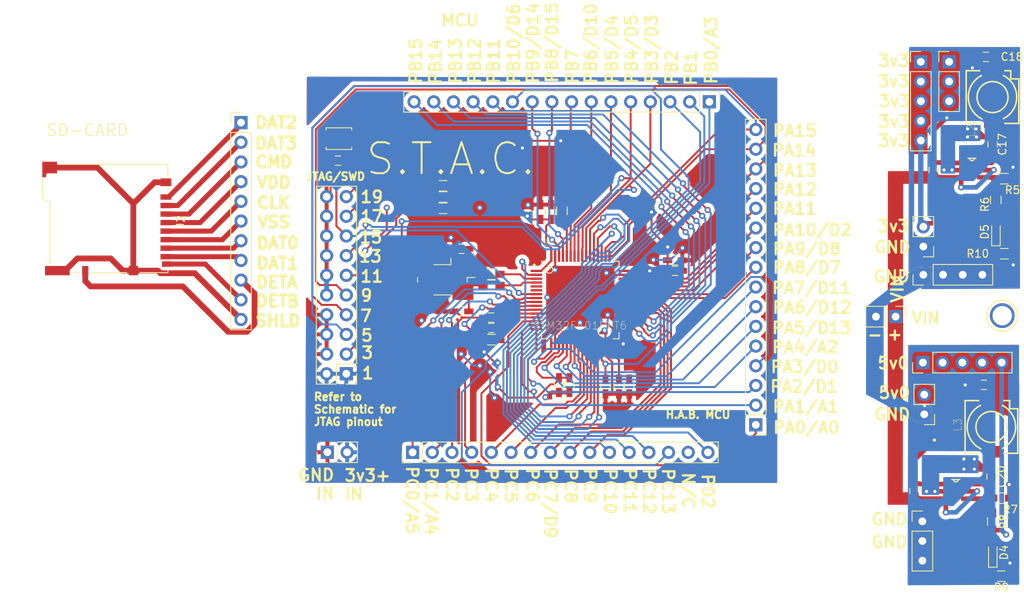
<source format=kicad_pcb>
(kicad_pcb (version 20171130) (host pcbnew 5.0.1-33cea8e~68~ubuntu16.04.1)
  (layers (0 F.Cu signal) (31 B.Cu signal) (34 B.Paste user) (35 F.Paste user) (36 B.SilkS user) (37 F.SilkS user) (38 B.Mask user) (39 F.Mask user) (44 Edge.Cuts user))
  (net 0 "")
  (net 1 "Net-(0k1-Pad1)")
  (net 2 "Net-(0k1-Pad2)")
  (net 3 "Net-(0k2-Pad1)")
  (net 4 "Net-(0k2-Pad2)")
  (net 5 GND)
  (net 6 +3.3VA)
  (net 7 +3V3)
  (net 8 "Net-(10k1-Pad2)")
  (net 9 "Net-(10k2-Pad2)")
  (net 10 "Net-(10k3-Pad2)")
  (net 11 "Net-(10k4-Pad1)")
  (net 12 RST)
  (net 13 PB4)
  (net 14 PA15)
  (net 15 PA13)
  (net 16 PA14)
  (net 17 PB3)
  (net 18 "Net-(J2-Pad1)")
  (net 19 "Net-(J2-Pad11)")
  (net 20 "Net-(J2-Pad9)")
  (net 21 "Net-(J2-Pad2)")
  (net 22 "Net-(J2-Pad3)")
  (net 23 "Net-(J2-Pad4)")
  (net 24 "Net-(J2-Pad5)")
  (net 25 "Net-(J2-Pad6)")
  (net 26 "Net-(J2-Pad7)")
  (net 27 "Net-(J2-Pad8)")
  (net 28 "Net-(J2-Pad10)")
  (net 29 PA0)
  (net 30 PA1)
  (net 31 PA2)
  (net 32 PA3)
  (net 33 PA4)
  (net 34 PA5)
  (net 35 PA6)
  (net 36 PA7)
  (net 37 PA8)
  (net 38 PA9)
  (net 39 PA10)
  (net 40 PA11)
  (net 41 PA12)
  (net 42 PB0)
  (net 43 PB1)
  (net 44 PB2)
  (net 45 PB5)
  (net 46 PB6)
  (net 47 PB7)
  (net 48 PB8)
  (net 49 PB9)
  (net 50 PB10)
  (net 51 PB12)
  (net 52 PB13)
  (net 53 PB14)
  (net 54 PB15)
  (net 55 PC0)
  (net 56 PC1)
  (net 57 PC2)
  (net 58 PC3)
  (net 59 PC4)
  (net 60 PC5)
  (net 61 PC6)
  (net 62 PC7)
  (net 63 PC8)
  (net 64 PC9)
  (net 65 PC10)
  (net 66 PC11)
  (net 67 PC12)
  (net 68 PC13)
  (net 69 "Net-(J5-Pad15)")
  (net 70 PD2)
  (net 71 "Net-(Y1-Pad2)")
  (net 72 "Net-(Y1-Pad3)")
  (net 73 "Net-(U1-Pad5)")
  (net 74 "Net-(U1-Pad6)")
  (net 75 PB11)
  (net 76 "Net-(C16-Pad1)")
  (net 77 "Net-(C16-Pad2)")
  (net 78 "Net-(C17-Pad1)")
  (net 79 "Net-(C17-Pad2)")
  (net 80 "Net-(C18-Pad1)")
  (net 81 "Net-(C20-Pad1)")
  (net 82 "Net-(C20-Pad2)")
  (net 83 "Net-(C21-Pad1)")
  (net 84 "Net-(R5-Pad2)")
  (net 85 "Net-(R7-Pad2)")
  (net 86 "Net-(D4-Pad1)")
  (net 87 "Net-(D5-Pad1)")
  (module "Adafruit Ultimate GPS:MOUNTINGHOLE_2.5_PLATED" (layer F.Cu) (at 189.35 84.75)
    (fp_text reference U$8 hide)
    (fp_text value MOUNTINGHOLE2.5 hide)
    (pad P$1 thru_hole circle (at 0 0) (size 3.2 3.2) (drill 2.5) (layers *.Cu *.Mask))
  )
  (module Connectors_Card:Hirose_DM3BT-DSF-PEJS (layer F.Cu) (at 80.75544 69.44176 270)
    (fp_text reference J2 (at 3.2 -2.6 270) (layer F.SilkS))
    (fp_text value Micro_SD_Card_Det)
    (pad 1 smd rect (at 0 -0.7 270) (size 0.7 1.4) (layers F.Cu F.Paste F.Mask) (net 18 "Net-(J2-Pad1)"))
    (pad 11 smd rect (at -3.8 14.3 270) (size 1.5 1.9) (layers F.Cu F.Paste F.Mask) (net 19 "Net-(J2-Pad11)"))
    (pad 11 smd rect (at -1.9 -0.7 270) (size 1 1.4) (layers F.Cu F.Paste F.Mask) (net 19 "Net-(J2-Pad11)"))
    (pad 11 smd rect (at 9.5 3.5 270) (size 1.2 1.2) (layers F.Cu F.Paste F.Mask) (net 19 "Net-(J2-Pad11)"))
    (pad 11 smd rect (at 9.5 13.3 270) (size 1.2 3.2) (layers F.Cu F.Paste F.Mask) (net 19 "Net-(J2-Pad11)"))
    (pad 9 smd rect (at 8.65 -0.8 270) (size 0.7 1.2) (layers F.Cu F.Paste F.Mask) (net 20 "Net-(J2-Pad9)"))
    (pad 2 smd rect (at 1.1 -0.7 270) (size 0.7 1.4) (layers F.Cu F.Paste F.Mask) (net 21 "Net-(J2-Pad2)"))
    (pad 3 smd rect (at 2.2 -0.7 270) (size 0.7 1.4) (layers F.Cu F.Paste F.Mask) (net 22 "Net-(J2-Pad3)"))
    (pad 4 smd rect (at 3.3 -0.7 270) (size 0.7 1.4) (layers F.Cu F.Paste F.Mask) (net 23 "Net-(J2-Pad4)"))
    (pad 5 smd rect (at 4.4 -0.7 270) (size 0.7 1.4) (layers F.Cu F.Paste F.Mask) (net 24 "Net-(J2-Pad5)"))
    (pad 6 smd rect (at 5.5 -0.7 270) (size 0.7 1.4) (layers F.Cu F.Paste F.Mask) (net 25 "Net-(J2-Pad6)"))
    (pad 7 smd rect (at 6.6 -0.7 270) (size 0.7 1.4) (layers F.Cu F.Paste F.Mask) (net 26 "Net-(J2-Pad7)"))
    (pad 8 smd rect (at 7.7 -0.7 270) (size 0.7 1.4) (layers F.Cu F.Paste F.Mask) (net 27 "Net-(J2-Pad8)"))
    (pad 11 smd rect (at -2.8 15 270) (size 0.5 0.5) (layers F.Cu F.Paste F.Mask) (net 19 "Net-(J2-Pad11)"))
    (pad 10 smd rect (at 9.5 9.7 270) (size 1.2 0.8) (layers F.Cu F.Paste F.Mask) (net 28 "Net-(J2-Pad10)"))
    (pad 11 smd rect (at -3.05 14.75 315) (size 0.2 0.2) (layers F.Cu F.Paste F.Mask) (net 19 "Net-(J2-Pad11)"))
  )
  (module Pin_Headers:Pin_Header_Straight_1x11_Pitch2.54mm (layer F.Cu) (at 91.14648 59.8444)
    (fp_text reference J9 hide)
    (fp_text value Conn_01x11_Male hide)
    (pad 1 thru_hole rect (at 0 0) (size 1.7 1.7) (drill 1) (layers *.Cu *.Mask) (net 18 "Net-(J2-Pad1)"))
    (pad 2 thru_hole oval (at 0 2.54) (size 1.7 1.7) (drill 1) (layers *.Cu *.Mask) (net 21 "Net-(J2-Pad2)"))
    (pad 3 thru_hole oval (at 0 5.08) (size 1.7 1.7) (drill 1) (layers *.Cu *.Mask) (net 22 "Net-(J2-Pad3)"))
    (pad 4 thru_hole oval (at 0 7.62) (size 1.7 1.7) (drill 1) (layers *.Cu *.Mask) (net 23 "Net-(J2-Pad4)"))
    (pad 5 thru_hole oval (at 0 10.16) (size 1.7 1.7) (drill 1) (layers *.Cu *.Mask) (net 24 "Net-(J2-Pad5)"))
    (pad 6 thru_hole oval (at 0 12.7) (size 1.7 1.7) (drill 1) (layers *.Cu *.Mask) (net 25 "Net-(J2-Pad6)"))
    (pad 7 thru_hole oval (at 0 15.24) (size 1.7 1.7) (drill 1) (layers *.Cu *.Mask) (net 26 "Net-(J2-Pad7)"))
    (pad 8 thru_hole oval (at 0 17.78) (size 1.7 1.7) (drill 1) (layers *.Cu *.Mask) (net 27 "Net-(J2-Pad8)"))
    (pad 9 thru_hole oval (at 0 20.32) (size 1.7 1.7) (drill 1) (layers *.Cu *.Mask) (net 28 "Net-(J2-Pad10)"))
    (pad 10 thru_hole oval (at 0 22.86) (size 1.7 1.7) (drill 1) (layers *.Cu *.Mask) (net 20 "Net-(J2-Pad9)"))
    (pad 11 thru_hole oval (at 0 25.4) (size 1.7 1.7) (drill 1) (layers *.Cu *.Mask) (net 19 "Net-(J2-Pad11)"))
  )
  (module Capacitors_SMD:C_0603_HandSoldering (layer F.Cu) (at 180.525 65.95 90)
    (fp_text reference C16 hide)
    (fp_text value 10uF hide)
    (pad 1 smd rect (at -0.95 0 90) (size 1.2 0.75) (layers F.Cu F.Paste F.Mask) (net 76 "Net-(C16-Pad1)"))
    (pad 2 smd rect (at 0.95 0 90) (size 1.2 0.75) (layers F.Cu F.Paste F.Mask) (net 77 "Net-(C16-Pad2)"))
  )
  (module Capacitors_SMD:C_0603_HandSoldering (layer F.Cu) (at 188.125 62.65 270)
    (fp_text reference C17 (at 0 -1.25 270) (layer F.SilkS))
    (fp_text value 100nF hide)
    (pad 1 smd rect (at -0.95 0 270) (size 1.2 0.75) (layers F.Cu F.Paste F.Mask) (net 78 "Net-(C17-Pad1)"))
    (pad 2 smd rect (at 0.95 0 270) (size 1.2 0.75) (layers F.Cu F.Paste F.Mask) (net 79 "Net-(C17-Pad2)"))
  )
  (module Capacitors_SMD:C_0603_HandSoldering (layer F.Cu) (at 187.25 51.375 180)
    (fp_text reference C18 (at -3.35 0.025 180) (layer F.SilkS))
    (fp_text value 47uF hide)
    (pad 1 smd rect (at -0.95 0 180) (size 1.2 0.75) (layers F.Cu F.Paste F.Mask) (net 80 "Net-(C18-Pad1)"))
    (pad 2 smd rect (at 0.95 0 180) (size 1.2 0.75) (layers F.Cu F.Paste F.Mask) (net 77 "Net-(C16-Pad2)"))
  )
  (module Capacitors_SMD:C_0603_HandSoldering (layer F.Cu) (at 178.025 107.375 90)
    (fp_text reference C19 hide)
    (fp_text value 10uF hide)
    (pad 1 smd rect (at -0.95 0 90) (size 1.2 0.75) (layers F.Cu F.Paste F.Mask) (net 76 "Net-(C16-Pad1)"))
    (pad 2 smd rect (at 0.95 0 90) (size 1.2 0.75) (layers F.Cu F.Paste F.Mask) (net 77 "Net-(C16-Pad2)"))
  )
  (module Capacitors_SMD:C_0603_HandSoldering (layer F.Cu) (at 187.97112 105.51708 270)
    (fp_text reference C20 (at 0 -1.25 270) (layer F.SilkS))
    (fp_text value 100nF hide)
    (pad 1 smd rect (at -0.95 0 270) (size 1.2 0.75) (layers F.Cu F.Paste F.Mask) (net 81 "Net-(C20-Pad1)"))
    (pad 2 smd rect (at 0.95 0 270) (size 1.2 0.75) (layers F.Cu F.Paste F.Mask) (net 82 "Net-(C20-Pad2)"))
  )
  (module Capacitors_SMD:C_0603_HandSoldering (layer F.Cu) (at 186.99072 93.6781 180)
    (fp_text reference C21 hide)
    (fp_text value 47uF hide)
    (pad 1 smd rect (at -0.95 0 180) (size 1.2 0.75) (layers F.Cu F.Paste F.Mask) (net 83 "Net-(C21-Pad1)"))
    (pad 2 smd rect (at 0.95 0 180) (size 1.2 0.75) (layers F.Cu F.Paste F.Mask) (net 77 "Net-(C16-Pad2)"))
  )
  (module Pin_Headers:Pin_Header_Straight_1x02_Pitch2.54mm (layer F.Cu) (at 179.29702 97.47794 180)
    (fp_text reference J10 hide)
    (fp_text value Conn_01x02_Male hide)
    (pad 1 thru_hole rect (at 0 0 180) (size 1.7 1.7) (drill 1) (layers *.Cu *.Mask) (net 77 "Net-(C16-Pad2)"))
    (pad 2 thru_hole oval (at 0 2.54 180) (size 1.7 1.7) (drill 1) (layers *.Cu *.Mask) (net 83 "Net-(C21-Pad1)"))
  )
  (module TPS564208:INDC7070X450 (layer F.Cu) (at 188.2 56.575 270)
    (fp_text reference L2 (at 4.3 2.875 270) (layer F.SilkS) (effects (font (size 1.00085 1.00085) (thickness 0.05))))
    (fp_text value 2.2uH hide)
    (pad 1 smd rect (at -3.2254 0.1016) (size 2.2 1.5) (layers F.Cu F.Paste F.Mask) (net 80 "Net-(C18-Pad1)"))
    (pad 2 smd rect (at 3.1746 0.1016) (size 2.2 1.5) (layers F.Cu F.Paste F.Mask) (net 78 "Net-(C17-Pad1)"))
  )
  (module TPS564208:INDC7070X450 (layer F.Cu) (at 188.06002 99.13148 270)
    (fp_text reference L3 (at -0.28148 4.43502 270) (layer F.SilkS) (effects (font (size 1.00085 1.00085) (thickness 0.05))))
    (fp_text value 3.3uH hide)
    (pad 1 smd rect (at -3.2254 0.1016) (size 2.2 1.5) (layers F.Cu F.Paste F.Mask) (net 83 "Net-(C21-Pad1)"))
    (pad 2 smd rect (at 3.1746 0.1016) (size 2.2 1.5) (layers F.Cu F.Paste F.Mask) (net 81 "Net-(C20-Pad1)"))
  )
  (module Resistors_SMD:R_0603_HandSoldering (layer F.Cu) (at 189.625 67.075 180)
    (fp_text reference R5 (at -1.05 -1.475 180) (layer F.SilkS))
    (fp_text value 10k hide)
    (pad 1 smd rect (at -1.1 0 180) (size 1.2 0.9) (layers F.Cu F.Paste F.Mask) (net 77 "Net-(C16-Pad2)"))
    (pad 2 smd rect (at 1.1 0 180) (size 1.2 0.9) (layers F.Cu F.Paste F.Mask) (net 84 "Net-(R5-Pad2)"))
  )
  (module Resistors_SMD:R_0603_HandSoldering (layer F.Cu) (at 188.52726 69.82268 270)
    (fp_text reference R6 (at 0.57732 1.40226 270) (layer F.SilkS))
    (fp_text value 33.2k hide)
    (pad 1 smd rect (at -1.1 0 270) (size 1.2 0.9) (layers F.Cu F.Paste F.Mask) (net 84 "Net-(R5-Pad2)"))
    (pad 2 smd rect (at 1.1 0 270) (size 1.2 0.9) (layers F.Cu F.Paste F.Mask) (net 80 "Net-(C18-Pad1)"))
  )
  (module Resistors_SMD:R_0603_HandSoldering (layer F.Cu) (at 189.20284 108.28818 180)
    (fp_text reference R7 (at -1.19716 -1.46182 180) (layer F.SilkS))
    (fp_text value 10k hide)
    (pad 1 smd rect (at -1.1 0 180) (size 1.2 0.9) (layers F.Cu F.Paste F.Mask) (net 77 "Net-(C16-Pad2)"))
    (pad 2 smd rect (at 1.1 0 180) (size 1.2 0.9) (layers F.Cu F.Paste F.Mask) (net 85 "Net-(R7-Pad2)"))
  )
  (module Resistors_SMD:R_0603_HandSoldering (layer F.Cu) (at 188.13368 111.31586 270)
    (fp_text reference R8 (at 0 -1.45 270) (layer F.SilkS))
    (fp_text value 56.2k hide)
    (pad 1 smd rect (at -1.1 0 270) (size 1.2 0.9) (layers F.Cu F.Paste F.Mask) (net 85 "Net-(R7-Pad2)"))
    (pad 2 smd rect (at 1.1 0 270) (size 1.2 0.9) (layers F.Cu F.Paste F.Mask) (net 83 "Net-(C21-Pad1)"))
  )
  (module TPS564208:TPS564208 (layer F.Cu) (at 183.37118 107.4195)
    (fp_text reference U3 hide)
    (fp_text value TPS564208 hide)
    (pad 1 smd rect (at -1.2954 -0.9398) (size 1.27 0.5588) (layers F.Cu F.Paste F.Mask) (net 77 "Net-(C16-Pad2)"))
    (pad 2 smd rect (at -1.2954 0) (size 1.27 0.5588) (layers F.Cu F.Paste F.Mask) (net 81 "Net-(C20-Pad1)"))
    (pad 3 smd rect (at -1.2954 0.9398) (size 1.27 0.5588) (layers F.Cu F.Paste F.Mask) (net 76 "Net-(C16-Pad1)"))
    (pad 4 smd rect (at 1.2954 0.9398) (size 1.27 0.5588) (layers F.Cu F.Paste F.Mask) (net 85 "Net-(R7-Pad2)"))
    (pad 5 smd rect (at 1.2954 0) (size 1.27 0.5588) (layers F.Cu F.Paste F.Mask) (net 76 "Net-(C16-Pad1)"))
    (pad 6 smd rect (at 1.2954 -0.9398) (size 1.27 0.5588) (layers F.Cu F.Paste F.Mask) (net 82 "Net-(C20-Pad2)"))
  )
  (module Pin_Headers:Pin_Header_Straight_1x02_Pitch2.54mm (layer F.Cu) (at 175.6 84.875 270)
    (fp_text reference J7 hide)
    (fp_text value Conn_01x02_Male hide)
    (pad 1 thru_hole rect (at 0 0 270) (size 1.7 1.7) (drill 1) (layers *.Cu *.Mask) (net 76 "Net-(C16-Pad1)"))
    (pad 2 thru_hole oval (at 0 2.54 270) (size 1.7 1.7) (drill 1) (layers *.Cu *.Mask) (net 77 "Net-(C16-Pad2)"))
  )
  (module Pin_Headers:Pin_Header_Straight_1x02_Pitch2.54mm (layer F.Cu) (at 179.175 75.825 180)
    (fp_text reference J8 hide)
    (fp_text value Conn_01x02_Male hide)
    (pad 1 thru_hole rect (at 0 0 180) (size 1.7 1.7) (drill 1) (layers *.Cu *.Mask) (net 77 "Net-(C16-Pad2)"))
    (pad 2 thru_hole oval (at 0 2.54 180) (size 1.7 1.7) (drill 1) (layers *.Cu *.Mask) (net 80 "Net-(C18-Pad1)"))
  )
  (module TPS564208:TPS564208 (layer F.Cu) (at 185.45 65.975)
    (fp_text reference U2 hide)
    (fp_text value TPS564208 hide)
    (pad 1 smd rect (at -1.2954 -0.9398) (size 1.27 0.5588) (layers F.Cu F.Paste F.Mask) (net 77 "Net-(C16-Pad2)"))
    (pad 2 smd rect (at -1.2954 0) (size 1.27 0.5588) (layers F.Cu F.Paste F.Mask) (net 78 "Net-(C17-Pad1)"))
    (pad 3 smd rect (at -1.2954 0.9398) (size 1.27 0.5588) (layers F.Cu F.Paste F.Mask) (net 76 "Net-(C16-Pad1)"))
    (pad 4 smd rect (at 1.2954 0.9398) (size 1.27 0.5588) (layers F.Cu F.Paste F.Mask) (net 84 "Net-(R5-Pad2)"))
    (pad 5 smd rect (at 1.2954 0) (size 1.27 0.5588) (layers F.Cu F.Paste F.Mask) (net 76 "Net-(C16-Pad1)"))
    (pad 6 smd rect (at 1.2954 -0.9398) (size 1.27 0.5588) (layers F.Cu F.Paste F.Mask) (net 79 "Net-(C17-Pad2)"))
  )
  (module LEDs:LED_0603_HandSoldering (layer F.Cu) (at 188.13876 115.40018 90)
    (fp_text reference D4 (at 0.09144 1.4478 90) (layer F.SilkS))
    (fp_text value LED hide)
    (pad 1 smd rect (at -1.1 0 90) (size 1.2 0.9) (layers F.Cu F.Paste F.Mask) (net 86 "Net-(D4-Pad1)"))
    (pad 2 smd rect (at 1.1 0 90) (size 1.2 0.9) (layers F.Cu F.Paste F.Mask) (net 83 "Net-(C21-Pad1)"))
  )
  (module LEDs:LED_0603_HandSoldering (layer F.Cu) (at 188.53996 73.93512 90)
    (fp_text reference D5 (at 0 -1.45 90) (layer F.SilkS))
    (fp_text value LED hide)
    (pad 1 smd rect (at -1.1 0 90) (size 1.2 0.9) (layers F.Cu F.Paste F.Mask) (net 87 "Net-(D5-Pad1)"))
    (pad 2 smd rect (at 1.1 0 90) (size 1.2 0.9) (layers F.Cu F.Paste F.Mask) (net 80 "Net-(C18-Pad1)"))
  )
  (module Resistors_SMD:R_0603_HandSoldering (layer F.Cu) (at 189.23604 118.36182 180)
    (fp_text reference R9 (at 0 -1.45 180) (layer F.SilkS))
    (fp_text value 4.7k hide)
    (pad 1 smd rect (at -1.1 0 180) (size 1.2 0.9) (layers F.Cu F.Paste F.Mask) (net 77 "Net-(C16-Pad2)"))
    (pad 2 smd rect (at 1.1 0 180) (size 1.2 0.9) (layers F.Cu F.Paste F.Mask) (net 86 "Net-(D4-Pad1)"))
  )
  (module Resistors_SMD:R_0603_HandSoldering (layer F.Cu) (at 189.6425 76.7596 180)
    (fp_text reference R10 (at 3.4425 0.0096 180) (layer F.SilkS))
    (fp_text value 4.7k hide)
    (pad 1 smd rect (at -1.1 0 180) (size 1.2 0.9) (layers F.Cu F.Paste F.Mask) (net 77 "Net-(C16-Pad2)"))
    (pad 2 smd rect (at 1.1 0 180) (size 1.2 0.9) (layers F.Cu F.Paste F.Mask) (net 87 "Net-(D5-Pad1)"))
  )
  (module Pin_Headers:Pin_Header_Straight_1x04_Pitch2.54mm (layer F.Cu) (at 179.175 79.475 90)
    (fp_text reference J13 hide)
    (fp_text value Conn_01x04_Male hide)
    (pad 1 thru_hole rect (at 0 0 90) (size 1.7 1.7) (drill 1) (layers *.Cu *.Mask) (net 77 "Net-(C16-Pad2)"))
    (pad 2 thru_hole oval (at 0 2.54 90) (size 1.7 1.7) (drill 1) (layers *.Cu *.Mask) (net 77 "Net-(C16-Pad2)"))
    (pad 3 thru_hole oval (at 0 5.08 90) (size 1.7 1.7) (drill 1) (layers *.Cu *.Mask) (net 77 "Net-(C16-Pad2)"))
    (pad 4 thru_hole oval (at 0 7.62 90) (size 1.7 1.7) (drill 1) (layers *.Cu *.Mask) (net 77 "Net-(C16-Pad2)"))
  )
  (module Pin_Headers:Pin_Header_Straight_1x05_Pitch2.54mm (layer F.Cu) (at 179.1243 90.80282 90)
    (fp_text reference J14 hide)
    (fp_text value Conn_01x05_Male hide)
    (pad 1 thru_hole rect (at 0 0 90) (size 1.7 1.7) (drill 1) (layers *.Cu *.Mask) (net 83 "Net-(C21-Pad1)"))
    (pad 2 thru_hole oval (at 0 2.54 90) (size 1.7 1.7) (drill 1) (layers *.Cu *.Mask) (net 83 "Net-(C21-Pad1)"))
    (pad 3 thru_hole oval (at 0 5.08 90) (size 1.7 1.7) (drill 1) (layers *.Cu *.Mask) (net 83 "Net-(C21-Pad1)"))
    (pad 4 thru_hole oval (at 0 7.62 90) (size 1.7 1.7) (drill 1) (layers *.Cu *.Mask) (net 83 "Net-(C21-Pad1)"))
    (pad 5 thru_hole oval (at 0 10.16 90) (size 1.7 1.7) (drill 1) (layers *.Cu *.Mask) (net 83 "Net-(C21-Pad1)"))
  )
  (module Pin_Headers:Pin_Header_Straight_1x03_Pitch2.54mm (layer F.Cu) (at 179.05064 111.28284)
    (fp_text reference J12 hide)
    (fp_text value Conn_01x03_Male hide)
    (pad 1 thru_hole rect (at 0 0) (size 1.7 1.7) (drill 1) (layers *.Cu *.Mask) (net 77 "Net-(C16-Pad2)"))
    (pad 2 thru_hole oval (at 0 2.54) (size 1.7 1.7) (drill 1) (layers *.Cu *.Mask) (net 77 "Net-(C16-Pad2)"))
    (pad 3 thru_hole oval (at 0 5.08) (size 1.7 1.7) (drill 1) (layers *.Cu *.Mask) (net 77 "Net-(C16-Pad2)"))
  )
  (module Pin_Headers:Pin_Header_Straight_1x03_Pitch2.54mm (layer F.Cu) (at 182.5 52)
    (fp_text reference J20 hide)
    (fp_text value Conn_01x03_Male hide)
    (pad 3 thru_hole oval (at 0 5.08) (size 1.7 1.7) (drill 1) (layers *.Cu *.Mask) (net 80 "Net-(C18-Pad1)"))
    (pad 2 thru_hole oval (at 0 2.54) (size 1.7 1.7) (drill 1) (layers *.Cu *.Mask) (net 80 "Net-(C18-Pad1)"))
    (pad 1 thru_hole rect (at 0 0) (size 1.7 1.7) (drill 1) (layers *.Cu *.Mask) (net 80 "Net-(C18-Pad1)"))
  )
  (module Pin_Headers:Pin_Header_Straight_1x05_Pitch2.54mm (layer F.Cu) (at 178.85 52)
    (fp_text reference J21 hide)
    (fp_text value Conn_01x05_Male hide)
    (pad 5 thru_hole oval (at 0 10.16) (size 1.7 1.7) (drill 1) (layers *.Cu *.Mask) (net 80 "Net-(C18-Pad1)"))
    (pad 4 thru_hole oval (at 0 7.62) (size 1.7 1.7) (drill 1) (layers *.Cu *.Mask) (net 80 "Net-(C18-Pad1)"))
    (pad 3 thru_hole oval (at 0 5.08) (size 1.7 1.7) (drill 1) (layers *.Cu *.Mask) (net 80 "Net-(C18-Pad1)"))
    (pad 2 thru_hole oval (at 0 2.54) (size 1.7 1.7) (drill 1) (layers *.Cu *.Mask) (net 80 "Net-(C18-Pad1)"))
    (pad 1 thru_hole rect (at 0 0) (size 1.7 1.7) (drill 1) (layers *.Cu *.Mask) (net 80 "Net-(C18-Pad1)"))
  )
  (module STM32F401RET6:QFP50P1200X1200X160-64N (layer F.Cu) (at 134.9261 82.7286)
    (fp_text reference U1 (at -4.22007 -7.40267) (layer F.SilkS) (effects (font (size 1.00239 1.00239) (thickness 0.05))))
    (fp_text value STM32F401RET6 (at -0.04318 3.302) (layer F.SilkS) (effects (font (size 1.00246 1.00246) (thickness 0.05))))
    (pad 1 smd rect (at -5.67 -3.75) (size 1.5 0.3) (layers F.Cu F.Paste F.Mask) (net 7 +3V3))
    (pad 2 smd rect (at -5.67 -3.25) (size 1.5 0.3) (layers F.Cu F.Paste F.Mask) (net 68 PC13))
    (pad 3 smd rect (at -5.67 -2.75) (size 1.5 0.3) (layers F.Cu F.Paste F.Mask) (net 1 "Net-(0k1-Pad1)"))
    (pad 4 smd rect (at -5.67 -2.25) (size 1.5 0.3) (layers F.Cu F.Paste F.Mask) (net 3 "Net-(0k2-Pad1)"))
    (pad 5 smd rect (at -5.67 -1.75) (size 1.5 0.3) (layers F.Cu F.Paste F.Mask) (net 73 "Net-(U1-Pad5)"))
    (pad 6 smd rect (at -5.67 -1.25) (size 1.5 0.3) (layers F.Cu F.Paste F.Mask) (net 74 "Net-(U1-Pad6)"))
    (pad 7 smd rect (at -5.67 -0.75) (size 1.5 0.3) (layers F.Cu F.Paste F.Mask) (net 12 RST))
    (pad 8 smd rect (at -5.67 -0.25) (size 1.5 0.3) (layers F.Cu F.Paste F.Mask) (net 55 PC0))
    (pad 9 smd rect (at -5.67 0.25) (size 1.5 0.3) (layers F.Cu F.Paste F.Mask) (net 56 PC1))
    (pad 10 smd rect (at -5.67 0.75) (size 1.5 0.3) (layers F.Cu F.Paste F.Mask) (net 57 PC2))
    (pad 11 smd rect (at -5.67 1.25) (size 1.5 0.3) (layers F.Cu F.Paste F.Mask) (net 58 PC3))
    (pad 12 smd rect (at -5.67 1.75) (size 1.5 0.3) (layers F.Cu F.Paste F.Mask) (net 5 GND))
    (pad 13 smd rect (at -5.67 2.25) (size 1.5 0.3) (layers F.Cu F.Paste F.Mask) (net 6 +3.3VA))
    (pad 14 smd rect (at -5.67 2.75) (size 1.5 0.3) (layers F.Cu F.Paste F.Mask) (net 29 PA0))
    (pad 15 smd rect (at -5.67 3.25) (size 1.5 0.3) (layers F.Cu F.Paste F.Mask) (net 30 PA1))
    (pad 16 smd rect (at -5.67 3.75) (size 1.5 0.3) (layers F.Cu F.Paste F.Mask) (net 31 PA2))
    (pad 17 smd rect (at -3.75 5.67 90) (size 1.5 0.3) (layers F.Cu F.Paste F.Mask) (net 32 PA3))
    (pad 18 smd rect (at -3.25 5.67 90) (size 1.5 0.3) (layers F.Cu F.Paste F.Mask) (net 5 GND))
    (pad 19 smd rect (at -2.75 5.67 90) (size 1.5 0.3) (layers F.Cu F.Paste F.Mask) (net 7 +3V3))
    (pad 20 smd rect (at -2.25 5.67 90) (size 1.5 0.3) (layers F.Cu F.Paste F.Mask) (net 33 PA4))
    (pad 21 smd rect (at -1.75 5.67 90) (size 1.5 0.3) (layers F.Cu F.Paste F.Mask) (net 34 PA5))
    (pad 22 smd rect (at -1.25 5.67 90) (size 1.5 0.3) (layers F.Cu F.Paste F.Mask) (net 35 PA6))
    (pad 23 smd rect (at -0.75 5.67 90) (size 1.5 0.3) (layers F.Cu F.Paste F.Mask) (net 36 PA7))
    (pad 24 smd rect (at -0.25 5.67 90) (size 1.5 0.3) (layers F.Cu F.Paste F.Mask) (net 59 PC4))
    (pad 25 smd rect (at 0.25 5.67 90) (size 1.5 0.3) (layers F.Cu F.Paste F.Mask) (net 60 PC5))
    (pad 26 smd rect (at 0.75 5.67 90) (size 1.5 0.3) (layers F.Cu F.Paste F.Mask) (net 42 PB0))
    (pad 27 smd rect (at 1.25 5.67 90) (size 1.5 0.3) (layers F.Cu F.Paste F.Mask) (net 43 PB1))
    (pad 28 smd rect (at 1.75 5.67 90) (size 1.5 0.3) (layers F.Cu F.Paste F.Mask) (net 44 PB2))
    (pad 29 smd rect (at 2.25 5.67 90) (size 1.5 0.3) (layers F.Cu F.Paste F.Mask) (net 50 PB10))
    (pad 30 smd rect (at 2.75 5.67 90) (size 1.5 0.3) (layers F.Cu F.Paste F.Mask) (net 75 PB11))
    (pad 31 smd rect (at 3.25 5.67 90) (size 1.5 0.3) (layers F.Cu F.Paste F.Mask) (net 5 GND))
    (pad 32 smd rect (at 3.75 5.67 90) (size 1.5 0.3) (layers F.Cu F.Paste F.Mask) (net 7 +3V3))
    (pad 33 smd rect (at 5.67 3.75 180) (size 1.5 0.3) (layers F.Cu F.Paste F.Mask) (net 51 PB12))
    (pad 34 smd rect (at 5.67 3.25 180) (size 1.5 0.3) (layers F.Cu F.Paste F.Mask) (net 52 PB13))
    (pad 35 smd rect (at 5.67 2.75 180) (size 1.5 0.3) (layers F.Cu F.Paste F.Mask) (net 53 PB14))
    (pad 36 smd rect (at 5.67 2.25 180) (size 1.5 0.3) (layers F.Cu F.Paste F.Mask) (net 54 PB15))
    (pad 37 smd rect (at 5.67 1.75 180) (size 1.5 0.3) (layers F.Cu F.Paste F.Mask) (net 61 PC6))
    (pad 38 smd rect (at 5.67 1.25 180) (size 1.5 0.3) (layers F.Cu F.Paste F.Mask) (net 62 PC7))
    (pad 39 smd rect (at 5.67 0.75 180) (size 1.5 0.3) (layers F.Cu F.Paste F.Mask) (net 63 PC8))
    (pad 40 smd rect (at 5.67 0.25 180) (size 1.5 0.3) (layers F.Cu F.Paste F.Mask) (net 64 PC9))
    (pad 41 smd rect (at 5.67 -0.25 180) (size 1.5 0.3) (layers F.Cu F.Paste F.Mask) (net 37 PA8))
    (pad 42 smd rect (at 5.67 -0.75 180) (size 1.5 0.3) (layers F.Cu F.Paste F.Mask) (net 38 PA9))
    (pad 43 smd rect (at 5.67 -1.25 180) (size 1.5 0.3) (layers F.Cu F.Paste F.Mask) (net 39 PA10))
    (pad 44 smd rect (at 5.67 -1.75 180) (size 1.5 0.3) (layers F.Cu F.Paste F.Mask) (net 40 PA11))
    (pad 45 smd rect (at 5.67 -2.25 180) (size 1.5 0.3) (layers F.Cu F.Paste F.Mask) (net 41 PA12))
    (pad 46 smd rect (at 5.67 -2.75 180) (size 1.5 0.3) (layers F.Cu F.Paste F.Mask) (net 15 PA13))
    (pad 47 smd rect (at 5.67 -3.25 180) (size 1.5 0.3) (layers F.Cu F.Paste F.Mask) (net 5 GND))
    (pad 48 smd rect (at 5.67 -3.75 180) (size 1.5 0.3) (layers F.Cu F.Paste F.Mask) (net 7 +3V3))
    (pad 49 smd rect (at 3.75 -5.67 270) (size 1.5 0.3) (layers F.Cu F.Paste F.Mask) (net 16 PA14))
    (pad 50 smd rect (at 3.25 -5.67 270) (size 1.5 0.3) (layers F.Cu F.Paste F.Mask) (net 14 PA15))
    (pad 51 smd rect (at 2.75 -5.67 270) (size 1.5 0.3) (layers F.Cu F.Paste F.Mask) (net 65 PC10))
    (pad 52 smd rect (at 2.25 -5.67 270) (size 1.5 0.3) (layers F.Cu F.Paste F.Mask) (net 66 PC11))
    (pad 53 smd rect (at 1.75 -5.67 270) (size 1.5 0.3) (layers F.Cu F.Paste F.Mask) (net 67 PC12))
    (pad 54 smd rect (at 1.25 -5.67 270) (size 1.5 0.3) (layers F.Cu F.Paste F.Mask) (net 70 PD2))
    (pad 55 smd rect (at 0.75 -5.67 270) (size 1.5 0.3) (layers F.Cu F.Paste F.Mask) (net 17 PB3))
    (pad 56 smd rect (at 0.25 -5.67 270) (size 1.5 0.3) (layers F.Cu F.Paste F.Mask) (net 13 PB4))
    (pad 57 smd rect (at -0.25 -5.67 270) (size 1.5 0.3) (layers F.Cu F.Paste F.Mask) (net 45 PB5))
    (pad 58 smd rect (at -0.75 -5.67 270) (size 1.5 0.3) (layers F.Cu F.Paste F.Mask) (net 46 PB6))
    (pad 59 smd rect (at -1.25 -5.67 270) (size 1.5 0.3) (layers F.Cu F.Paste F.Mask) (net 47 PB7))
    (pad 60 smd rect (at -1.75 -5.67 270) (size 1.5 0.3) (layers F.Cu F.Paste F.Mask) (net 11 "Net-(10k4-Pad1)"))
    (pad 61 smd rect (at -2.25 -5.67 270) (size 1.5 0.3) (layers F.Cu F.Paste F.Mask) (net 48 PB8))
    (pad 62 smd rect (at -2.75 -5.67 270) (size 1.5 0.3) (layers F.Cu F.Paste F.Mask) (net 49 PB9))
    (pad 63 smd rect (at -3.25 -5.67 270) (size 1.5 0.3) (layers F.Cu F.Paste F.Mask) (net 5 GND))
    (pad 64 smd rect (at -3.75 -5.67 270) (size 1.5 0.3) (layers F.Cu F.Paste F.Mask) (net 7 +3V3))
  )
  (module Resistors_SMD:R_0603_HandSoldering (layer F.Cu) (at 123.45292 79.41136 180)
    (fp_text reference 0k1 hide)
    (fp_text value R1)
    (pad 1 smd rect (at -1.1 0 180) (size 1.2 0.9) (layers F.Cu F.Paste F.Mask) (net 1 "Net-(0k1-Pad1)"))
    (pad 2 smd rect (at 1.1 0 180) (size 1.2 0.9) (layers F.Cu F.Paste F.Mask) (net 2 "Net-(0k1-Pad2)"))
  )
  (module Resistors_SMD:R_0603_HandSoldering (layer F.Cu) (at 123.46308 80.83884 180)
    (fp_text reference 0k2 hide)
    (fp_text value R2)
    (pad 1 smd rect (at -1.1 0 180) (size 1.2 0.9) (layers F.Cu F.Paste F.Mask) (net 3 "Net-(0k2-Pad1)"))
    (pad 2 smd rect (at 1.1 0 180) (size 1.2 0.9) (layers F.Cu F.Paste F.Mask) (net 4 "Net-(0k2-Pad2)"))
  )
  (module Capacitors_SMD:C_0603_HandSoldering (layer F.Cu) (at 123.42752 86.34556)
    (fp_text reference 1uF1 hide)
    (fp_text value C6)
    (pad 1 smd rect (at -0.95 0) (size 1.2 0.75) (layers F.Cu F.Paste F.Mask) (net 5 GND))
    (pad 2 smd rect (at 0.95 0) (size 1.2 0.75) (layers F.Cu F.Paste F.Mask) (net 6 +3.3VA))
  )
  (module Capacitors_SMD:C_0603_HandSoldering (layer F.Cu) (at 131.13388 71.38496 270)
    (fp_text reference 1uF2 hide)
    (fp_text value C14)
    (pad 1 smd rect (at -0.95 0 270) (size 1.2 0.75) (layers F.Cu F.Paste F.Mask) (net 5 GND))
    (pad 2 smd rect (at 0.95 0 270) (size 1.2 0.75) (layers F.Cu F.Paste F.Mask) (net 7 +3V3))
  )
  (module Capacitors_SMD:C_0603_HandSoldering (layer F.Cu) (at 132.16512 93.70652 90)
    (fp_text reference 1uF3 hide)
    (fp_text value C8)
    (pad 1 smd rect (at -0.95 0 90) (size 1.2 0.75) (layers F.Cu F.Paste F.Mask) (net 5 GND))
    (pad 2 smd rect (at 0.95 0 90) (size 1.2 0.75) (layers F.Cu F.Paste F.Mask) (net 7 +3V3))
  )
  (module Capacitors_SMD:C_0603_HandSoldering (layer F.Cu) (at 139.90704 93.88936 90)
    (fp_text reference 1uF4 hide)
    (fp_text value C12)
    (pad 1 smd rect (at -0.95 0 90) (size 1.2 0.75) (layers F.Cu F.Paste F.Mask) (net 5 GND))
    (pad 2 smd rect (at 0.95 0 90) (size 1.2 0.75) (layers F.Cu F.Paste F.Mask) (net 7 +3V3))
  )
  (module Capacitors_SMD:C_0603_HandSoldering (layer F.Cu) (at 147.13588 77.60288 180)
    (fp_text reference 1uF5 hide)
    (fp_text value C10)
    (pad 1 smd rect (at -0.95 0 180) (size 1.2 0.75) (layers F.Cu F.Paste F.Mask) (net 5 GND))
    (pad 2 smd rect (at 0.95 0 180) (size 1.2 0.75) (layers F.Cu F.Paste F.Mask) (net 7 +3V3))
  )
  (module Capacitors_SMD:C_0603_HandSoldering (layer F.Cu) (at 138.16968 93.89448 90)
    (fp_text reference 4.7uF1 hide)
    (fp_text value C21)
    (pad 1 smd rect (at -0.95 0 90) (size 1.2 0.75) (layers F.Cu F.Paste F.Mask) (net 5 GND))
    (pad 2 smd rect (at 0.95 0 90) (size 1.2 0.75) (layers F.Cu F.Paste F.Mask) (net 75 PB11))
  )
  (module Resistors_SMD:R_0603_HandSoldering (layer F.Cu) (at 117.21468 70.90236 180)
    (fp_text reference 10k1 hide)
    (fp_text value R6)
    (pad 1 smd rect (at -1.1 0 180) (size 1.2 0.9) (layers F.Cu F.Paste F.Mask) (net 5 GND))
    (pad 2 smd rect (at 1.1 0 180) (size 1.2 0.9) (layers F.Cu F.Paste F.Mask) (net 8 "Net-(10k1-Pad2)"))
  )
  (module Resistors_SMD:R_0603_HandSoldering (layer F.Cu) (at 117.21468 68.00168 180)
    (fp_text reference 10k2 hide)
    (fp_text value R7)
    (pad 1 smd rect (at -1.1 0 180) (size 1.2 0.9) (layers F.Cu F.Paste F.Mask) (net 5 GND))
    (pad 2 smd rect (at 1.1 0 180) (size 1.2 0.9) (layers F.Cu F.Paste F.Mask) (net 9 "Net-(10k2-Pad2)"))
  )
  (module Resistors_SMD:R_0603_HandSoldering (layer F.Cu) (at 117.21468 69.4444 180)
    (fp_text reference 10k3 hide)
    (fp_text value R8)
    (pad 1 smd rect (at -1.1 0 180) (size 1.2 0.9) (layers F.Cu F.Paste F.Mask) (net 5 GND))
    (pad 2 smd rect (at 1.1 0 180) (size 1.2 0.9) (layers F.Cu F.Paste F.Mask) (net 10 "Net-(10k3-Pad2)"))
  )
  (module Resistors_SMD:R_0603_HandSoldering (layer F.Cu) (at 132.5512 71.23492 90)
    (fp_text reference 10k4 hide)
    (fp_text value R5)
    (pad 1 smd rect (at -1.1 0 90) (size 1.2 0.9) (layers F.Cu F.Paste F.Mask) (net 11 "Net-(10k4-Pad1)"))
    (pad 2 smd rect (at 1.1 0 90) (size 1.2 0.9) (layers F.Cu F.Paste F.Mask) (net 5 GND))
  )
  (module Capacitors_SMD:C_0603_HandSoldering (layer F.Cu) (at 123.43006 85.0019)
    (fp_text reference 10nF1 hide)
    (fp_text value C7)
    (pad 1 smd rect (at -0.95 0) (size 1.2 0.75) (layers F.Cu F.Paste F.Mask) (net 5 GND))
    (pad 2 smd rect (at 0.95 0) (size 1.2 0.75) (layers F.Cu F.Paste F.Mask) (net 6 +3.3VA))
  )
  (module Inductors_SMD:L_0603_HandSoldering (layer F.Cu) (at 123.44784 87.84416 180)
    (fp_text reference 22uH1 hide)
    (fp_text value L1)
    (pad 1 smd rect (at -1.1 0 180) (size 1.2 0.9) (layers F.Cu F.Paste F.Mask) (net 6 +3.3VA))
    (pad 2 smd rect (at 1.1 0 180) (size 1.2 0.9) (layers F.Cu F.Paste F.Mask) (net 7 +3V3))
  )
  (module Capacitors_SMD:C_0603_HandSoldering (layer F.Cu) (at 103.65612 64.75048 180)
    (fp_text reference 100nF1 hide)
    (fp_text value C5)
    (pad 1 smd rect (at -0.95 0 180) (size 1.2 0.75) (layers F.Cu F.Paste F.Mask) (net 12 RST))
    (pad 2 smd rect (at 0.95 0 180) (size 1.2 0.75) (layers F.Cu F.Paste F.Mask) (net 5 GND))
  )
  (module Capacitors_SMD:C_0603_HandSoldering (layer F.Cu) (at 129.77752 71.38496 270)
    (fp_text reference 100nF2 hide)
    (fp_text value C15)
    (pad 1 smd rect (at -0.95 0 270) (size 1.2 0.75) (layers F.Cu F.Paste F.Mask) (net 5 GND))
    (pad 2 smd rect (at 0.95 0 270) (size 1.2 0.75) (layers F.Cu F.Paste F.Mask) (net 7 +3V3))
  )
  (module Capacitors_SMD:C_0603_HandSoldering (layer F.Cu) (at 133.5164 93.70652 90)
    (fp_text reference 100nF3 hide)
    (fp_text value C9)
    (pad 1 smd rect (at -0.95 0 90) (size 1.2 0.75) (layers F.Cu F.Paste F.Mask) (net 5 GND))
    (pad 2 smd rect (at 0.95 0 90) (size 1.2 0.75) (layers F.Cu F.Paste F.Mask) (net 7 +3V3))
  )
  (module Capacitors_SMD:C_0603_HandSoldering (layer F.Cu) (at 141.23292 93.88932 90)
    (fp_text reference 100nF4 hide)
    (fp_text value C13)
    (pad 1 smd rect (at -0.95 0 90) (size 1.2 0.75) (layers F.Cu F.Paste F.Mask) (net 5 GND))
    (pad 2 smd rect (at 0.95 0 90) (size 1.2 0.75) (layers F.Cu F.Paste F.Mask) (net 7 +3V3))
  )
  (module Capacitors_SMD:C_0603_HandSoldering (layer F.Cu) (at 147.1308 78.96432 180)
    (fp_text reference 100nF5 hide)
    (fp_text value C11)
    (pad 1 smd rect (at -0.95 0 180) (size 1.2 0.75) (layers F.Cu F.Paste F.Mask) (net 5 GND))
    (pad 2 smd rect (at 0.95 0 180) (size 1.2 0.75) (layers F.Cu F.Paste F.Mask) (net 7 +3V3))
  )
  (module Capacitors_SMD:C_0603_HandSoldering (layer F.Cu) (at 119.59212 76.1246 180)
    (fp_text reference C1 hide)
    (fp_text value 4.3pF hide)
    (pad 1 smd rect (at -0.95 0 180) (size 1.2 0.75) (layers F.Cu F.Paste F.Mask) (net 2 "Net-(0k1-Pad2)"))
    (pad 2 smd rect (at 0.95 0 180) (size 1.2 0.75) (layers F.Cu F.Paste F.Mask) (net 5 GND))
  )
  (module Capacitors_SMD:C_0603_HandSoldering (layer F.Cu) (at 119.58704 84.19672 180)
    (fp_text reference C2 hide)
    (fp_text value 4.3pF hide)
    (pad 1 smd rect (at -0.95 0 180) (size 1.2 0.75) (layers F.Cu F.Paste F.Mask) (net 4 "Net-(0k2-Pad2)"))
    (pad 2 smd rect (at 0.95 0 180) (size 1.2 0.75) (layers F.Cu F.Paste F.Mask) (net 5 GND))
  )
  (module Pin_Headers:Pin_Header_Straight_2x10_Pitch2.54mm (layer F.Cu) (at 104.73312 92.24852 180)
    (fp_text reference J1 hide)
    (fp_text value Conn_ARM_JTAG_SWD_20 hide)
    (pad 1 thru_hole rect (at 0 0 180) (size 1.7 1.7) (drill 1) (layers *.Cu *.Mask) (net 7 +3V3))
    (pad 2 thru_hole oval (at 2.54 0 180) (size 1.7 1.7) (drill 1) (layers *.Cu *.Mask) (net 7 +3V3))
    (pad 3 thru_hole oval (at 0 2.54 180) (size 1.7 1.7) (drill 1) (layers *.Cu *.Mask) (net 13 PB4))
    (pad 4 thru_hole oval (at 2.54 2.54 180) (size 1.7 1.7) (drill 1) (layers *.Cu *.Mask) (net 5 GND))
    (pad 5 thru_hole oval (at 0 5.08 180) (size 1.7 1.7) (drill 1) (layers *.Cu *.Mask) (net 14 PA15))
    (pad 6 thru_hole oval (at 2.54 5.08 180) (size 1.7 1.7) (drill 1) (layers *.Cu *.Mask) (net 5 GND))
    (pad 7 thru_hole oval (at 0 7.62 180) (size 1.7 1.7) (drill 1) (layers *.Cu *.Mask) (net 15 PA13))
    (pad 8 thru_hole oval (at 2.54 7.62 180) (size 1.7 1.7) (drill 1) (layers *.Cu *.Mask) (net 5 GND))
    (pad 9 thru_hole oval (at 0 10.16 180) (size 1.7 1.7) (drill 1) (layers *.Cu *.Mask) (net 16 PA14))
    (pad 10 thru_hole oval (at 2.54 10.16 180) (size 1.7 1.7) (drill 1) (layers *.Cu *.Mask) (net 5 GND))
    (pad 11 thru_hole oval (at 0 12.7 180) (size 1.7 1.7) (drill 1) (layers *.Cu *.Mask) (net 8 "Net-(10k1-Pad2)"))
    (pad 12 thru_hole oval (at 2.54 12.7 180) (size 1.7 1.7) (drill 1) (layers *.Cu *.Mask) (net 5 GND))
    (pad 13 thru_hole oval (at 0 15.24 180) (size 1.7 1.7) (drill 1) (layers *.Cu *.Mask) (net 17 PB3))
    (pad 14 thru_hole oval (at 2.54 15.24 180) (size 1.7 1.7) (drill 1) (layers *.Cu *.Mask) (net 5 GND))
    (pad 15 thru_hole oval (at 0 17.78 180) (size 1.7 1.7) (drill 1) (layers *.Cu *.Mask) (net 12 RST))
    (pad 16 thru_hole oval (at 2.54 17.78 180) (size 1.7 1.7) (drill 1) (layers *.Cu *.Mask) (net 5 GND))
    (pad 17 thru_hole oval (at 0 20.32 180) (size 1.7 1.7) (drill 1) (layers *.Cu *.Mask) (net 10 "Net-(10k3-Pad2)"))
    (pad 18 thru_hole oval (at 2.54 20.32 180) (size 1.7 1.7) (drill 1) (layers *.Cu *.Mask) (net 5 GND))
    (pad 19 thru_hole oval (at 0 22.86 180) (size 1.7 1.7) (drill 1) (layers *.Cu *.Mask) (net 9 "Net-(10k2-Pad2)"))
    (pad 20 thru_hole oval (at 2.54 22.86 180) (size 1.7 1.7) (drill 1) (layers *.Cu *.Mask) (net 5 GND))
  )
  (module Pin_Headers:Pin_Header_Straight_1x16_Pitch2.54mm (layer F.Cu) (at 157.56004 98.83728 180)
    (fp_text reference J3 hide)
    (fp_text value Conn_01x16_Male hide)
    (pad 1 thru_hole rect (at 0 0 180) (size 1.7 1.7) (drill 1) (layers *.Cu *.Mask) (net 29 PA0))
    (pad 2 thru_hole oval (at 0 2.54 180) (size 1.7 1.7) (drill 1) (layers *.Cu *.Mask) (net 30 PA1))
    (pad 3 thru_hole oval (at 0 5.08 180) (size 1.7 1.7) (drill 1) (layers *.Cu *.Mask) (net 31 PA2))
    (pad 4 thru_hole oval (at 0 7.62 180) (size 1.7 1.7) (drill 1) (layers *.Cu *.Mask) (net 32 PA3))
    (pad 5 thru_hole oval (at 0 10.16 180) (size 1.7 1.7) (drill 1) (layers *.Cu *.Mask) (net 33 PA4))
    (pad 6 thru_hole oval (at 0 12.7 180) (size 1.7 1.7) (drill 1) (layers *.Cu *.Mask) (net 34 PA5))
    (pad 7 thru_hole oval (at 0 15.24 180) (size 1.7 1.7) (drill 1) (layers *.Cu *.Mask) (net 35 PA6))
    (pad 8 thru_hole oval (at 0 17.78 180) (size 1.7 1.7) (drill 1) (layers *.Cu *.Mask) (net 36 PA7))
    (pad 9 thru_hole oval (at 0 20.32 180) (size 1.7 1.7) (drill 1) (layers *.Cu *.Mask) (net 37 PA8))
    (pad 10 thru_hole oval (at 0 22.86 180) (size 1.7 1.7) (drill 1) (layers *.Cu *.Mask) (net 38 PA9))
    (pad 11 thru_hole oval (at 0 25.4 180) (size 1.7 1.7) (drill 1) (layers *.Cu *.Mask) (net 39 PA10))
    (pad 12 thru_hole oval (at 0 27.94 180) (size 1.7 1.7) (drill 1) (layers *.Cu *.Mask) (net 40 PA11))
    (pad 13 thru_hole oval (at 0 30.48 180) (size 1.7 1.7) (drill 1) (layers *.Cu *.Mask) (net 41 PA12))
    (pad 14 thru_hole oval (at 0 33.02 180) (size 1.7 1.7) (drill 1) (layers *.Cu *.Mask) (net 15 PA13))
    (pad 15 thru_hole oval (at 0 35.56 180) (size 1.7 1.7) (drill 1) (layers *.Cu *.Mask) (net 16 PA14))
    (pad 16 thru_hole oval (at 0 38.1 180) (size 1.7 1.7) (drill 1) (layers *.Cu *.Mask) (net 14 PA15))
  )
  (module Pin_Headers:Pin_Header_Straight_1x16_Pitch2.54mm (layer F.Cu) (at 151.5758 57.16604 270)
    (fp_text reference J4 hide)
    (fp_text value Conn_01x16_Male hide)
    (pad 1 thru_hole rect (at 0 0 270) (size 1.7 1.7) (drill 1) (layers *.Cu *.Mask) (net 42 PB0))
    (pad 2 thru_hole oval (at 0 2.54 270) (size 1.7 1.7) (drill 1) (layers *.Cu *.Mask) (net 43 PB1))
    (pad 3 thru_hole oval (at 0 5.08 270) (size 1.7 1.7) (drill 1) (layers *.Cu *.Mask) (net 44 PB2))
    (pad 4 thru_hole oval (at 0 7.62 270) (size 1.7 1.7) (drill 1) (layers *.Cu *.Mask) (net 17 PB3))
    (pad 5 thru_hole oval (at 0 10.16 270) (size 1.7 1.7) (drill 1) (layers *.Cu *.Mask) (net 13 PB4))
    (pad 6 thru_hole oval (at 0 12.7 270) (size 1.7 1.7) (drill 1) (layers *.Cu *.Mask) (net 45 PB5))
    (pad 7 thru_hole oval (at 0 15.24 270) (size 1.7 1.7) (drill 1) (layers *.Cu *.Mask) (net 46 PB6))
    (pad 8 thru_hole oval (at 0 17.78 270) (size 1.7 1.7) (drill 1) (layers *.Cu *.Mask) (net 47 PB7))
    (pad 9 thru_hole oval (at 0 20.32 270) (size 1.7 1.7) (drill 1) (layers *.Cu *.Mask) (net 48 PB8))
    (pad 10 thru_hole oval (at 0 22.86 270) (size 1.7 1.7) (drill 1) (layers *.Cu *.Mask) (net 49 PB9))
    (pad 11 thru_hole oval (at 0 25.4 270) (size 1.7 1.7) (drill 1) (layers *.Cu *.Mask) (net 50 PB10))
    (pad 12 thru_hole oval (at 0 27.94 270) (size 1.7 1.7) (drill 1) (layers *.Cu *.Mask) (net 75 PB11))
    (pad 13 thru_hole oval (at 0 30.48 270) (size 1.7 1.7) (drill 1) (layers *.Cu *.Mask) (net 51 PB12))
    (pad 14 thru_hole oval (at 0 33.02 270) (size 1.7 1.7) (drill 1) (layers *.Cu *.Mask) (net 52 PB13))
    (pad 15 thru_hole oval (at 0 35.56 270) (size 1.7 1.7) (drill 1) (layers *.Cu *.Mask) (net 53 PB14))
    (pad 16 thru_hole oval (at 0 38.1 270) (size 1.7 1.7) (drill 1) (layers *.Cu *.Mask) (net 54 PB15))
  )
  (module Pin_Headers:Pin_Header_Straight_1x16_Pitch2.54mm (layer F.Cu) (at 113.28276 102.3882 90)
    (fp_text reference J5 hide)
    (fp_text value Conn_01x16_Male hide)
    (pad 1 thru_hole rect (at 0 0 90) (size 1.7 1.7) (drill 1) (layers *.Cu *.Mask) (net 55 PC0))
    (pad 2 thru_hole oval (at 0 2.54 90) (size 1.7 1.7) (drill 1) (layers *.Cu *.Mask) (net 56 PC1))
    (pad 3 thru_hole oval (at 0 5.08 90) (size 1.7 1.7) (drill 1) (layers *.Cu *.Mask) (net 57 PC2))
    (pad 4 thru_hole oval (at 0 7.62 90) (size 1.7 1.7) (drill 1) (layers *.Cu *.Mask) (net 58 PC3))
    (pad 5 thru_hole oval (at 0 10.16 90) (size 1.7 1.7) (drill 1) (layers *.Cu *.Mask) (net 59 PC4))
    (pad 6 thru_hole oval (at 0 12.7 90) (size 1.7 1.7) (drill 1) (layers *.Cu *.Mask) (net 60 PC5))
    (pad 7 thru_hole oval (at 0 15.24 90) (size 1.7 1.7) (drill 1) (layers *.Cu *.Mask) (net 61 PC6))
    (pad 8 thru_hole oval (at 0 17.78 90) (size 1.7 1.7) (drill 1) (layers *.Cu *.Mask) (net 62 PC7))
    (pad 9 thru_hole oval (at 0 20.32 90) (size 1.7 1.7) (drill 1) (layers *.Cu *.Mask) (net 63 PC8))
    (pad 10 thru_hole oval (at 0 22.86 90) (size 1.7 1.7) (drill 1) (layers *.Cu *.Mask) (net 64 PC9))
    (pad 11 thru_hole oval (at 0 25.4 90) (size 1.7 1.7) (drill 1) (layers *.Cu *.Mask) (net 65 PC10))
    (pad 12 thru_hole oval (at 0 27.94 90) (size 1.7 1.7) (drill 1) (layers *.Cu *.Mask) (net 66 PC11))
    (pad 13 thru_hole oval (at 0 30.48 90) (size 1.7 1.7) (drill 1) (layers *.Cu *.Mask) (net 67 PC12))
    (pad 14 thru_hole oval (at 0 33.02 90) (size 1.7 1.7) (drill 1) (layers *.Cu *.Mask) (net 68 PC13))
    (pad 15 thru_hole oval (at 0 35.56 90) (size 1.7 1.7) (drill 1) (layers *.Cu *.Mask) (net 69 "Net-(J5-Pad15)"))
    (pad 16 thru_hole oval (at 0 38.1 90) (size 1.7 1.7) (drill 1) (layers *.Cu *.Mask) (net 70 PD2))
  )
  (module Pin_Headers:Pin_Header_Straight_1x02_Pitch2.54mm (layer F.Cu) (at 102.29472 102.37296 90)
    (fp_text reference J6 hide)
    (fp_text value Conn_01x02_Male hide)
    (pad 1 thru_hole rect (at 0 0 90) (size 1.7 1.7) (drill 1) (layers *.Cu *.Mask) (net 5 GND))
    (pad 2 thru_hole oval (at 0 2.54 90) (size 1.7 1.7) (drill 1) (layers *.Cu *.Mask) (net 7 +3V3))
  )
  (module Buttons_Switches_SMD:SW_SPST_B3U-1000P (layer F.Cu) (at 103.77808 61.91584)
    (fp_text reference SW1 hide)
    (fp_text value SW_DPST_x2 hide)
    (pad 1 smd rect (at -1.7 0) (size 0.9 1.7) (layers F.Cu F.Paste F.Mask) (net 5 GND))
    (pad 2 smd rect (at 1.7 0) (size 0.9 1.7) (layers F.Cu F.Paste F.Mask) (net 12 RST))
  )
  (module Crystals:Crystal_SMD_0603-4pin_6.0x3.5mm_HandSoldering (layer F.Cu) (at 117.12324 80.12256 180)
    (fp_text reference Y1 hide)
    (fp_text value 32.768MHz)
    (pad 1 smd rect (at -2.65 1.55 180) (size 2.7 2.1) (layers F.Cu F.Paste F.Mask) (net 2 "Net-(0k1-Pad2)"))
    (pad 2 smd rect (at 2.65 1.55 180) (size 2.7 2.1) (layers F.Cu F.Paste F.Mask) (net 71 "Net-(Y1-Pad2)"))
    (pad 3 smd rect (at 2.65 -1.55 180) (size 2.7 2.1) (layers F.Cu F.Paste F.Mask) (net 72 "Net-(Y1-Pad3)"))
    (pad 4 smd rect (at -2.65 -1.55 180) (size 2.7 2.1) (layers F.Cu F.Paste F.Mask) (net 4 "Net-(0k2-Pad2)"))
  )
  (gr_text VIN (at 179.5 85.075) (layer F.SilkS) (effects (font (size 1.5 1.5) (thickness 0.3))))
  (gr_text + (at 175.5 87.15) (layer F.SilkS) (effects (font (size 1.5 1.5) (thickness 0.3))))
  (gr_text - (at 172.925 87.2) (layer F.SilkS) (effects (font (size 1.5 1.5) (thickness 0.3))))
  (gr_text SD-CARD (at 71.325 60.825) (layer F.SilkS) (effects (font (size 1.5 1.5))))
  (gr_text MCU (at 119.375 46.65) (layer F.SilkS) (effects (font (size 1.5 1.5) (thickness 0.3))))
  (gr_text 3v3 (at 175.375 51.875) (layer F.SilkS) (effects (font (size 1.5 1.5) (thickness 0.3))))
  (gr_text 3v3 (at 175.425 57.075) (layer F.SilkS) (effects (font (size 1.5 1.5) (thickness 0.3))))
  (gr_text 3v3 (at 175.35 54.5) (layer F.SilkS) (effects (font (size 1.5 1.5) (thickness 0.3))))
  (gr_text 3v3 (at 175.4 59.7) (layer F.SilkS) (effects (font (size 1.5 1.5) (thickness 0.3))))
  (gr_text 3v3 (at 175.35 62.175) (layer F.SilkS) (effects (font (size 1.5 1.5) (thickness 0.3))))
  (gr_text 5v0 (at 175.3016 90.87648) (layer F.SilkS) (effects (font (size 1.5 1.5) (thickness 0.3))))
  (gr_text 5v0 (at 175.4413 94.7068) (layer F.SilkS) (effects (font (size 1.5 1.5) (thickness 0.3))))
  (gr_text GND (at 175.16444 97.49318) (layer F.SilkS) (effects (font (size 1.5 1.5) (thickness 0.3))))
  (gr_text GND (at 174.79614 113.93714) (layer F.SilkS) (effects (font (size 1.5 1.5) (thickness 0.3))))
  (gr_text GND (at 175.2 75.925) (layer F.SilkS) (effects (font (size 1.5 1.5) (thickness 0.3))))
  (gr_text VIN (at 175.825 81.25 90) (layer F.SilkS) (effects (font (size 1.5 1.5) (thickness 0.3))))
  (gr_text GND (at 175.075 79.7) (layer F.SilkS) (effects (font (size 1.5 1.5) (thickness 0.3))))
  (gr_text GND (at 174.8 111.025) (layer F.SilkS) (effects (font (size 1.5 1.5) (thickness 0.3))))
  (gr_text 3v3 (at 175.325 73.2) (layer F.SilkS) (effects (font (size 1.5 1.5) (thickness 0.3))))
  (gr_text SHLD (at 95.9166 85.43236) (layer F.SilkS) (effects (font (size 1.5 1.5) (thickness 0.375))))
  (gr_text DETB (at 95.86072 82.8822) (layer F.SilkS) (effects (font (size 1.5 1.5) (thickness 0.375))))
  (gr_text DETA (at 95.75404 80.43872) (layer F.SilkS) (effects (font (size 1.5 1.5) (thickness 0.375))))
  (gr_text DAT1 (at 95.86072 77.99524) (layer F.SilkS) (effects (font (size 1.5 1.5) (thickness 0.375))))
  (gr_text DAT0 (at 95.86072 75.3892) (layer F.SilkS) (effects (font (size 1.5 1.5) (thickness 0.375))))
  (gr_text VSS (at 95.37304 72.67648) (layer F.SilkS) (effects (font (size 1.5 1.5) (thickness 0.375))))
  (gr_text CLK (at 95.32224 70.17712) (layer F.SilkS) (effects (font (size 1.5 1.5) (thickness 0.375))))
  (gr_text VDD (at 95.37304 67.57616) (layer F.SilkS) (effects (font (size 1.5 1.5) (thickness 0.375))))
  (gr_text CMD (at 95.37304 64.91424) (layer F.SilkS) (effects (font (size 1.5 1.5) (thickness 0.375))))
  (gr_text DAT3 (at 95.64736 62.52664) (layer F.SilkS) (effects (font (size 1.5 1.5) (thickness 0.375))))
  (gr_text DAT2 (at 95.69816 59.81392) (layer F.SilkS) (effects (font (size 1.5 1.5) (thickness 0.375))))
  (gr_text "H.A.B. MCU" (at 145.79476 97.52156) (layer F.SilkS) (effects (font (size 1 1) (thickness 0.25)) (justify left)))
  (gr_text "GND\nIN" (at 103.33612 106.51316) (layer F.SilkS) (effects (font (size 1.5 1.5) (thickness 0.3)) (justify right)))
  (gr_text "3v3+\nIN" (at 104.34704 106.57412) (layer F.SilkS) (effects (font (size 1.5 1.5) (thickness 0.3)) (justify left)))
  (gr_text "Refer to\nSchematic for\nJTAG pinout" (at 100.4202 96.8256) (layer F.SilkS) (effects (font (size 1 1) (thickness 0.25)) (justify left)))
  (gr_text 19 (at 108.01988 69.43424) (layer F.SilkS) (effects (font (size 1.5 1.5) (thickness 0.3))))
  (gr_text 17 (at 108.01988 71.959) (layer F.SilkS) (effects (font (size 1.5 1.5) (thickness 0.3))))
  (gr_text 15 (at 107.90812 74.64632) (layer F.SilkS) (effects (font (size 1.5 1.5) (thickness 0.3))))
  (gr_text 13 (at 107.84716 77.11012) (layer F.SilkS) (effects (font (size 1.5 1.5) (thickness 0.3))))
  (gr_text 11 (at 108.01988 79.69076) (layer F.SilkS) (effects (font (size 1.5 1.5) (thickness 0.3))))
  (gr_text 9 (at 107.33408 82.15456) (layer F.SilkS) (effects (font (size 1.5 1.5) (thickness 0.3))))
  (gr_text 7 (at 107.2782 84.786) (layer F.SilkS) (effects (font (size 1.5 1.5) (thickness 0.3))))
  (gr_text 5 (at 107.38996 87.30568) (layer F.SilkS) (effects (font (size 1.5 1.5) (thickness 0.3))))
  (gr_text 3 (at 107.44584 89.54088) (layer F.SilkS) (effects (font (size 1.5 1.5) (thickness 0.3))))
  (gr_text 1 (at 107.5068 92.1774) (layer F.SilkS) (effects (font (size 1.5 1.5) (thickness 0.3))))
  (gr_text S.T.A.C. (at 118.16464 64.53204) (layer F.SilkS) (effects (font (size 4 4) (thickness 0.25))))
  (gr_text PC1/A4 (at 115.68052 108.69248 270) (layer F.SilkS) (effects (font (size 1.5 1.5) (thickness 0.3))))
  (gr_text PC3 (at 120.83164 106.59952 270) (layer F.SilkS) (effects (font (size 1.5 1.5) (thickness 0.3))))
  (gr_text PC4 (at 123.45292 106.65032 270) (layer F.SilkS) (effects (font (size 1.5 1.5) (thickness 0.3))))
  (gr_text PC2 (at 118.36276 106.54872 270) (layer F.SilkS) (effects (font (size 1.5 1.5) (thickness 0.3))))
  (gr_text PC11 (at 141.31928 107.37676 270) (layer F.SilkS) (effects (font (size 1.5 1.5) (thickness 0.3))))
  (gr_text PC10 (at 138.79452 107.40724 270) (layer F.SilkS) (effects (font (size 1.5 1.5) (thickness 0.3))))
  (gr_text PC8 (at 133.68912 106.71128 270) (layer F.SilkS) (effects (font (size 1.5 1.5) (thickness 0.3))))
  (gr_text PC9 (at 136.1834 106.68588 270) (layer F.SilkS) (effects (font (size 1.5 1.5) (thickness 0.3))))
  (gr_text PC13 (at 146.23164 107.40724 270) (layer F.SilkS) (effects (font (size 1.5 1.5) (thickness 0.3))))
  (gr_text N/C (at 148.84276 107.32088 270) (layer F.SilkS) (effects (font (size 1.5 1.5) (thickness 0.3))))
  (gr_text PD2 (at 151.36752 107.40724 270) (layer F.SilkS) (effects (font (size 1.5 1.5) (thickness 0.3))))
  (gr_text PC12 (at 143.78816 107.40724 270) (layer F.SilkS) (effects (font (size 1.5 1.5) (thickness 0.3))))
  (gr_text PC7/D9 (at 131.078 108.95664 270) (layer F.SilkS) (effects (font (size 1.5 1.5) (thickness 0.3))))
  (gr_text PC6 (at 128.73612 106.65032 270) (layer F.SilkS) (effects (font (size 1.5 1.5) (thickness 0.3))))
  (gr_text PC5 (at 125.96752 106.69604 270) (layer F.SilkS) (effects (font (size 1.5 1.5) (thickness 0.3))))
  (gr_text PC0/A5 (at 113.21672 108.55532 270) (layer F.SilkS) (effects (font (size 1.5 1.5) (thickness 0.3))))
  (gr_text PB7 (at 133.91264 52.58896 90) (layer F.SilkS) (effects (font (size 1.5 1.5) (thickness 0.3))))
  (gr_text PB9/D14 (at 128.81232 49.57144 90) (layer F.SilkS) (effects (font (size 1.5 1.5) (thickness 0.3))))
  (gr_text PB8/D15 (at 131.27612 49.5054 90) (layer F.SilkS) (effects (font (size 1.5 1.5) (thickness 0.3))))
  (gr_text PB5/D4 (at 139.00788 50.369 90) (layer F.SilkS) (effects (font (size 1.5 1.5) (thickness 0.3))))
  (gr_text PB15 (at 113.7044 51.87776 90) (layer F.SilkS) (effects (font (size 1.5 1.5) (thickness 0.3))))
  (gr_text PB11 (at 123.75264 51.90824 90) (layer F.SilkS) (effects (font (size 1.5 1.5) (thickness 0.3))))
  (gr_text PB13 (at 118.84028 51.87776 90) (layer F.SilkS) (effects (font (size 1.5 1.5) (thickness 0.3))))
  (gr_text PB12 (at 121.28376 51.87776 90) (layer F.SilkS) (effects (font (size 1.5 1.5) (thickness 0.3))))
  (gr_text PB14 (at 116.22916 51.96412 90) (layer F.SilkS) (effects (font (size 1.5 1.5) (thickness 0.3))))
  (gr_text PB10/D6 (at 126.34852 49.63748 90) (layer F.SilkS) (effects (font (size 1.5 1.5) (thickness 0.3))))
  (gr_text PB6/D10 (at 136.27992 49.63748 90) (layer F.SilkS) (effects (font (size 1.5 1.5) (thickness 0.3))))
  (gr_text PB2 (at 146.70916 52.73628 90) (layer F.SilkS) (effects (font (size 1.5 1.5) (thickness 0.3))))
  (gr_text PB4/D5 (at 141.5428 50.369 90) (layer F.SilkS) (effects (font (size 1.5 1.5) (thickness 0.3))))
  (gr_text PB3/D3 (at 144.14376 50.369 90) (layer F.SilkS) (effects (font (size 1.5 1.5) (thickness 0.3))))
  (gr_text PB1 (at 149.17804 52.8328 90) (layer F.SilkS) (effects (font (size 1.5 1.5) (thickness 0.3))))
  (gr_text PB0/A3 (at 151.80948 50.50108 90) (layer F.SilkS) (effects (font (size 1.5 1.5) (thickness 0.3))))
  (gr_text JTAG/SWD (at 103.3666 66.79772) (layer F.SilkS) (effects (font (size 1 1) (thickness 0.25))))
  (gr_text PA15 (at 162.60448 60.89984) (layer F.SilkS) (effects (font (size 1.5 1.5) (thickness 0.3))))
  (gr_text PA14 (at 162.51812 63.4246) (layer F.SilkS) (effects (font (size 1.5 1.5) (thickness 0.3))))
  (gr_text PA13 (at 162.60448 66.03572) (layer F.SilkS) (effects (font (size 1.5 1.5) (thickness 0.3))))
  (gr_text PA12 (at 162.60448 68.4792) (layer F.SilkS) (effects (font (size 1.5 1.5) (thickness 0.3))))
  (gr_text PA11 (at 162.574 70.94808) (layer F.SilkS) (effects (font (size 1.5 1.5) (thickness 0.3))))
  (gr_text PA10/D2 (at 164.82444 73.69128) (layer F.SilkS) (effects (font (size 1.5 1.5) (thickness 0.3))))
  (gr_text PA9/D8 (at 164.13356 76.15) (layer F.SilkS) (effects (font (size 1.5 1.5) (thickness 0.3))))
  (gr_text PA8/D7 (at 164.13356 78.54268) (layer F.SilkS) (effects (font (size 1.5 1.5) (thickness 0.3))))
  (gr_text PA7/D11 (at 164.76348 81.18428) (layer F.SilkS) (effects (font (size 1.5 1.5) (thickness 0.3))))
  (gr_text PA6/D12 (at 164.82444 83.70396) (layer F.SilkS) (effects (font (size 1.5 1.5) (thickness 0.3))))
  (gr_text PA5/D13 (at 164.76348 86.34556) (layer F.SilkS) (effects (font (size 1.5 1.5) (thickness 0.3))))
  (gr_text PA4/A2 (at 163.9456 88.80428) (layer F.SilkS) (effects (font (size 1.5 1.5) (thickness 0.3))))
  (gr_text PA3/D0 (at 163.8694 91.35952) (layer F.SilkS) (effects (font (size 1.5 1.5) (thickness 0.3))))
  (gr_text PA2/D1 (at 163.80336 93.89444) (layer F.SilkS) (effects (font (size 1.5 1.5) (thickness 0.3))))
  (gr_text PA1/A1 (at 164.00656 96.48524) (layer F.SilkS) (effects (font (size 1.5 1.5) (thickness 0.3))))
  (gr_text PA0/A0 (at 164.0726 99.1878) (layer F.SilkS) (effects (font (size 1.5 1.5) (thickness 0.3))))
  (via (at 109.95 70.825014) (size 0.8) (drill 0.4) (layers F.Cu B.Cu) (net 0))
  (segment (start 109.949986 70.825) (end 109.95 70.825014) (width 0.25) (layer B.Cu) (net 0))
  (segment (start 109.925 70.825) (end 109.949986 70.825) (width 0.25) (layer B.Cu) (net 0))
  (segment (start 109.95 70.825014) (end 109.95 73.575) (width 0.25) (layer F.Cu) (net 0))
  (segment (start 107.574999 75.950001) (end 107.175 76.35) (width 0.25) (layer F.Cu) (net 0))
  (segment (start 109.95 73.575) (end 107.574999 75.950001) (width 0.25) (layer F.Cu) (net 0))
  (via (at 107.175 76.35) (size 0.8) (drill 0.4) (layers F.Cu B.Cu) (net 0))
  (segment (start 127.715857 79.9786) (end 128.2561 79.9786) (width 0.25) (layer F.Cu) (net 1))
  (segment (start 127.148617 79.41136) (end 127.715857 79.9786) (width 0.25) (layer F.Cu) (net 1))
  (segment (start 124.55292 79.41136) (end 127.148617 79.41136) (width 0.25) (layer F.Cu) (net 1))
  (segment (start 128.2561 79.9786) (end 129.2561 79.9786) (width 0.25) (layer F.Cu) (net 1))
  (segment (start 122.35292 79.41136) (end 120.61204 79.41136) (width 0.25) (layer F.Cu) (net 2))
  (segment (start 120.61204 79.41136) (end 119.77324 78.57256) (width 0.25) (layer F.Cu) (net 2))
  (segment (start 120.54212 76.1246) (end 120.54212 77.80368) (width 0.25) (layer F.Cu) (net 2))
  (segment (start 120.54212 77.80368) (end 119.77324 78.57256) (width 0.25) (layer F.Cu) (net 2))
  (segment (start 124.71308 80.83884) (end 124.56308 80.83884) (width 0.25) (layer F.Cu) (net 3))
  (segment (start 127.219206 80.83884) (end 124.71308 80.83884) (width 0.25) (layer F.Cu) (net 3))
  (segment (start 127.579446 80.4786) (end 127.219206 80.83884) (width 0.25) (layer F.Cu) (net 3))
  (segment (start 129.2561 80.4786) (end 127.579446 80.4786) (width 0.25) (layer F.Cu) (net 3))
  (segment (start 122.36308 80.83884) (end 120.60696 80.83884) (width 0.25) (layer F.Cu) (net 4))
  (segment (start 120.60696 80.83884) (end 119.77324 81.67256) (width 0.25) (layer F.Cu) (net 4))
  (segment (start 120.53704 82.43636) (end 119.77324 81.67256) (width 0.25) (layer F.Cu) (net 4))
  (segment (start 120.53704 84.19672) (end 120.53704 82.43636) (width 0.25) (layer F.Cu) (net 4))
  (segment (start 118.31468 69.4444) (end 118.31468 70.90236) (width 0.25) (layer F.Cu) (net 5))
  (segment (start 118.31468 68.00168) (end 118.31468 69.4444) (width 0.25) (layer F.Cu) (net 5))
  (segment (start 132.16512 94.65652) (end 132.16512 94.43152) (width 0.25) (layer F.Cu) (net 5))
  (segment (start 122.48006 85.0019) (end 122.48006 86.34302) (width 0.25) (layer F.Cu) (net 5))
  (segment (start 122.48006 86.34302) (end 122.47752 86.34556) (width 0.25) (layer F.Cu) (net 5))
  (segment (start 102.07808 61.91584) (end 102.07808 64.12244) (width 0.25) (layer F.Cu) (net 5))
  (segment (start 102.07808 64.12244) (end 102.70612 64.75048) (width 0.25) (layer F.Cu) (net 5))
  (segment (start 102.70612 64.75048) (end 102.70612 68.87552) (width 0.25) (layer F.Cu) (net 5))
  (segment (start 102.70612 68.87552) (end 102.19312 69.38852) (width 0.25) (layer F.Cu) (net 5))
  (segment (start 139.90704 94.83936) (end 141.23288 94.83936) (width 0.25) (layer F.Cu) (net 5))
  (segment (start 141.23288 94.83936) (end 141.23292 94.83932) (width 0.25) (layer F.Cu) (net 5))
  (segment (start 138.79468 94.84448) (end 138.7998 94.83936) (width 0.25) (layer F.Cu) (net 5))
  (segment (start 138.7998 94.83936) (end 139.90704 94.83936) (width 0.25) (layer F.Cu) (net 5))
  (segment (start 138.16968 94.84448) (end 138.79468 94.84448) (width 0.25) (layer F.Cu) (net 5))
  (segment (start 141.21268 94.81908) (end 141.23292 94.83932) (width 0.25) (layer F.Cu) (net 5))
  (segment (start 132.16512 94.65652) (end 133.5164 94.65652) (width 0.25) (layer F.Cu) (net 5))
  (segment (start 148.08588 77.60288) (end 148.08588 78.95924) (width 0.25) (layer F.Cu) (net 5))
  (segment (start 148.08588 78.95924) (end 148.0808 78.96432) (width 0.25) (layer F.Cu) (net 5))
  (segment (start 131.13388 70.43496) (end 132.25116 70.43496) (width 0.25) (layer F.Cu) (net 5))
  (segment (start 132.25116 70.43496) (end 132.5512 70.13492) (width 0.25) (layer F.Cu) (net 5))
  (segment (start 129.77752 70.43496) (end 131.13388 70.43496) (width 0.25) (layer F.Cu) (net 5))
  (segment (start 122.4826 85.00444) (end 122.48006 85.0019) (width 0.25) (layer F.Cu) (net 5))
  (via (at 144.35 77.55) (size 0.8) (drill 0.4) (layers F.Cu B.Cu) (net 5))
  (segment (start 120.275 85.0019) (end 119.709767 85.0019) (width 0.25) (layer F.Cu) (net 5))
  (segment (start 122.48006 85.0019) (end 120.275 85.0019) (width 0.25) (layer F.Cu) (net 5))
  (segment (start 118.86204 84.19672) (end 118.63704 84.19672) (width 0.25) (layer F.Cu) (net 5))
  (segment (start 119.709767 85.0019) (end 119.529587 84.82172) (width 0.25) (layer F.Cu) (net 5))
  (segment (start 119.529587 84.82172) (end 119.48704 84.82172) (width 0.25) (layer F.Cu) (net 5))
  (segment (start 119.48704 84.82172) (end 118.86204 84.19672) (width 0.25) (layer F.Cu) (net 5))
  (segment (start 102.19312 79.54852) (end 102.19312 82.08852) (width 0.6) (layer B.Cu) (net 5))
  (segment (start 121.87264 70.90236) (end 121.95 70.825) (width 0.25) (layer F.Cu) (net 5))
  (segment (start 118.31468 70.90236) (end 121.87264 70.90236) (width 0.25) (layer F.Cu) (net 5))
  (via (at 121.95 70.825) (size 0.8) (drill 0.4) (layers F.Cu B.Cu) (net 5))
  (via (at 118.225 74.675) (size 0.8) (drill 0.4) (layers F.Cu B.Cu) (net 5))
  (segment (start 118.64212 76.1246) (end 118.64212 75.09212) (width 0.25) (layer F.Cu) (net 5))
  (segment (start 118.624999 75.074999) (end 118.225 74.675) (width 0.25) (layer F.Cu) (net 5))
  (segment (start 118.64212 75.09212) (end 118.624999 75.074999) (width 0.25) (layer F.Cu) (net 5))
  (segment (start 123.405061 84.301899) (end 122.70506 85.0019) (width 0.25) (layer F.Cu) (net 5))
  (segment (start 122.70506 85.0019) (end 122.48006 85.0019) (width 0.25) (layer F.Cu) (net 5))
  (segment (start 125.240061 84.301899) (end 123.405061 84.301899) (width 0.25) (layer F.Cu) (net 5))
  (segment (start 125.416762 84.4786) (end 125.240061 84.301899) (width 0.25) (layer F.Cu) (net 5))
  (segment (start 129.2561 84.4786) (end 125.416762 84.4786) (width 0.25) (layer F.Cu) (net 5))
  (via (at 114.449986 85.375) (size 0.8) (drill 0.4) (layers F.Cu B.Cu) (net 5))
  (segment (start 118.63704 84.19672) (end 115.628266 84.19672) (width 0.25) (layer F.Cu) (net 5))
  (segment (start 115.628266 84.19672) (end 114.849985 84.975001) (width 0.25) (layer F.Cu) (net 5))
  (segment (start 114.849985 84.975001) (end 114.449986 85.375) (width 0.25) (layer F.Cu) (net 5))
  (via (at 119.55 89.699986) (size 0.8) (drill 0.4) (layers F.Cu B.Cu) (net 5))
  (segment (start 119.150001 89.299987) (end 119.55 89.699986) (width 0.25) (layer F.Cu) (net 5))
  (segment (start 119.150001 85.576997) (end 119.150001 89.299987) (width 0.25) (layer F.Cu) (net 5))
  (segment (start 119.725098 85.0019) (end 119.150001 85.576997) (width 0.25) (layer F.Cu) (net 5))
  (segment (start 120.275 85.0019) (end 119.725098 85.0019) (width 0.25) (layer F.Cu) (net 5))
  (via (at 123.285129 92.008324) (size 0.8) (drill 0.4) (layers F.Cu B.Cu) (net 5))
  (segment (start 121.384315 91.199998) (end 121.95 91.199998) (width 0.25) (layer B.Cu) (net 5))
  (segment (start 121.050012 91.199998) (end 121.384315 91.199998) (width 0.25) (layer B.Cu) (net 5))
  (via (at 121.95 91.199998) (size 0.8) (drill 0.4) (layers F.Cu B.Cu) (net 5))
  (segment (start 122.050012 91.099986) (end 121.95 91.199998) (width 0.25) (layer F.Cu) (net 5))
  (segment (start 123.283324 92.008324) (end 123.285129 92.008324) (width 0.25) (layer F.Cu) (net 5))
  (segment (start 119.55 89.699986) (end 121.050012 91.199998) (width 0.25) (layer B.Cu) (net 5))
  (segment (start 122.476803 91.199998) (end 123.285129 92.008324) (width 0.25) (layer F.Cu) (net 5))
  (segment (start 121.95 91.199998) (end 122.476803 91.199998) (width 0.25) (layer F.Cu) (net 5))
  (via (at 123.85 95.349999) (size 0.8) (drill 0.4) (layers F.Cu B.Cu) (net 5))
  (segment (start 123.285129 94.785128) (end 123.450001 94.95) (width 0.25) (layer B.Cu) (net 5))
  (segment (start 123.285129 92.008324) (end 123.285129 94.785128) (width 0.25) (layer B.Cu) (net 5))
  (segment (start 123.450001 94.95) (end 123.85 95.349999) (width 0.25) (layer B.Cu) (net 5))
  (via (at 131.65 78.850002) (size 0.8) (drill 0.4) (layers F.Cu B.Cu) (net 5))
  (segment (start 131.6761 78.823902) (end 131.65 78.850002) (width 0.25) (layer F.Cu) (net 5))
  (segment (start 131.6761 77.0586) (end 131.6761 78.823902) (width 0.25) (layer F.Cu) (net 5))
  (via (at 138.45 84.65) (size 0.8) (drill 0.4) (layers F.Cu B.Cu) (net 5))
  (segment (start 138.1761 88.3986) (end 138.1761 86.7761) (width 0.25) (layer F.Cu) (net 5))
  (segment (start 138.1761 86.7761) (end 138.05 86.65) (width 0.25) (layer F.Cu) (net 5))
  (segment (start 138.45 84.65) (end 138.449999 86.250001) (width 0.25) (layer B.Cu) (net 5))
  (via (at 138.05 86.65) (size 0.8) (drill 0.4) (layers F.Cu B.Cu) (net 5))
  (segment (start 138.449999 86.250001) (end 138.05 86.65) (width 0.25) (layer B.Cu) (net 5))
  (segment (start 130.679106 82.969791) (end 130.679106 82.404106) (width 0.25) (layer F.Cu) (net 5))
  (via (at 130.679106 82.404106) (size 0.8) (drill 0.4) (layers F.Cu B.Cu) (net 5))
  (segment (start 130.2561 84.4786) (end 130.679106 84.055594) (width 0.25) (layer F.Cu) (net 5))
  (segment (start 130.679106 84.055594) (end 130.679106 82.969791) (width 0.25) (layer F.Cu) (net 5))
  (segment (start 129.2561 84.4786) (end 130.2561 84.4786) (width 0.25) (layer F.Cu) (net 5))
  (segment (start 134.309485 85.650149) (end 134.87517 85.650149) (width 0.25) (layer F.Cu) (net 5))
  (segment (start 133.252949 85.650149) (end 134.309485 85.650149) (width 0.25) (layer F.Cu) (net 5))
  (segment (start 131.6761 87.226998) (end 133.252949 85.650149) (width 0.25) (layer F.Cu) (net 5))
  (segment (start 131.6761 88.3986) (end 131.6761 87.226998) (width 0.25) (layer F.Cu) (net 5))
  (via (at 134.87517 85.650149) (size 0.8) (drill 0.4) (layers F.Cu B.Cu) (net 5))
  (segment (start 131.04348 94.65652) (end 130.824999 94.875001) (width 0.25) (layer F.Cu) (net 5))
  (segment (start 130.824999 94.875001) (end 130.425 95.275) (width 0.25) (layer F.Cu) (net 5))
  (segment (start 132.16512 94.65652) (end 131.04348 94.65652) (width 0.25) (layer F.Cu) (net 5))
  (via (at 130.425 95.275) (size 0.8) (drill 0.4) (layers F.Cu B.Cu) (net 5))
  (segment (start 139.025002 94.614158) (end 138.79468 94.84448) (width 0.25) (layer F.Cu) (net 5))
  (segment (start 139.025002 90.745579) (end 139.025002 94.614158) (width 0.25) (layer F.Cu) (net 5))
  (segment (start 138.1761 89.896677) (end 139.025002 90.745579) (width 0.25) (layer F.Cu) (net 5))
  (segment (start 138.1761 88.3986) (end 138.1761 89.896677) (width 0.25) (layer F.Cu) (net 5))
  (segment (start 148.08588 76.02412) (end 148.1 76.01) (width 0.25) (layer F.Cu) (net 5))
  (segment (start 148.08588 77.60288) (end 148.08588 76.02412) (width 0.25) (layer F.Cu) (net 5))
  (via (at 148.1 76.01) (size 0.8) (drill 0.4) (layers F.Cu B.Cu) (net 5))
  (segment (start 146.56 77.55) (end 147.700001 76.409999) (width 0.25) (layer B.Cu) (net 5))
  (segment (start 147.700001 76.409999) (end 148.1 76.01) (width 0.25) (layer B.Cu) (net 5))
  (segment (start 144.35 77.55) (end 146.56 77.55) (width 0.25) (layer B.Cu) (net 5))
  (segment (start 140.5961 79.4786) (end 138.527646 79.4786) (width 0.25) (layer F.Cu) (net 5))
  (segment (start 138.527646 79.4786) (end 138.287867 79.238821) (width 0.25) (layer F.Cu) (net 5))
  (via (at 138.287867 79.238821) (size 0.8) (drill 0.4) (layers F.Cu B.Cu) (net 5))
  (via (at 128.17 70.46) (size 0.8) (drill 0.4) (layers F.Cu B.Cu) (net 5))
  (segment (start 129.77752 70.43496) (end 128.19504 70.43496) (width 0.25) (layer F.Cu) (net 5))
  (segment (start 128.19504 70.43496) (end 128.17 70.46) (width 0.25) (layer F.Cu) (net 5))
  (segment (start 124.37752 86.34556) (end 124.37752 87.67384) (width 0.25) (layer F.Cu) (net 6))
  (segment (start 124.37752 87.67384) (end 124.54784 87.84416) (width 0.25) (layer F.Cu) (net 6))
  (segment (start 124.38006 85.0019) (end 124.38006 86.34302) (width 0.25) (layer F.Cu) (net 6))
  (segment (start 124.38006 86.34302) (end 124.37752 86.34556) (width 0.25) (layer F.Cu) (net 6))
  (segment (start 129.2561 84.9786) (end 124.40336 84.9786) (width 0.25) (layer F.Cu) (net 6))
  (segment (start 124.39828 84.98368) (end 124.38006 85.0019) (width 0.25) (layer F.Cu) (net 6))
  (segment (start 140.459167 88.3986) (end 140.461577 88.39619) (width 0.25) (layer F.Cu) (net 7))
  (segment (start 138.6761 88.3986) (end 140.459167 88.3986) (width 0.25) (layer F.Cu) (net 7))
  (via (at 140.461577 88.39619) (size 0.8) (drill 0.4) (layers F.Cu B.Cu) (net 7))
  (segment (start 139.90704 90.55688) (end 139.90704 92.08936) (width 0.25) (layer F.Cu) (net 7))
  (segment (start 138.6761 88.3986) (end 138.6761 89.247192) (width 0.25) (layer F.Cu) (net 7))
  (segment (start 138.6761 89.247192) (end 139.90704 90.478132) (width 0.25) (layer F.Cu) (net 7))
  (segment (start 139.90704 90.478132) (end 139.90704 90.55688) (width 0.25) (layer F.Cu) (net 7))
  (segment (start 141.23292 92.93932) (end 141.23292 93.16432) (width 0.25) (layer F.Cu) (net 7))
  (segment (start 129.2561 78.9786) (end 129.8561 78.9786) (width 0.25) (layer F.Cu) (net 7))
  (segment (start 129.8561 78.9786) (end 131.1761 77.6586) (width 0.25) (layer F.Cu) (net 7))
  (segment (start 131.1761 77.6586) (end 131.1761 77.0586) (width 0.25) (layer F.Cu) (net 7))
  (segment (start 139.90704 92.08936) (end 139.90704 92.93936) (width 0.25) (layer F.Cu) (net 7))
  (segment (start 141.23292 92.93932) (end 139.90708 92.93932) (width 0.25) (layer F.Cu) (net 7))
  (segment (start 139.90708 92.93932) (end 139.90704 92.93936) (width 0.25) (layer F.Cu) (net 7))
  (segment (start 141.23288 92.93936) (end 141.23292 92.93932) (width 0.25) (layer F.Cu) (net 7))
  (segment (start 132.16512 92.75652) (end 133.5164 92.75652) (width 0.25) (layer F.Cu) (net 7))
  (segment (start 146.18588 77.60288) (end 146.18588 78.95924) (width 0.25) (layer F.Cu) (net 7))
  (segment (start 146.18588 78.95924) (end 146.1808 78.96432) (width 0.25) (layer F.Cu) (net 7))
  (segment (start 146.16652 78.9786) (end 146.1808 78.96432) (width 0.25) (layer F.Cu) (net 7))
  (segment (start 129.77752 72.33496) (end 131.13388 72.33496) (width 0.25) (layer F.Cu) (net 7))
  (segment (start 145.96088 77.60288) (end 146.18588 77.60288) (width 0.25) (layer F.Cu) (net 7))
  (via (at 127.45 63.125) (size 0.8) (drill 0.4) (layers F.Cu B.Cu) (net 7))
  (via (at 143.875 78.9786) (size 0.8) (drill 0.4) (layers F.Cu B.Cu) (net 7))
  (segment (start 140.5961 78.9786) (end 143.875 78.9786) (width 0.25) (layer F.Cu) (net 7))
  (segment (start 143.875 78.9786) (end 146.16652 78.9786) (width 0.25) (layer F.Cu) (net 7))
  (segment (start 122.34784 89.24784) (end 122.525 89.425) (width 0.25) (layer F.Cu) (net 7))
  (via (at 122.525 89.425) (size 0.8) (drill 0.4) (layers F.Cu B.Cu) (net 7))
  (segment (start 122.34784 87.84416) (end 122.34784 89.24784) (width 0.25) (layer F.Cu) (net 7))
  (segment (start 132.1761 88.3986) (end 132.1761 87.3986) (width 0.25) (layer F.Cu) (net 7))
  (segment (start 132.7747 86.8) (end 136.601996 86.8) (width 0.25) (layer F.Cu) (net 7))
  (segment (start 137.626998 85.774998) (end 138.448002 85.774998) (width 0.25) (layer F.Cu) (net 7))
  (segment (start 138.448002 85.774998) (end 139.0761 86.403096) (width 0.25) (layer F.Cu) (net 7))
  (segment (start 132.1761 87.3986) (end 132.7747 86.8) (width 0.25) (layer F.Cu) (net 7))
  (segment (start 139.0761 86.403096) (end 139.0761 87.3986) (width 0.25) (layer F.Cu) (net 7))
  (segment (start 139.0761 87.3986) (end 138.6761 87.7986) (width 0.25) (layer F.Cu) (net 7))
  (segment (start 136.601996 86.8) (end 137.626998 85.774998) (width 0.25) (layer F.Cu) (net 7))
  (segment (start 138.6761 87.7986) (end 138.6761 88.3986) (width 0.25) (layer F.Cu) (net 7))
  (via (at 124.274913 93.945536) (size 0.8) (drill 0.4) (layers F.Cu B.Cu) (net 7))
  (via (at 124.274913 90.85) (size 0.8) (drill 0.4) (layers F.Cu B.Cu) (net 7))
  (segment (start 122.525 89.425) (end 123.95 90.85) (width 0.25) (layer F.Cu) (net 7))
  (segment (start 123.95 90.85) (end 124.274913 90.85) (width 0.25) (layer F.Cu) (net 7))
  (segment (start 129.348002 95.325002) (end 125.654379 95.325002) (width 0.25) (layer F.Cu) (net 7))
  (segment (start 124.674912 94.345535) (end 124.274913 93.945536) (width 0.25) (layer F.Cu) (net 7))
  (segment (start 125.654379 95.325002) (end 124.674912 94.345535) (width 0.25) (layer F.Cu) (net 7))
  (segment (start 132.16512 92.75652) (end 132.16512 92.98152) (width 0.25) (layer F.Cu) (net 7))
  (segment (start 131.54012 93.60652) (end 131.066484 93.60652) (width 0.25) (layer F.Cu) (net 7))
  (segment (start 131.066484 93.60652) (end 129.348002 95.325002) (width 0.25) (layer F.Cu) (net 7))
  (segment (start 132.16512 92.98152) (end 131.54012 93.60652) (width 0.25) (layer F.Cu) (net 7))
  (segment (start 132.16512 92.53152) (end 132.16512 92.75652) (width 0.25) (layer F.Cu) (net 7))
  (segment (start 129.299999 92.023001) (end 130.033518 92.75652) (width 0.25) (layer F.Cu) (net 7))
  (segment (start 132.1761 88.3986) (end 132.1761 89.3489) (width 0.25) (layer F.Cu) (net 7))
  (segment (start 129.299999 91.411412) (end 129.299999 92.023001) (width 0.25) (layer F.Cu) (net 7))
  (segment (start 129.961242 90.750169) (end 129.299999 91.411412) (width 0.25) (layer F.Cu) (net 7))
  (segment (start 130.033518 92.75652) (end 131.54012 92.75652) (width 0.25) (layer F.Cu) (net 7))
  (segment (start 131.925013 89.599987) (end 131.540662 89.599989) (width 0.25) (layer F.Cu) (net 7))
  (segment (start 131.54012 92.75652) (end 132.16512 92.75652) (width 0.25) (layer F.Cu) (net 7))
  (segment (start 132.1761 89.3489) (end 131.925013 89.599987) (width 0.25) (layer F.Cu) (net 7))
  (segment (start 130.390482 90.750169) (end 129.961242 90.750169) (width 0.25) (layer F.Cu) (net 7))
  (segment (start 131.540662 89.599989) (end 130.390482 90.750169) (width 0.25) (layer F.Cu) (net 7))
  (via (at 146.19608 75.889996) (size 0.8) (drill 0.4) (layers F.Cu B.Cu) (net 7))
  (segment (start 146.18588 77.60288) (end 146.18588 75.900196) (width 0.25) (layer F.Cu) (net 7))
  (segment (start 146.18588 75.900196) (end 146.19608 75.889996) (width 0.25) (layer F.Cu) (net 7))
  (via (at 132.4 62.19) (size 0.8) (drill 0.4) (layers F.Cu B.Cu) (net 7))
  (segment (start 127.45 63.125) (end 128.385 62.19) (width 0.25) (layer F.Cu) (net 7))
  (segment (start 131.834315 62.19) (end 132.4 62.19) (width 0.25) (layer F.Cu) (net 7))
  (segment (start 128.385 62.19) (end 131.834315 62.19) (width 0.25) (layer F.Cu) (net 7))
  (segment (start 128.489999 72.299999) (end 128.09 71.9) (width 0.25) (layer F.Cu) (net 7))
  (via (at 128.09 71.9) (size 0.8) (drill 0.4) (layers F.Cu B.Cu) (net 7))
  (segment (start 129.77752 72.33496) (end 128.52496 72.33496) (width 0.25) (layer F.Cu) (net 7))
  (segment (start 128.52496 72.33496) (end 128.489999 72.299999) (width 0.25) (layer F.Cu) (net 7))
  (segment (start 130.50888 73.18496) (end 131.13388 72.55996) (width 0.25) (layer F.Cu) (net 7))
  (segment (start 131.13388 72.55996) (end 131.13388 72.33496) (width 0.25) (layer F.Cu) (net 7))
  (segment (start 131.1761 76.0586) (end 130.50888 75.39138) (width 0.25) (layer F.Cu) (net 7))
  (segment (start 130.50888 75.39138) (end 130.50888 73.18496) (width 0.25) (layer F.Cu) (net 7))
  (segment (start 131.1761 77.0586) (end 131.1761 76.0586) (width 0.25) (layer F.Cu) (net 7))
  (segment (start 144.11 71.955685) (end 144.11 71.39) (width 0.25) (layer F.Cu) (net 7))
  (segment (start 144.11 73.803916) (end 144.11 71.955685) (width 0.25) (layer F.Cu) (net 7))
  (segment (start 146.19608 75.889996) (end 144.11 73.803916) (width 0.25) (layer F.Cu) (net 7))
  (via (at 144.11 71.39) (size 0.8) (drill 0.4) (layers F.Cu B.Cu) (net 7))
  (segment (start 144.11 70.824315) (end 144.11 71.39) (width 0.25) (layer B.Cu) (net 7))
  (segment (start 144.11 69.53) (end 144.11 70.824315) (width 0.25) (layer B.Cu) (net 7))
  (segment (start 136.77 62.19) (end 144.11 69.53) (width 0.25) (layer B.Cu) (net 7))
  (segment (start 132.4 62.19) (end 136.77 62.19) (width 0.25) (layer B.Cu) (net 7))
  (segment (start 108.250002 76.031638) (end 111.161488 73.120152) (width 0.25) (layer F.Cu) (net 8))
  (segment (start 108.250002 77.233719) (end 108.250002 76.031638) (width 0.25) (layer F.Cu) (net 8))
  (segment (start 111.161488 72.251978) (end 112.511106 70.90236) (width 0.25) (layer F.Cu) (net 8))
  (segment (start 115.26468 70.90236) (end 116.11468 70.90236) (width 0.25) (layer F.Cu) (net 8))
  (segment (start 104.73312 79.54852) (end 105.935201 79.54852) (width 0.25) (layer F.Cu) (net 8))
  (segment (start 105.935201 79.54852) (end 108.250002 77.233719) (width 0.25) (layer F.Cu) (net 8))
  (segment (start 111.161488 73.120152) (end 111.161488 72.251978) (width 0.25) (layer F.Cu) (net 8))
  (segment (start 112.511106 70.90236) (end 115.26468 70.90236) (width 0.25) (layer F.Cu) (net 8))
  (segment (start 104.73312 69.38852) (end 106.11996 68.00168) (width 0.25) (layer F.Cu) (net 9))
  (segment (start 106.11996 68.00168) (end 116.11468 68.00168) (width 0.25) (layer F.Cu) (net 9))
  (segment (start 104.73312 71.92852) (end 107.21724 69.4444) (width 0.25) (layer F.Cu) (net 10))
  (segment (start 107.21724 69.4444) (end 116.11468 69.4444) (width 0.25) (layer F.Cu) (net 10))
  (segment (start 133.1761 72.95982) (end 133.1761 76.0586) (width 0.25) (layer F.Cu) (net 11))
  (segment (start 133.1761 76.0586) (end 133.1761 77.0586) (width 0.25) (layer F.Cu) (net 11))
  (segment (start 132.5512 72.33492) (end 133.1761 72.95982) (width 0.25) (layer F.Cu) (net 11))
  (segment (start 103.44788 66.53372) (end 103.44788 73.18328) (width 0.25) (layer F.Cu) (net 12))
  (segment (start 103.44788 73.18328) (end 104.73312 74.46852) (width 0.25) (layer F.Cu) (net 12))
  (segment (start 104.60612 64.75048) (end 104.60612 65.37548) (width 0.25) (layer F.Cu) (net 12))
  (segment (start 104.60612 65.37548) (end 103.44788 66.53372) (width 0.25) (layer F.Cu) (net 12))
  (segment (start 105.47808 61.91584) (end 105.47808 64.10352) (width 0.25) (layer F.Cu) (net 12))
  (segment (start 105.47808 64.10352) (end 104.83112 64.75048) (width 0.25) (layer F.Cu) (net 12))
  (segment (start 104.83112 64.75048) (end 104.60612 64.75048) (width 0.25) (layer F.Cu) (net 12))
  (via (at 127 81.81385) (size 0.8) (drill 0.4) (layers F.Cu B.Cu) (net 12))
  (segment (start 127.16475 81.9786) (end 127 81.81385) (width 0.25) (layer F.Cu) (net 12))
  (segment (start 118.93615 73.75) (end 126.600001 81.413851) (width 0.25) (layer B.Cu) (net 12))
  (segment (start 126.600001 81.413851) (end 127 81.81385) (width 0.25) (layer B.Cu) (net 12))
  (segment (start 105.935201 74.46852) (end 106.653721 73.75) (width 0.25) (layer B.Cu) (net 12))
  (segment (start 106.653721 73.75) (end 118.93615 73.75) (width 0.25) (layer B.Cu) (net 12))
  (segment (start 104.73312 74.46852) (end 105.935201 74.46852) (width 0.25) (layer B.Cu) (net 12))
  (segment (start 129.2561 81.9786) (end 127.16475 81.9786) (width 0.25) (layer F.Cu) (net 12))
  (segment (start 135.226091 73.260847) (end 141.4158 67.071138) (width 0.25) (layer F.Cu) (net 13))
  (segment (start 141.4158 67.071138) (end 141.4158 57.16604) (width 0.25) (layer F.Cu) (net 13))
  (segment (start 135.1761 77.0586) (end 135.1761 76.0586) (width 0.25) (layer F.Cu) (net 13))
  (segment (start 135.1761 76.0586) (end 135.22609 76.00861) (width 0.25) (layer F.Cu) (net 13))
  (segment (start 135.22609 76.00861) (end 135.226091 73.260847) (width 0.25) (layer F.Cu) (net 13))
  (via (at 111.886489 72.574979) (size 0.8) (drill 0.4) (layers F.Cu B.Cu) (net 13))
  (segment (start 104.73312 89.70852) (end 111.886489 82.555151) (width 0.25) (layer F.Cu) (net 13))
  (segment (start 111.886489 73.140664) (end 111.886489 72.574979) (width 0.25) (layer F.Cu) (net 13))
  (segment (start 111.886489 82.555151) (end 111.886489 73.140664) (width 0.25) (layer F.Cu) (net 13))
  (via (at 140.23216 67.016176) (size 0.8) (drill 0.4) (layers F.Cu B.Cu) (net 13))
  (segment (start 140.797845 67.016176) (end 140.23216 67.016176) (width 0.25) (layer F.Cu) (net 13))
  (segment (start 141.360838 67.016176) (end 140.797845 67.016176) (width 0.25) (layer F.Cu) (net 13))
  (segment (start 141.4158 67.071138) (end 141.360838 67.016176) (width 0.25) (layer F.Cu) (net 13))
  (segment (start 139.832161 67.416175) (end 140.23216 67.016176) (width 0.25) (layer B.Cu) (net 13))
  (segment (start 130.492 75.745002) (end 131.927582 75.745002) (width 0.25) (layer B.Cu) (net 13))
  (segment (start 131.927582 75.745002) (end 139.832161 67.840423) (width 0.25) (layer B.Cu) (net 13))
  (segment (start 139.832161 67.840423) (end 139.832161 67.416175) (width 0.25) (layer B.Cu) (net 13))
  (segment (start 127.321977 72.574979) (end 130.492 75.745002) (width 0.25) (layer B.Cu) (net 13))
  (segment (start 111.886489 72.574979) (end 127.321977 72.574979) (width 0.25) (layer B.Cu) (net 13))
  (segment (start 157.56004 60.73728) (end 157.56004 59.535199) (width 0.25) (layer B.Cu) (net 14))
  (segment (start 100.3186 60.529) (end 100.35416 60.56456) (width 0.25) (layer B.Cu) (net 14))
  (segment (start 157.56004 59.535199) (end 153.626241 55.6014) (width 0.25) (layer B.Cu) (net 14))
  (segment (start 153.626241 55.6014) (end 144.766572 55.6014) (width 0.25) (layer B.Cu) (net 14))
  (segment (start 144.321642 55.15647) (end 105.69113 55.15647) (width 0.25) (layer B.Cu) (net 14))
  (segment (start 144.766572 55.6014) (end 144.321642 55.15647) (width 0.25) (layer B.Cu) (net 14))
  (segment (start 105.69113 55.15647) (end 100.3186 60.529) (width 0.25) (layer B.Cu) (net 14))
  (segment (start 100.35416 60.56456) (end 100.35416 84.528562) (width 0.25) (layer B.Cu) (net 14))
  (segment (start 100.35416 84.528562) (end 101.709714 85.884116) (width 0.25) (layer B.Cu) (net 14))
  (segment (start 101.709714 85.884116) (end 103.448716 85.884116) (width 0.25) (layer B.Cu) (net 14))
  (segment (start 103.448716 85.884116) (end 103.883121 86.318521) (width 0.25) (layer B.Cu) (net 14))
  (segment (start 103.883121 86.318521) (end 104.73312 87.16852) (width 0.25) (layer B.Cu) (net 14))
  (segment (start 156.357959 60.73728) (end 157.56004 60.73728) (width 0.25) (layer F.Cu) (net 14))
  (segment (start 139.738002 75.245002) (end 140.615002 74.368002) (width 0.25) (layer F.Cu) (net 14))
  (segment (start 138.1761 77.0586) (end 138.1761 76.0586) (width 0.25) (layer F.Cu) (net 14))
  (segment (start 140.615002 74.368002) (end 140.615002 73.012499) (width 0.25) (layer F.Cu) (net 14))
  (segment (start 138.1761 76.0586) (end 138.989698 75.245002) (width 0.25) (layer F.Cu) (net 14))
  (segment (start 138.989698 75.245002) (end 139.738002 75.245002) (width 0.25) (layer F.Cu) (net 14))
  (segment (start 152.890221 60.73728) (end 156.357959 60.73728) (width 0.25) (layer F.Cu) (net 14))
  (segment (start 140.615002 73.012499) (end 152.890221 60.73728) (width 0.25) (layer F.Cu) (net 14))
  (segment (start 157.56004 65.81728) (end 159.285129 64.092191) (width 0.25) (layer F.Cu) (net 15))
  (segment (start 159.285129 64.092191) (end 159.285129 60.086957) (width 0.25) (layer F.Cu) (net 15))
  (segment (start 100.34611 82.17051) (end 101.538817 83.363217) (width 0.25) (layer F.Cu) (net 15))
  (segment (start 159.285129 60.086957) (end 154.319082 55.12091) (width 0.25) (layer F.Cu) (net 15))
  (segment (start 103.883121 83.778521) (end 104.73312 84.62852) (width 0.25) (layer F.Cu) (net 15))
  (segment (start 154.319082 55.12091) (end 105.765919 55.120911) (width 0.25) (layer F.Cu) (net 15))
  (segment (start 105.765919 55.120911) (end 100.34611 60.54072) (width 0.25) (layer F.Cu) (net 15))
  (segment (start 100.34611 60.54072) (end 100.34611 82.17051) (width 0.25) (layer F.Cu) (net 15))
  (segment (start 101.538817 83.363217) (end 103.467817 83.363217) (width 0.25) (layer F.Cu) (net 15))
  (segment (start 103.467817 83.363217) (end 103.883121 83.778521) (width 0.25) (layer F.Cu) (net 15))
  (segment (start 153.95324 74.651882) (end 153.95324 69.42408) (width 0.25) (layer F.Cu) (net 15))
  (segment (start 153.95324 69.42408) (end 157.56004 65.81728) (width 0.25) (layer F.Cu) (net 15))
  (segment (start 140.5961 79.9786) (end 148.626522 79.9786) (width 0.25) (layer F.Cu) (net 15))
  (segment (start 148.626522 79.9786) (end 153.95324 74.651882) (width 0.25) (layer F.Cu) (net 15))
  (segment (start 101.29396 80.80328) (end 103.44788 80.80328) (width 0.25) (layer F.Cu) (net 16))
  (segment (start 103.44788 80.80328) (end 104.73312 82.08852) (width 0.25) (layer F.Cu) (net 16))
  (segment (start 100.79612 80.30544) (end 101.29396 80.80328) (width 0.25) (layer F.Cu) (net 16))
  (segment (start 100.79612 60.72712) (end 100.79612 80.30544) (width 0.25) (layer F.Cu) (net 16))
  (segment (start 105.95232 55.57092) (end 100.79612 60.72712) (width 0.25) (layer F.Cu) (net 16))
  (segment (start 154.132682 55.57092) (end 105.95232 55.57092) (width 0.25) (layer F.Cu) (net 16))
  (segment (start 158.83512 62.0022) (end 158.83512 60.273358) (width 0.25) (layer F.Cu) (net 16))
  (segment (start 158.83512 60.273358) (end 154.132682 55.57092) (width 0.25) (layer F.Cu) (net 16))
  (segment (start 157.56004 63.27728) (end 158.83512 62.0022) (width 0.25) (layer F.Cu) (net 16))
  (segment (start 139.0761 77.0586) (end 141.065013 75.069687) (width 0.25) (layer F.Cu) (net 16))
  (segment (start 141.065013 75.069687) (end 141.065013 73.198898) (width 0.25) (layer F.Cu) (net 16))
  (segment (start 138.6761 77.0586) (end 139.0761 77.0586) (width 0.25) (layer F.Cu) (net 16))
  (segment (start 150.986631 63.27728) (end 156.357959 63.27728) (width 0.25) (layer F.Cu) (net 16))
  (segment (start 156.357959 63.27728) (end 157.56004 63.27728) (width 0.25) (layer F.Cu) (net 16))
  (segment (start 141.065013 73.198898) (end 150.986631 63.27728) (width 0.25) (layer F.Cu) (net 16))
  (segment (start 141.228348 67.895) (end 143.9558 65.167548) (width 0.25) (layer F.Cu) (net 17))
  (segment (start 135.6761 73.447248) (end 141.228348 67.895) (width 0.25) (layer F.Cu) (net 17))
  (segment (start 135.6761 77.0586) (end 135.6761 73.447248) (width 0.25) (layer F.Cu) (net 17))
  (segment (start 143.9558 65.167548) (end 143.9558 57.16604) (width 0.25) (layer F.Cu) (net 17))
  (via (at 107.209759 73.02499) (size 0.8) (drill 0.4) (layers F.Cu B.Cu) (net 17))
  (segment (start 107.209759 73.590675) (end 107.209759 73.02499) (width 0.25) (layer F.Cu) (net 17))
  (segment (start 107.209759 74.531881) (end 107.209759 73.590675) (width 0.25) (layer F.Cu) (net 17))
  (segment (start 104.73312 77.00852) (end 107.209759 74.531881) (width 0.25) (layer F.Cu) (net 17))
  (via (at 141.83 68.53) (size 0.8) (drill 0.4) (layers F.Cu B.Cu) (net 17))
  (segment (start 141.228348 67.928348) (end 141.430001 68.130001) (width 0.25) (layer F.Cu) (net 17))
  (segment (start 141.228348 67.895) (end 141.228348 67.928348) (width 0.25) (layer F.Cu) (net 17))
  (segment (start 141.430001 68.130001) (end 141.83 68.53) (width 0.25) (layer F.Cu) (net 17))
  (segment (start 132.113982 76.195013) (end 139.778995 68.53) (width 0.25) (layer B.Cu) (net 17))
  (segment (start 141.264315 68.53) (end 141.83 68.53) (width 0.25) (layer B.Cu) (net 17))
  (segment (start 108.050443 73.299989) (end 127.410576 73.299989) (width 0.25) (layer B.Cu) (net 17))
  (segment (start 107.775444 73.02499) (end 108.050443 73.299989) (width 0.25) (layer B.Cu) (net 17))
  (segment (start 107.209759 73.02499) (end 107.775444 73.02499) (width 0.25) (layer B.Cu) (net 17))
  (segment (start 130.3056 76.195013) (end 132.113982 76.195013) (width 0.25) (layer B.Cu) (net 17))
  (segment (start 127.410576 73.299989) (end 130.3056 76.195013) (width 0.25) (layer B.Cu) (net 17))
  (segment (start 139.778995 68.53) (end 141.264315 68.53) (width 0.25) (layer B.Cu) (net 17))
  (segment (start 91.14648 60.10072) (end 91.14648 59.8444) (width 0.65) (layer F.Cu) (net 18))
  (segment (start 81.80544 69.44176) (end 91.14648 60.10072) (width 0.65) (layer F.Cu) (net 18))
  (segment (start 81.45544 69.44176) (end 81.80544 69.44176) (width 0.65) (layer F.Cu) (net 18))
  (segment (start 67.45544 78.94176) (end 68.45544 78.94176) (width 0.75) (layer F.Cu) (net 19))
  (segment (start 68.45544 78.94176) (end 70.026615 77.370585) (width 0.75) (layer F.Cu) (net 19))
  (segment (start 70.026615 77.370585) (end 74.334265 77.370585) (width 0.75) (layer F.Cu) (net 19))
  (segment (start 74.334265 77.370585) (end 75.90544 78.94176) (width 0.75) (layer F.Cu) (net 19))
  (segment (start 75.90544 78.94176) (end 77.25544 78.94176) (width 0.75) (layer F.Cu) (net 19))
  (segment (start 66.45544 65.64176) (end 72.60544 65.64176) (width 0.75) (layer F.Cu) (net 19))
  (segment (start 72.60544 65.64176) (end 77.25544 70.29176) (width 0.75) (layer F.Cu) (net 19))
  (segment (start 81.45544 67.54176) (end 80.00544 67.54176) (width 0.75) (layer F.Cu) (net 19))
  (segment (start 80.00544 67.54176) (end 77.25544 70.29176) (width 0.75) (layer F.Cu) (net 19))
  (segment (start 77.25544 70.29176) (end 77.25544 77.59176) (width 0.75) (layer F.Cu) (net 19))
  (segment (start 77.25544 77.59176) (end 77.25544 78.94176) (width 0.75) (layer F.Cu) (net 19))
  (segment (start 90.296481 84.394401) (end 91.14648 85.2444) (width 0.75) (layer F.Cu) (net 19))
  (segment (start 77.25544 78.94176) (end 80.420438 78.94176) (width 0.75) (layer F.Cu) (net 19))
  (segment (start 80.420438 78.94176) (end 80.753678 79.275) (width 0.75) (layer F.Cu) (net 19))
  (segment (start 80.753678 79.275) (end 85.17708 79.275) (width 0.75) (layer F.Cu) (net 19))
  (segment (start 85.17708 79.275) (end 90.296481 84.394401) (width 0.75) (layer F.Cu) (net 19))
  (segment (start 81.55544 78.09176) (end 86.53384 78.09176) (width 0.65) (layer F.Cu) (net 20))
  (segment (start 86.53384 78.09176) (end 91.14648 82.7044) (width 0.65) (layer F.Cu) (net 20))
  (segment (start 82.98912 70.54176) (end 91.14648 62.3844) (width 0.65) (layer F.Cu) (net 21))
  (segment (start 81.45544 70.54176) (end 82.98912 70.54176) (width 0.65) (layer F.Cu) (net 21))
  (segment (start 84.42912 71.64176) (end 91.14648 64.9244) (width 0.65) (layer F.Cu) (net 22))
  (segment (start 81.45544 71.64176) (end 84.42912 71.64176) (width 0.65) (layer F.Cu) (net 22))
  (segment (start 85.86912 72.74176) (end 91.14648 67.4644) (width 0.65) (layer F.Cu) (net 23))
  (segment (start 81.45544 72.74176) (end 85.86912 72.74176) (width 0.65) (layer F.Cu) (net 23))
  (segment (start 87.30912 73.84176) (end 91.14648 70.0044) (width 0.65) (layer F.Cu) (net 24))
  (segment (start 81.45544 73.84176) (end 87.30912 73.84176) (width 0.65) (layer F.Cu) (net 24))
  (segment (start 82.80544 74.94176) (end 82.81368 74.95) (width 0.65) (layer F.Cu) (net 25))
  (segment (start 81.45544 74.94176) (end 82.80544 74.94176) (width 0.65) (layer F.Cu) (net 25))
  (segment (start 88.74088 74.95) (end 91.14648 72.5444) (width 0.65) (layer F.Cu) (net 25))
  (segment (start 82.81368 74.95) (end 88.74088 74.95) (width 0.65) (layer F.Cu) (net 25))
  (segment (start 81.45544 76.04176) (end 90.18912 76.04176) (width 0.65) (layer F.Cu) (net 26))
  (segment (start 90.18912 76.04176) (end 91.14648 75.0844) (width 0.65) (layer F.Cu) (net 26))
  (segment (start 81.45544 77.14176) (end 90.66384 77.14176) (width 0.65) (layer F.Cu) (net 27))
  (segment (start 90.66384 77.14176) (end 91.14648 77.6244) (width 0.65) (layer F.Cu) (net 27))
  (segment (start 91.996479 81.014399) (end 91.14648 80.1644) (width 0.75) (layer F.Cu) (net 28))
  (segment (start 92.878491 81.896411) (end 91.996479 81.014399) (width 0.75) (layer F.Cu) (net 28))
  (segment (start 92.878491 85.847508) (end 92.878491 81.896411) (width 0.75) (layer F.Cu) (net 28))
  (segment (start 91.896996 86.829003) (end 92.878491 85.847508) (width 0.75) (layer F.Cu) (net 28))
  (segment (start 71.05544 78.94176) (end 71.05544 80.29176) (width 0.75) (layer F.Cu) (net 28))
  (segment (start 89.490043 86.829003) (end 91.896996 86.829003) (width 0.75) (layer F.Cu) (net 28))
  (segment (start 71.05544 80.29176) (end 71.73868 80.975) (width 0.75) (layer F.Cu) (net 28))
  (segment (start 71.73868 80.975) (end 83.63604 80.975) (width 0.75) (layer F.Cu) (net 28))
  (segment (start 83.63604 80.975) (end 89.490043 86.829003) (width 0.75) (layer F.Cu) (net 28))
  (segment (start 129.2561 85.4786) (end 128.2561 85.4786) (width 0.25) (layer F.Cu) (net 29))
  (segment (start 127.52708 85.48704) (end 125.62716 87.38696) (width 0.25) (layer F.Cu) (net 29))
  (segment (start 128.2561 85.4786) (end 128.24766 85.48704) (width 0.25) (layer F.Cu) (net 29))
  (segment (start 125.62716 91.31888) (end 122.1626 94.78344) (width 0.25) (layer F.Cu) (net 29))
  (segment (start 123.356003 104.040445) (end 153.456875 104.040445) (width 0.25) (layer F.Cu) (net 29))
  (segment (start 128.24766 85.48704) (end 127.52708 85.48704) (width 0.25) (layer F.Cu) (net 29))
  (segment (start 122.1626 94.78344) (end 122.1626 102.847042) (width 0.25) (layer F.Cu) (net 29))
  (segment (start 125.62716 87.38696) (end 125.62716 91.31888) (width 0.25) (layer F.Cu) (net 29))
  (segment (start 122.1626 102.847042) (end 123.356003 104.040445) (width 0.25) (layer F.Cu) (net 29))
  (segment (start 153.456875 104.040445) (end 157.56004 99.93728) (width 0.25) (layer F.Cu) (net 29))
  (segment (start 157.56004 99.93728) (end 157.56004 98.83728) (width 0.25) (layer F.Cu) (net 29))
  (segment (start 128.925 95.115685) (end 128.925 94.55) (width 0.25) (layer B.Cu) (net 30))
  (via (at 128.925 94.55) (size 0.8) (drill 0.4) (layers F.Cu B.Cu) (net 30))
  (segment (start 157.56004 96.29728) (end 130.106595 96.29728) (width 0.25) (layer B.Cu) (net 30))
  (segment (start 130.106595 96.29728) (end 128.925 95.115685) (width 0.25) (layer B.Cu) (net 30))
  (segment (start 128.2561 85.9786) (end 127.38695 86.84775) (width 0.25) (layer F.Cu) (net 30))
  (segment (start 127.38695 86.84775) (end 127.38695 93.577635) (width 0.25) (layer F.Cu) (net 30))
  (segment (start 129.2561 85.9786) (end 128.2561 85.9786) (width 0.25) (layer F.Cu) (net 30))
  (segment (start 127.38695 93.577635) (end 128.359315 94.55) (width 0.25) (layer F.Cu) (net 30))
  (segment (start 128.359315 94.55) (end 128.925 94.55) (width 0.25) (layer F.Cu) (net 30))
  (segment (start 157.56004 93.75728) (end 156.710041 94.607279) (width 0.25) (layer B.Cu) (net 31))
  (segment (start 129.440685 93.525) (end 128.875 93.525) (width 0.25) (layer B.Cu) (net 31))
  (segment (start 130.732281 94.607279) (end 129.650002 93.525) (width 0.25) (layer B.Cu) (net 31))
  (segment (start 156.710041 94.607279) (end 130.732281 94.607279) (width 0.25) (layer B.Cu) (net 31))
  (via (at 128.875 93.525) (size 0.8) (drill 0.4) (layers F.Cu B.Cu) (net 31))
  (segment (start 129.650002 93.525) (end 129.440685 93.525) (width 0.25) (layer B.Cu) (net 31))
  (segment (start 129.2561 86.4786) (end 129.2561 89.295898) (width 0.25) (layer F.Cu) (net 31))
  (segment (start 128.174999 90.376999) (end 128.174999 92.824999) (width 0.25) (layer F.Cu) (net 31))
  (segment (start 128.475001 93.125001) (end 128.875 93.525) (width 0.25) (layer F.Cu) (net 31))
  (segment (start 129.2561 89.295898) (end 128.174999 90.376999) (width 0.25) (layer F.Cu) (net 31))
  (segment (start 128.174999 92.824999) (end 128.475001 93.125001) (width 0.25) (layer F.Cu) (net 31))
  (via (at 128.950168 90.700157) (size 0.8) (drill 0.4) (layers F.Cu B.Cu) (net 32))
  (segment (start 131.1761 89.328141) (end 131.1761 88.3986) (width 0.25) (layer F.Cu) (net 32))
  (segment (start 130.204083 90.300158) (end 131.1761 89.328141) (width 0.25) (layer F.Cu) (net 32))
  (segment (start 129.350167 90.300158) (end 130.204083 90.300158) (width 0.25) (layer F.Cu) (net 32))
  (segment (start 128.950168 90.700157) (end 129.350167 90.300158) (width 0.25) (layer F.Cu) (net 32))
  (segment (start 130.600325 89.05) (end 129.350167 90.300158) (width 0.25) (layer B.Cu) (net 32))
  (segment (start 159.077018 89.700302) (end 159.077018 80.679418) (width 0.25) (layer B.Cu) (net 32))
  (segment (start 158.1544 79.7568) (end 156.941393 79.7568) (width 0.25) (layer B.Cu) (net 32))
  (segment (start 159.077018 80.679418) (end 158.1544 79.7568) (width 0.25) (layer B.Cu) (net 32))
  (segment (start 157.56004 91.21728) (end 159.077018 89.700302) (width 0.25) (layer B.Cu) (net 32))
  (segment (start 133.6352 89.05) (end 130.600325 89.05) (width 0.25) (layer B.Cu) (net 32))
  (segment (start 156.941393 79.7568) (end 144.658367 92.039826) (width 0.25) (layer B.Cu) (net 32))
  (segment (start 136.660201 92.075001) (end 133.6352 89.05) (width 0.25) (layer B.Cu) (net 32))
  (segment (start 144.658367 92.039826) (end 138.510174 92.039826) (width 0.25) (layer B.Cu) (net 32))
  (segment (start 138.510174 92.039826) (end 138.475 92.075) (width 0.25) (layer B.Cu) (net 32))
  (segment (start 129.350167 90.300158) (end 128.950168 90.700157) (width 0.25) (layer B.Cu) (net 32))
  (segment (start 138.475 92.075) (end 136.660201 92.075001) (width 0.25) (layer B.Cu) (net 32))
  (segment (start 132.6761 89.48531) (end 132.111412 90.049998) (width 0.25) (layer F.Cu) (net 33))
  (segment (start 130.701881 91.875178) (end 130.301882 91.475179) (width 0.25) (layer B.Cu) (net 33))
  (segment (start 152.278835 93.958485) (end 132.785188 93.958485) (width 0.25) (layer B.Cu) (net 33))
  (segment (start 131.727063 90.049998) (end 130.701881 91.07518) (width 0.25) (layer F.Cu) (net 33))
  (segment (start 130.701881 91.07518) (end 130.301882 91.475179) (width 0.25) (layer F.Cu) (net 33))
  (segment (start 132.785188 93.958485) (end 130.701881 91.875178) (width 0.25) (layer B.Cu) (net 33))
  (via (at 130.301882 91.475179) (size 0.8) (drill 0.4) (layers F.Cu B.Cu) (net 33))
  (segment (start 157.56004 88.67728) (end 152.278835 93.958485) (width 0.25) (layer B.Cu) (net 33))
  (segment (start 132.6761 88.3986) (end 132.6761 89.48531) (width 0.25) (layer F.Cu) (net 33))
  (segment (start 132.111412 90.049998) (end 131.727063 90.049998) (width 0.25) (layer F.Cu) (net 33))
  (segment (start 132.274999 90.849977) (end 131.875 91.249976) (width 0.25) (layer F.Cu) (net 34))
  (segment (start 133.1761 89.948876) (end 132.274999 90.849977) (width 0.25) (layer F.Cu) (net 34))
  (via (at 131.875 91.249976) (size 0.8) (drill 0.4) (layers F.Cu B.Cu) (net 34))
  (segment (start 133.1761 88.3986) (end 133.1761 89.948876) (width 0.25) (layer F.Cu) (net 34))
  (segment (start 134.093959 93.468935) (end 131.875 91.249976) (width 0.25) (layer B.Cu) (net 34))
  (segment (start 150.228385 93.468935) (end 134.093959 93.468935) (width 0.25) (layer B.Cu) (net 34))
  (segment (start 157.56004 86.13728) (end 150.228385 93.468935) (width 0.25) (layer B.Cu) (net 34))
  (via (at 133.05 91.35) (size 0.8) (drill 0.4) (layers F.Cu B.Cu) (net 35))
  (segment (start 133.449999 90.950001) (end 133.05 91.35) (width 0.25) (layer F.Cu) (net 35))
  (segment (start 133.6761 88.3986) (end 133.6761 90.6989) (width 0.25) (layer F.Cu) (net 35))
  (segment (start 133.6761 90.6989) (end 133.449999 90.925001) (width 0.25) (layer F.Cu) (net 35))
  (segment (start 133.449999 90.925001) (end 133.449999 90.950001) (width 0.25) (layer F.Cu) (net 35))
  (segment (start 137.579199 93.000023) (end 137.558561 92.979385) (width 0.25) (layer B.Cu) (net 35))
  (segment (start 157.56004 83.59728) (end 148.157297 93.000023) (width 0.25) (layer B.Cu) (net 35))
  (segment (start 137.558561 92.979385) (end 134.679385 92.979385) (width 0.25) (layer B.Cu) (net 35))
  (segment (start 148.157297 93.000023) (end 137.579199 93.000023) (width 0.25) (layer B.Cu) (net 35))
  (segment (start 134.679385 92.979385) (end 133.449999 91.749999) (width 0.25) (layer B.Cu) (net 35))
  (segment (start 133.449999 91.749999) (end 133.05 91.35) (width 0.25) (layer B.Cu) (net 35))
  (segment (start 134.1761 91.199574) (end 134.197491 91.220965) (width 0.25) (layer F.Cu) (net 36))
  (segment (start 134.1761 88.3986) (end 134.1761 91.199574) (width 0.25) (layer F.Cu) (net 36))
  (via (at 134.197491 91.220965) (size 0.8) (drill 0.4) (layers F.Cu B.Cu) (net 36))
  (segment (start 137.740599 92.525012) (end 135.501538 92.525012) (width 0.25) (layer B.Cu) (net 36))
  (segment (start 134.59749 91.620964) (end 134.197491 91.220965) (width 0.25) (layer B.Cu) (net 36))
  (segment (start 137.765599 92.550012) (end 137.740599 92.525012) (width 0.25) (layer B.Cu) (net 36))
  (segment (start 135.501538 92.525012) (end 134.59749 91.620964) (width 0.25) (layer B.Cu) (net 36))
  (segment (start 157.56004 81.05728) (end 146.067308 92.550012) (width 0.25) (layer B.Cu) (net 36))
  (segment (start 146.067308 92.550012) (end 137.765599 92.550012) (width 0.25) (layer B.Cu) (net 36))
  (segment (start 140.5961 82.4786) (end 153.59872 82.4786) (width 0.25) (layer F.Cu) (net 37))
  (segment (start 153.59872 82.4786) (end 157.56004 78.51728) (width 0.25) (layer F.Cu) (net 37))
  (segment (start 140.5961 81.9786) (end 151.55872 81.9786) (width 0.25) (layer F.Cu) (net 38))
  (segment (start 151.55872 81.9786) (end 157.56004 75.97728) (width 0.25) (layer F.Cu) (net 38))
  (segment (start 140.5961 81.4786) (end 149.51872 81.4786) (width 0.25) (layer F.Cu) (net 39))
  (segment (start 149.51872 81.4786) (end 157.56004 73.43728) (width 0.25) (layer F.Cu) (net 39))
  (segment (start 154.85326 75.024682) (end 154.85326 73.60406) (width 0.25) (layer F.Cu) (net 40))
  (segment (start 154.85326 73.60406) (end 157.56004 70.89728) (width 0.25) (layer F.Cu) (net 40))
  (segment (start 140.5961 80.9786) (end 148.899342 80.9786) (width 0.25) (layer F.Cu) (net 40))
  (segment (start 148.899342 80.9786) (end 154.85326 75.024682) (width 0.25) (layer F.Cu) (net 40))
  (segment (start 154.40325 74.838282) (end 154.40325 71.51407) (width 0.25) (layer F.Cu) (net 41))
  (segment (start 154.40325 71.51407) (end 157.56004 68.35728) (width 0.25) (layer F.Cu) (net 41))
  (segment (start 140.5961 80.4786) (end 148.762932 80.4786) (width 0.25) (layer F.Cu) (net 41))
  (segment (start 148.762932 80.4786) (end 154.40325 74.838282) (width 0.25) (layer F.Cu) (net 41))
  (via (at 133.524996 97.75) (size 0.8) (drill 0.4) (layers F.Cu B.Cu) (net 42))
  (segment (start 133.924995 97.350001) (end 133.524996 97.75) (width 0.25) (layer F.Cu) (net 42))
  (segment (start 135.822515 95.452481) (end 133.924995 97.350001) (width 0.25) (layer F.Cu) (net 42))
  (segment (start 135.822515 90.500163) (end 135.822515 95.452481) (width 0.25) (layer F.Cu) (net 42))
  (segment (start 135.6761 88.3986) (end 135.6761 90.353748) (width 0.25) (layer F.Cu) (net 42))
  (segment (start 135.6761 90.353748) (end 135.822515 90.500163) (width 0.25) (layer F.Cu) (net 42))
  (segment (start 128.15 96.15) (end 129.75 97.75) (width 0.25) (layer B.Cu) (net 42))
  (segment (start 151.5758 67.676437) (end 137.860864 81.391373) (width 0.25) (layer B.Cu) (net 42))
  (segment (start 132.959311 97.75) (end 133.524996 97.75) (width 0.25) (layer B.Cu) (net 42))
  (segment (start 137.860864 81.391373) (end 137.233626 81.391373) (width 0.25) (layer B.Cu) (net 42))
  (segment (start 128.15 90.474999) (end 128.15 96.15) (width 0.25) (layer B.Cu) (net 42))
  (segment (start 129.75 97.75) (end 132.959311 97.75) (width 0.25) (layer B.Cu) (net 42))
  (segment (start 137.233626 81.391373) (end 128.15 90.474999) (width 0.25) (layer B.Cu) (net 42))
  (segment (start 151.5758 57.16604) (end 151.5758 67.676437) (width 0.25) (layer B.Cu) (net 42))
  (segment (start 136.272526 90.313763) (end 136.272526 95.87947) (width 0.25) (layer F.Cu) (net 43))
  (segment (start 136.1761 88.3986) (end 136.1761 90.217337) (width 0.25) (layer F.Cu) (net 43))
  (via (at 134.701446 97.728982) (size 0.8) (drill 0.4) (layers F.Cu B.Cu) (net 43))
  (segment (start 136.1761 90.217337) (end 136.272526 90.313763) (width 0.25) (layer F.Cu) (net 43))
  (segment (start 134.701446 97.45055) (end 134.701446 97.728982) (width 0.25) (layer F.Cu) (net 43))
  (segment (start 136.272526 95.87947) (end 134.701446 97.45055) (width 0.25) (layer F.Cu) (net 43))
  (segment (start 150.918148 67.63385) (end 147.405024 71.146974) (width 0.25) (layer B.Cu) (net 43))
  (segment (start 147.405024 71.146974) (end 147.405024 71.210802) (width 0.25) (layer B.Cu) (net 43))
  (segment (start 137.674463 80.941363) (end 137.047225 80.941363) (width 0.25) (layer B.Cu) (net 43))
  (segment (start 134.301447 98.128981) (end 134.701446 97.728982) (width 0.25) (layer B.Cu) (net 43))
  (segment (start 147.405024 71.210802) (end 137.674463 80.941363) (width 0.25) (layer B.Cu) (net 43))
  (segment (start 149.0358 57.16604) (end 150.918148 59.048388) (width 0.25) (layer B.Cu) (net 43))
  (segment (start 129.838591 98.475002) (end 133.955426 98.475002) (width 0.25) (layer B.Cu) (net 43))
  (segment (start 127.699989 90.288599) (end 127.699989 96.3364) (width 0.25) (layer B.Cu) (net 43))
  (segment (start 133.955426 98.475002) (end 134.301447 98.128981) (width 0.25) (layer B.Cu) (net 43))
  (segment (start 127.699989 96.3364) (end 129.838591 98.475002) (width 0.25) (layer B.Cu) (net 43))
  (segment (start 137.047225 80.941363) (end 127.699989 90.288599) (width 0.25) (layer B.Cu) (net 43))
  (segment (start 150.918148 59.048388) (end 150.918148 67.63385) (width 0.25) (layer B.Cu) (net 43))
  (segment (start 136.475022 97.400024) (end 136.075023 97.800023) (width 0.25) (layer F.Cu) (net 44))
  (via (at 136.075023 97.800023) (size 0.8) (drill 0.4) (layers F.Cu B.Cu) (net 44))
  (segment (start 136.6761 88.3986) (end 136.6761 90.080926) (width 0.25) (layer F.Cu) (net 44))
  (segment (start 136.6761 90.080926) (end 136.722537 90.127363) (width 0.25) (layer F.Cu) (net 44))
  (segment (start 136.722537 90.127363) (end 136.722537 97.152509) (width 0.25) (layer F.Cu) (net 44))
  (segment (start 136.722537 97.152509) (end 136.475022 97.400024) (width 0.25) (layer F.Cu) (net 44))
  (segment (start 146.4958 57.16604) (end 150.380614 61.050854) (width 0.25) (layer B.Cu) (net 44))
  (segment (start 127.249978 90.102198) (end 127.249978 96.5228) (width 0.25) (layer B.Cu) (net 44))
  (segment (start 146.955013 70.960575) (end 146.955013 71.024402) (width 0.25) (layer B.Cu) (net 44))
  (segment (start 135.675024 98.200022) (end 136.075023 97.800023) (width 0.25) (layer B.Cu) (net 44))
  (segment (start 139.465604 78.513811) (end 137.939865 78.513811) (width 0.25) (layer B.Cu) (net 44))
  (segment (start 136.860824 80.491353) (end 127.249978 90.102198) (width 0.25) (layer B.Cu) (net 44))
  (segment (start 127.249978 96.5228) (end 129.652191 98.925013) (width 0.25) (layer B.Cu) (net 44))
  (segment (start 150.380614 67.534974) (end 146.955013 70.960575) (width 0.25) (layer B.Cu) (net 44))
  (segment (start 150.380614 61.050854) (end 150.380614 67.534974) (width 0.25) (layer B.Cu) (net 44))
  (segment (start 137.374998 79.977181) (end 136.860824 80.491353) (width 0.25) (layer B.Cu) (net 44))
  (segment (start 146.955013 71.024402) (end 139.465604 78.513811) (width 0.25) (layer B.Cu) (net 44))
  (segment (start 134.950033 98.925013) (end 135.675024 98.200022) (width 0.25) (layer B.Cu) (net 44))
  (segment (start 129.652191 98.925013) (end 134.950033 98.925013) (width 0.25) (layer B.Cu) (net 44))
  (segment (start 137.939865 78.513811) (end 137.374999 79.078677) (width 0.25) (layer B.Cu) (net 44))
  (segment (start 137.374999 79.078677) (end 137.374998 79.977181) (width 0.25) (layer B.Cu) (net 44))
  (segment (start 134.6761 77.0586) (end 134.6761 73.174428) (width 0.25) (layer F.Cu) (net 45))
  (segment (start 134.6761 73.174428) (end 138.8758 68.974728) (width 0.25) (layer F.Cu) (net 45))
  (segment (start 138.8758 68.974728) (end 138.8758 57.16604) (width 0.25) (layer F.Cu) (net 45))
  (segment (start 134.1761 77.0586) (end 134.1761 73.038018) (width 0.25) (layer F.Cu) (net 46))
  (segment (start 134.1761 73.038018) (end 136.3358 70.878318) (width 0.25) (layer F.Cu) (net 46))
  (segment (start 136.3358 70.878318) (end 136.3358 57.16604) (width 0.25) (layer F.Cu) (net 46))
  (segment (start 133.6761 77.0586) (end 133.6761 57.28574) (width 0.25) (layer F.Cu) (net 47))
  (segment (start 133.6761 57.28574) (end 133.7958 57.16604) (width 0.25) (layer F.Cu) (net 47))
  (via (at 130.93 61.17) (size 0.8) (drill 0.4) (layers F.Cu B.Cu) (net 48))
  (segment (start 131.2558 60.8442) (end 130.93 61.17) (width 0.25) (layer F.Cu) (net 48))
  (segment (start 131.2558 57.16604) (end 131.2558 60.8442) (width 0.25) (layer F.Cu) (net 48))
  (segment (start 130.93 61.17) (end 130.93 73.12) (width 0.25) (layer B.Cu) (net 48))
  (segment (start 132.6761 74.8661) (end 132.439999 74.629999) (width 0.25) (layer F.Cu) (net 48))
  (segment (start 130.93 73.12) (end 131.640001 73.830001) (width 0.25) (layer B.Cu) (net 48))
  (segment (start 131.640001 73.830001) (end 132.04 74.23) (width 0.25) (layer B.Cu) (net 48))
  (segment (start 132.439999 74.629999) (end 132.04 74.23) (width 0.25) (layer F.Cu) (net 48))
  (segment (start 132.6761 77.0586) (end 132.6761 74.8661) (width 0.25) (layer F.Cu) (net 48))
  (via (at 132.04 74.23) (size 0.8) (drill 0.4) (layers F.Cu B.Cu) (net 48))
  (via (at 129.399998 61.29) (size 0.8) (drill 0.4) (layers F.Cu B.Cu) (net 49))
  (segment (start 128.7158 57.16604) (end 128.7158 60.605802) (width 0.25) (layer F.Cu) (net 49))
  (segment (start 128.999999 60.890001) (end 129.399998 61.29) (width 0.25) (layer F.Cu) (net 49))
  (segment (start 128.7158 60.605802) (end 128.999999 60.890001) (width 0.25) (layer F.Cu) (net 49))
  (segment (start 129.399998 61.29) (end 129.399998 73.069648) (width 0.25) (layer B.Cu) (net 49))
  (segment (start 132.1761 77.0586) (end 132.1761 75.84575) (width 0.25) (layer F.Cu) (net 49))
  (segment (start 132.1761 75.84575) (end 131.688309 75.357959) (width 0.25) (layer F.Cu) (net 49))
  (via (at 131.28831 74.95796) (size 0.8) (drill 0.4) (layers F.Cu B.Cu) (net 49))
  (segment (start 129.399998 73.069648) (end 130.888311 74.557961) (width 0.25) (layer B.Cu) (net 49))
  (segment (start 131.688309 75.357959) (end 131.28831 74.95796) (width 0.25) (layer F.Cu) (net 49))
  (segment (start 130.888311 74.557961) (end 131.28831 74.95796) (width 0.25) (layer B.Cu) (net 49))
  (via (at 137.35 97.875) (size 0.8) (drill 0.4) (layers F.Cu B.Cu) (net 50))
  (segment (start 137.1761 88.3986) (end 137.1761 97.7011) (width 0.25) (layer F.Cu) (net 50))
  (segment (start 137.1761 97.7011) (end 137.35 97.875) (width 0.25) (layer F.Cu) (net 50))
  (segment (start 148.895001 68.384177) (end 139.215378 78.0638) (width 0.25) (layer B.Cu) (net 50))
  (segment (start 129.465791 99.375024) (end 135.849976 99.375024) (width 0.25) (layer B.Cu) (net 50))
  (segment (start 137.753466 78.0638) (end 136.924988 78.892278) (width 0.25) (layer B.Cu) (net 50))
  (segment (start 136.950001 98.274999) (end 137.35 97.875) (width 0.25) (layer B.Cu) (net 50))
  (segment (start 136.924988 79.79078) (end 136.674424 80.041343) (width 0.25) (layer B.Cu) (net 50))
  (segment (start 139.215378 78.0638) (end 137.753466 78.0638) (width 0.25) (layer B.Cu) (net 50))
  (segment (start 136.674424 80.041343) (end 126.799967 89.915799) (width 0.25) (layer B.Cu) (net 50))
  (segment (start 148.895001 66.890496) (end 148.895001 68.384177) (width 0.25) (layer B.Cu) (net 50))
  (segment (start 135.849976 99.375024) (end 136.950001 98.274999) (width 0.25) (layer B.Cu) (net 50))
  (segment (start 144.135242 55.60648) (end 145.320799 56.792037) (width 0.25) (layer B.Cu) (net 50))
  (segment (start 126.799967 89.915799) (end 126.799967 96.7092) (width 0.25) (layer B.Cu) (net 50))
  (segment (start 145.320799 63.316294) (end 148.895001 66.890496) (width 0.25) (layer B.Cu) (net 50))
  (segment (start 126.799967 96.7092) (end 129.465791 99.375024) (width 0.25) (layer B.Cu) (net 50))
  (segment (start 145.320799 56.792037) (end 145.320799 63.316294) (width 0.25) (layer B.Cu) (net 50))
  (segment (start 127.73536 55.60648) (end 144.135242 55.60648) (width 0.25) (layer B.Cu) (net 50))
  (segment (start 126.1758 57.16604) (end 127.73536 55.60648) (width 0.25) (layer B.Cu) (net 50))
  (segment (start 136.924988 78.892278) (end 136.924988 79.79078) (width 0.25) (layer B.Cu) (net 50))
  (segment (start 142.130253 86.684868) (end 142.530252 87.084867) (width 0.25) (layer F.Cu) (net 51))
  (via (at 142.530252 87.084867) (size 0.8) (drill 0.4) (layers F.Cu B.Cu) (net 51))
  (segment (start 141.923985 86.4786) (end 142.130253 86.684868) (width 0.25) (layer F.Cu) (net 51))
  (segment (start 140.5961 86.4786) (end 141.923985 86.4786) (width 0.25) (layer F.Cu) (net 51))
  (segment (start 144.647499 88.023788) (end 146.146812 86.524475) (width 0.25) (layer B.Cu) (net 51))
  (segment (start 142.530252 87.084867) (end 143.469173 88.023788) (width 0.25) (layer B.Cu) (net 51))
  (segment (start 146.146812 86.524475) (end 146.146812 85.70721) (width 0.25) (layer B.Cu) (net 51))
  (segment (start 151.0519 72.275488) (end 150.651901 71.875489) (width 0.25) (layer B.Cu) (net 51))
  (segment (start 146.146812 85.70721) (end 151.0519 80.802122) (width 0.25) (layer B.Cu) (net 51))
  (segment (start 151.0519 80.802122) (end 151.0519 72.275488) (width 0.25) (layer B.Cu) (net 51))
  (segment (start 143.469173 88.023788) (end 144.647499 88.023788) (width 0.25) (layer B.Cu) (net 51))
  (via (at 150.651901 71.875489) (size 0.8) (drill 0.4) (layers F.Cu B.Cu) (net 51))
  (segment (start 150.651901 71.875489) (end 147.52 68.743588) (width 0.25) (layer F.Cu) (net 51))
  (via (at 147.52 68.48) (size 0.8) (drill 0.4) (layers F.Cu B.Cu) (net 51))
  (segment (start 147.52 68.743588) (end 147.52 68.48) (width 0.25) (layer F.Cu) (net 51))
  (segment (start 147.120001 68.080001) (end 147.52 68.48) (width 0.25) (layer B.Cu) (net 51))
  (segment (start 137.839955 58.799955) (end 147.120001 68.080001) (width 0.25) (layer B.Cu) (net 51))
  (segment (start 122.729715 58.799955) (end 137.839955 58.799955) (width 0.25) (layer B.Cu) (net 51))
  (segment (start 121.0958 57.16604) (end 122.729715 58.799955) (width 0.25) (layer B.Cu) (net 51))
  (segment (start 140.5961 85.9786) (end 142.567261 85.9786) (width 0.25) (layer F.Cu) (net 52))
  (segment (start 143.166079 86.736494) (end 143.728363 87.298778) (width 0.25) (layer F.Cu) (net 52))
  (segment (start 142.567261 85.9786) (end 143.166079 86.577418) (width 0.25) (layer F.Cu) (net 52))
  (via (at 144.271006 87.298778) (size 0.8) (drill 0.4) (layers F.Cu B.Cu) (net 52))
  (segment (start 143.728363 87.298778) (end 144.271006 87.298778) (width 0.25) (layer F.Cu) (net 52))
  (segment (start 143.166079 86.577418) (end 143.166079 86.736494) (width 0.25) (layer F.Cu) (net 52))
  (via (at 149.887977 72.520813) (size 0.8) (drill 0.4) (layers F.Cu B.Cu) (net 52))
  (segment (start 144.271006 87.298778) (end 144.671005 86.898779) (width 0.25) (layer B.Cu) (net 52))
  (segment (start 150.287976 72.920812) (end 149.887977 72.520813) (width 0.25) (layer B.Cu) (net 52))
  (segment (start 145.696801 85.887616) (end 145.696801 85.52081) (width 0.25) (layer B.Cu) (net 52))
  (segment (start 144.671005 86.898779) (end 144.685638 86.898779) (width 0.25) (layer B.Cu) (net 52))
  (segment (start 145.696801 85.52081) (end 150.287976 80.929635) (width 0.25) (layer B.Cu) (net 52))
  (segment (start 144.685638 86.898779) (end 145.696801 85.887616) (width 0.25) (layer B.Cu) (net 52))
  (segment (start 150.287976 80.929635) (end 150.287976 72.920812) (width 0.25) (layer B.Cu) (net 52))
  (segment (start 146.78 69.412836) (end 146.78 69.26) (width 0.25) (layer F.Cu) (net 52))
  (segment (start 146.380001 68.860001) (end 146.78 69.26) (width 0.25) (layer B.Cu) (net 52))
  (via (at 146.78 69.26) (size 0.8) (drill 0.4) (layers F.Cu B.Cu) (net 52))
  (segment (start 118.5558 57.16604) (end 120.639726 59.249966) (width 0.25) (layer B.Cu) (net 52))
  (segment (start 136.769966 59.249966) (end 146.380001 68.860001) (width 0.25) (layer B.Cu) (net 52))
  (segment (start 120.639726 59.249966) (end 136.769966 59.249966) (width 0.25) (layer B.Cu) (net 52))
  (segment (start 149.887977 72.520813) (end 146.78 69.412836) (width 0.25) (layer F.Cu) (net 52))
  (segment (start 140.5961 85.4786) (end 142.988512 85.4786) (width 0.25) (layer F.Cu) (net 53))
  (segment (start 142.988512 85.4786) (end 143.485834 85.975922) (width 0.25) (layer F.Cu) (net 53))
  (segment (start 143.485834 85.975922) (end 143.885833 86.375921) (width 0.25) (layer F.Cu) (net 53))
  (via (at 143.885833 86.375921) (size 0.8) (drill 0.4) (layers F.Cu B.Cu) (net 53))
  (segment (start 144.572085 86.375921) (end 145.24679 85.701216) (width 0.25) (layer B.Cu) (net 53))
  (segment (start 149.588592 73.635575) (end 149.188593 73.235576) (width 0.25) (layer B.Cu) (net 53))
  (segment (start 145.24679 85.334411) (end 149.588592 80.992609) (width 0.25) (layer B.Cu) (net 53))
  (segment (start 149.588592 80.992609) (end 149.588592 73.635575) (width 0.25) (layer B.Cu) (net 53))
  (segment (start 143.885833 86.375921) (end 144.572085 86.375921) (width 0.25) (layer B.Cu) (net 53))
  (segment (start 145.24679 85.701216) (end 145.24679 85.334411) (width 0.25) (layer B.Cu) (net 53))
  (via (at 149.188593 73.235576) (size 0.8) (drill 0.4) (layers F.Cu B.Cu) (net 53))
  (segment (start 146.21 69.95) (end 146.137558 70.022442) (width 0.25) (layer F.Cu) (net 53))
  (segment (start 149.188593 73.235576) (end 146.21 70.256983) (width 0.25) (layer F.Cu) (net 53))
  (segment (start 146.137558 70.022442) (end 146.137558 70.02635) (width 0.25) (layer F.Cu) (net 53))
  (segment (start 146.21 70.256983) (end 146.21 69.95) (width 0.25) (layer F.Cu) (net 53))
  (via (at 146.137558 70.02635) (size 0.8) (drill 0.4) (layers F.Cu B.Cu) (net 53))
  (segment (start 146.137558 69.630562) (end 146.137558 70.02635) (width 0.25) (layer B.Cu) (net 53))
  (segment (start 116.0158 57.16604) (end 118.549737 59.699977) (width 0.25) (layer B.Cu) (net 53))
  (segment (start 118.549737 59.699977) (end 136.206973 59.699977) (width 0.25) (layer B.Cu) (net 53))
  (segment (start 136.206973 59.699977) (end 146.137558 69.630562) (width 0.25) (layer B.Cu) (net 53))
  (segment (start 140.5961 84.9786) (end 143.853602 84.9786) (width 0.25) (layer F.Cu) (net 54))
  (segment (start 143.853602 84.9786) (end 143.975001 85.099999) (width 0.25) (layer F.Cu) (net 54))
  (via (at 144.375 85.499998) (size 0.8) (drill 0.4) (layers F.Cu B.Cu) (net 54))
  (segment (start 143.975001 85.099999) (end 144.375 85.499998) (width 0.25) (layer F.Cu) (net 54))
  (segment (start 144.375 85.499998) (end 148.908491 80.966507) (width 0.25) (layer B.Cu) (net 54))
  (segment (start 148.908491 80.966507) (end 148.908491 74.36871) (width 0.25) (layer B.Cu) (net 54))
  (segment (start 148.908491 74.36871) (end 148.508492 73.968711) (width 0.25) (layer B.Cu) (net 54))
  (via (at 148.508492 73.968711) (size 0.8) (drill 0.4) (layers F.Cu B.Cu) (net 54))
  (segment (start 145.394151 70.85437) (end 145.394151 70.695207) (width 0.25) (layer F.Cu) (net 54))
  (segment (start 148.508492 73.968711) (end 145.394151 70.85437) (width 0.25) (layer F.Cu) (net 54))
  (via (at 145.394151 70.695207) (size 0.8) (drill 0.4) (layers F.Cu B.Cu) (net 54))
  (segment (start 145.394151 69.748466) (end 145.394151 70.129522) (width 0.25) (layer B.Cu) (net 54))
  (segment (start 135.795673 60.149988) (end 145.394151 69.748466) (width 0.25) (layer B.Cu) (net 54))
  (segment (start 116.459748 60.149988) (end 135.795673 60.149988) (width 0.25) (layer B.Cu) (net 54))
  (segment (start 113.4758 57.16604) (end 116.459748 60.149988) (width 0.25) (layer B.Cu) (net 54))
  (segment (start 145.394151 70.129522) (end 145.394151 70.695207) (width 0.25) (layer B.Cu) (net 54))
  (via (at 115.949984 85.375) (size 0.8) (drill 0.4) (layers F.Cu B.Cu) (net 55))
  (segment (start 113.28276 88.042224) (end 115.549985 85.774999) (width 0.25) (layer F.Cu) (net 55))
  (segment (start 113.28276 102.3882) (end 113.28276 88.042224) (width 0.25) (layer F.Cu) (net 55))
  (segment (start 115.549985 85.774999) (end 115.949984 85.375) (width 0.25) (layer F.Cu) (net 55))
  (segment (start 115.949984 85.375) (end 119.949983 81.375001) (width 0.25) (layer B.Cu) (net 55))
  (segment (start 119.949983 81.375001) (end 125.350001 81.375001) (width 0.25) (layer B.Cu) (net 55))
  (via (at 125.75 81.775) (size 0.8) (drill 0.4) (layers F.Cu B.Cu) (net 55))
  (segment (start 125.350001 81.375001) (end 125.75 81.775) (width 0.25) (layer B.Cu) (net 55))
  (segment (start 129.2561 82.4786) (end 127.630554 82.4786) (width 0.25) (layer F.Cu) (net 55))
  (segment (start 126.625002 82.650002) (end 126.149999 82.174999) (width 0.25) (layer F.Cu) (net 55))
  (segment (start 127.459152 82.650002) (end 126.625002 82.650002) (width 0.25) (layer F.Cu) (net 55))
  (segment (start 126.149999 82.174999) (end 125.75 81.775) (width 0.25) (layer F.Cu) (net 55))
  (segment (start 127.630554 82.4786) (end 127.459152 82.650002) (width 0.25) (layer F.Cu) (net 55))
  (via (at 117.000728 85.363447) (size 0.8) (drill 0.4) (layers F.Cu B.Cu) (net 56))
  (segment (start 117.000728 101.210232) (end 117.000728 85.929132) (width 0.25) (layer F.Cu) (net 56))
  (segment (start 115.82276 102.3882) (end 117.000728 101.210232) (width 0.25) (layer F.Cu) (net 56))
  (segment (start 117.000728 85.929132) (end 117.000728 85.363447) (width 0.25) (layer F.Cu) (net 56))
  (via (at 124.35 82.25) (size 0.8) (drill 0.4) (layers F.Cu B.Cu) (net 56))
  (segment (start 117.000728 85.276268) (end 120.426995 81.850001) (width 0.25) (layer B.Cu) (net 56))
  (segment (start 120.426995 81.850001) (end 123.950001 81.850001) (width 0.25) (layer B.Cu) (net 56))
  (segment (start 117.000728 85.363447) (end 117.000728 85.276268) (width 0.25) (layer B.Cu) (net 56))
  (segment (start 123.950001 81.850001) (end 124.35 82.25) (width 0.25) (layer B.Cu) (net 56))
  (segment (start 125.1 82.25) (end 124.915685 82.25) (width 0.25) (layer F.Cu) (net 56))
  (segment (start 127.766965 82.9786) (end 127.645552 83.100013) (width 0.25) (layer F.Cu) (net 56))
  (segment (start 127.645552 83.100013) (end 125.950013 83.100013) (width 0.25) (layer F.Cu) (net 56))
  (segment (start 124.915685 82.25) (end 124.35 82.25) (width 0.25) (layer F.Cu) (net 56))
  (segment (start 125.950013 83.100013) (end 125.1 82.25) (width 0.25) (layer F.Cu) (net 56))
  (segment (start 129.2561 82.9786) (end 127.766965 82.9786) (width 0.25) (layer F.Cu) (net 56))
  (segment (start 118.36276 85.68776) (end 118 85.325) (width 0.25) (layer F.Cu) (net 57))
  (segment (start 118.36276 102.3882) (end 118.36276 85.68776) (width 0.25) (layer F.Cu) (net 57))
  (via (at 118 85.325) (size 0.8) (drill 0.4) (layers F.Cu B.Cu) (net 57))
  (segment (start 118 85.325) (end 120.4 82.925) (width 0.25) (layer B.Cu) (net 57))
  (segment (start 120.4 82.925) (end 122.684315 82.925) (width 0.25) (layer B.Cu) (net 57))
  (via (at 123.25 82.925) (size 0.8) (drill 0.4) (layers F.Cu B.Cu) (net 57))
  (segment (start 122.684315 82.925) (end 123.25 82.925) (width 0.25) (layer B.Cu) (net 57))
  (segment (start 123.649999 83.324999) (end 123.25 82.925) (width 0.25) (layer F.Cu) (net 57))
  (segment (start 127.903376 83.4786) (end 127.831952 83.550024) (width 0.25) (layer F.Cu) (net 57))
  (segment (start 125.535984 83.325002) (end 123.650002 83.325002) (width 0.25) (layer F.Cu) (net 57))
  (segment (start 125.761006 83.550024) (end 125.535984 83.325002) (width 0.25) (layer F.Cu) (net 57))
  (segment (start 129.2561 83.4786) (end 127.903376 83.4786) (width 0.25) (layer F.Cu) (net 57))
  (segment (start 127.831952 83.550024) (end 125.761006 83.550024) (width 0.25) (layer F.Cu) (net 57))
  (segment (start 123.650002 83.325002) (end 123.649999 83.324999) (width 0.25) (layer F.Cu) (net 57))
  (via (at 119.975 85.825) (size 0.8) (drill 0.4) (layers F.Cu B.Cu) (net 58))
  (via (at 122.275 83.7) (size 0.8) (drill 0.4) (layers F.Cu B.Cu) (net 58))
  (segment (start 119.975 85.825) (end 122.1 83.7) (width 0.25) (layer B.Cu) (net 58))
  (segment (start 122.1 83.7) (end 122.275 83.7) (width 0.25) (layer B.Cu) (net 58))
  (segment (start 128.2561 83.9786) (end 128.234665 84.000035) (width 0.25) (layer F.Cu) (net 58))
  (segment (start 122.992574 83.851889) (end 122.840685 83.7) (width 0.25) (layer F.Cu) (net 58))
  (segment (start 125.574606 84.000035) (end 125.42646 83.851889) (width 0.25) (layer F.Cu) (net 58))
  (segment (start 128.234665 84.000035) (end 125.574606 84.000035) (width 0.25) (layer F.Cu) (net 58))
  (segment (start 122.840685 83.7) (end 122.275 83.7) (width 0.25) (layer F.Cu) (net 58))
  (segment (start 125.42646 83.851889) (end 122.992574 83.851889) (width 0.25) (layer F.Cu) (net 58))
  (segment (start 129.2561 83.9786) (end 128.2561 83.9786) (width 0.25) (layer F.Cu) (net 58))
  (segment (start 120.90276 90.074236) (end 120.90276 86.75276) (width 0.25) (layer F.Cu) (net 58))
  (segment (start 120.90276 102.3882) (end 120.052761 101.538201) (width 0.25) (layer F.Cu) (net 58))
  (segment (start 120.052761 101.538201) (end 120.052761 90.924235) (width 0.25) (layer F.Cu) (net 58))
  (segment (start 120.052761 90.924235) (end 120.90276 90.074236) (width 0.25) (layer F.Cu) (net 58))
  (segment (start 120.374999 86.224999) (end 119.975 85.825) (width 0.25) (layer F.Cu) (net 58))
  (segment (start 120.90276 86.75276) (end 120.374999 86.224999) (width 0.25) (layer F.Cu) (net 58))
  (segment (start 134.6761 88.3986) (end 134.6761 90.62657) (width 0.25) (layer F.Cu) (net 59))
  (segment (start 133.90441 95.828512) (end 133.320274 95.828512) (width 0.25) (layer F.Cu) (net 59))
  (segment (start 134.922493 94.810429) (end 133.90441 95.828512) (width 0.25) (layer F.Cu) (net 59))
  (segment (start 129.6302 96.20076) (end 124.292759 101.538201) (width 0.25) (layer F.Cu) (net 59))
  (segment (start 134.922493 90.872963) (end 134.922493 94.810429) (width 0.25) (layer F.Cu) (net 59))
  (segment (start 133.320274 95.828512) (end 132.948026 96.20076) (width 0.25) (layer F.Cu) (net 59))
  (segment (start 134.6761 90.62657) (end 134.922493 90.872963) (width 0.25) (layer F.Cu) (net 59))
  (segment (start 124.292759 101.538201) (end 123.44276 102.3882) (width 0.25) (layer F.Cu) (net 59))
  (segment (start 132.948026 96.20076) (end 129.6302 96.20076) (width 0.25) (layer F.Cu) (net 59))
  (segment (start 126.832759 101.538201) (end 125.98276 102.3882) (width 0.25) (layer F.Cu) (net 60))
  (segment (start 135.1761 88.3986) (end 135.1761 90.490159) (width 0.25) (layer F.Cu) (net 60))
  (segment (start 135.372504 94.996829) (end 134.09081 96.278523) (width 0.25) (layer F.Cu) (net 60))
  (segment (start 133.506674 96.278523) (end 133.125161 96.660036) (width 0.25) (layer F.Cu) (net 60))
  (segment (start 135.1761 90.490159) (end 135.372504 90.686563) (width 0.25) (layer F.Cu) (net 60))
  (segment (start 133.125161 96.660036) (end 131.710924 96.660036) (width 0.25) (layer F.Cu) (net 60))
  (segment (start 131.710924 96.660036) (end 126.832759 101.538201) (width 0.25) (layer F.Cu) (net 60))
  (segment (start 134.09081 96.278523) (end 133.506674 96.278523) (width 0.25) (layer F.Cu) (net 60))
  (segment (start 135.372504 90.686563) (end 135.372504 94.996829) (width 0.25) (layer F.Cu) (net 60))
  (segment (start 145.27501 93.577065) (end 140.060309 98.791766) (width 0.25) (layer F.Cu) (net 61))
  (segment (start 140.060309 98.791766) (end 132.119194 98.791766) (width 0.25) (layer F.Cu) (net 61))
  (segment (start 145.275009 84.786049) (end 145.27501 93.577065) (width 0.25) (layer F.Cu) (net 61))
  (segment (start 144.202007 84.409047) (end 144.898009 84.409047) (width 0.25) (layer F.Cu) (net 61))
  (segment (start 132.119194 98.791766) (end 129.372759 101.538201) (width 0.25) (layer F.Cu) (net 61))
  (segment (start 140.5961 84.4786) (end 144.132454 84.4786) (width 0.25) (layer F.Cu) (net 61))
  (segment (start 144.898009 84.409047) (end 145.275009 84.786049) (width 0.25) (layer F.Cu) (net 61))
  (segment (start 129.372759 101.538201) (end 128.52276 102.3882) (width 0.25) (layer F.Cu) (net 61))
  (segment (start 144.132454 84.4786) (end 144.202007 84.409047) (width 0.25) (layer F.Cu) (net 61))
  (segment (start 140.246709 99.241777) (end 134.209183 99.241777) (width 0.25) (layer F.Cu) (net 62))
  (segment (start 141.5961 83.9786) (end 141.615658 83.959042) (width 0.25) (layer F.Cu) (net 62))
  (segment (start 140.5961 83.9786) (end 141.5961 83.9786) (width 0.25) (layer F.Cu) (net 62))
  (segment (start 131.912759 101.538201) (end 131.06276 102.3882) (width 0.25) (layer F.Cu) (net 62))
  (segment (start 145.725021 93.763465) (end 140.246709 99.241777) (width 0.25) (layer F.Cu) (net 62))
  (segment (start 145.725021 84.599654) (end 145.725021 93.763465) (width 0.25) (layer F.Cu) (net 62))
  (segment (start 145.084409 83.959042) (end 145.725021 84.599654) (width 0.25) (layer F.Cu) (net 62))
  (segment (start 134.209183 99.241777) (end 131.912759 101.538201) (width 0.25) (layer F.Cu) (net 62))
  (segment (start 141.615658 83.959042) (end 145.084409 83.959042) (width 0.25) (layer F.Cu) (net 62))
  (segment (start 140.5961 83.4786) (end 145.442391 83.4786) (width 0.25) (layer F.Cu) (net 63))
  (segment (start 134.452759 101.538201) (end 133.60276 102.3882) (width 0.25) (layer F.Cu) (net 63))
  (segment (start 140.433108 99.691789) (end 136.299171 99.691789) (width 0.25) (layer F.Cu) (net 63))
  (segment (start 146.175032 84.211241) (end 146.175032 93.949865) (width 0.25) (layer F.Cu) (net 63))
  (segment (start 146.175032 93.949865) (end 140.433108 99.691789) (width 0.25) (layer F.Cu) (net 63))
  (segment (start 145.442391 83.4786) (end 146.175032 84.211241) (width 0.25) (layer F.Cu) (net 63))
  (segment (start 136.299171 99.691789) (end 134.452759 101.538201) (width 0.25) (layer F.Cu) (net 63))
  (segment (start 145.578797 82.9786) (end 146.625041 84.024844) (width 0.25) (layer F.Cu) (net 64))
  (segment (start 136.992759 101.538201) (end 136.14276 102.3882) (width 0.25) (layer F.Cu) (net 64))
  (segment (start 138.38916 100.1418) (end 136.992759 101.538201) (width 0.25) (layer F.Cu) (net 64))
  (segment (start 146.625041 84.024844) (end 146.625041 94.136266) (width 0.25) (layer F.Cu) (net 64))
  (segment (start 146.625041 94.136266) (end 140.619508 100.141799) (width 0.25) (layer F.Cu) (net 64))
  (segment (start 140.5961 82.9786) (end 145.578797 82.9786) (width 0.25) (layer F.Cu) (net 64))
  (segment (start 140.619508 100.141799) (end 138.38916 100.1418) (width 0.25) (layer F.Cu) (net 64))
  (segment (start 137.469628 101.175068) (end 128.720191 101.175068) (width 0.25) (layer B.Cu) (net 65))
  (segment (start 138.68276 102.3882) (end 137.469628 101.175068) (width 0.25) (layer B.Cu) (net 65))
  (segment (start 138.584124 74.580557) (end 138.984123 74.180558) (width 0.25) (layer F.Cu) (net 65))
  (segment (start 137.6761 75.488581) (end 138.584124 74.580557) (width 0.25) (layer F.Cu) (net 65))
  (segment (start 137.6761 77.0586) (end 137.6761 75.488581) (width 0.25) (layer F.Cu) (net 65))
  (segment (start 135.124944 79.045183) (end 135.124944 78.039737) (width 0.25) (layer B.Cu) (net 65))
  (segment (start 138.584124 74.580557) (end 138.984123 74.180558) (width 0.25) (layer B.Cu) (net 65))
  (via (at 138.984123 74.180558) (size 0.8) (drill 0.4) (layers F.Cu B.Cu) (net 65))
  (segment (start 128.720191 101.175068) (end 124.999923 97.4548) (width 0.25) (layer B.Cu) (net 65))
  (segment (start 124.999923 89.170199) (end 126.15527 88.014855) (width 0.25) (layer B.Cu) (net 65))
  (segment (start 124.999923 97.4548) (end 124.999923 89.170199) (width 0.25) (layer B.Cu) (net 65))
  (segment (start 135.124944 78.039737) (end 138.584124 74.580557) (width 0.25) (layer B.Cu) (net 65))
  (segment (start 126.15527 88.014855) (end 135.124944 79.045183) (width 0.25) (layer B.Cu) (net 65))
  (segment (start 125.449934 97.2684) (end 125.449934 89.356599) (width 0.25) (layer B.Cu) (net 66))
  (segment (start 138.116233 76.713767) (end 138.854862 75.975138) (width 0.25) (layer B.Cu) (net 66))
  (segment (start 141.22276 102.3882) (end 139.559617 100.725057) (width 0.25) (layer B.Cu) (net 66))
  (segment (start 125.449934 89.356599) (end 126.306692 88.499843) (width 0.25) (layer B.Cu) (net 66))
  (segment (start 128.906591 100.725057) (end 125.449934 97.2684) (width 0.25) (layer B.Cu) (net 66))
  (segment (start 137.194266 76.713767) (end 138.116233 76.713767) (width 0.25) (layer B.Cu) (net 66))
  (segment (start 126.306692 88.499843) (end 135.574955 79.231582) (width 0.25) (layer B.Cu) (net 66))
  (segment (start 139.559617 100.725057) (end 128.906591 100.725057) (width 0.25) (layer B.Cu) (net 66))
  (segment (start 135.574955 79.231582) (end 135.574955 78.333078) (width 0.25) (layer B.Cu) (net 66))
  (segment (start 135.574955 78.333078) (end 137.194266 76.713767) (width 0.25) (layer B.Cu) (net 66))
  (via (at 139.288396 73.227961) (size 0.8) (drill 0.4) (layers F.Cu B.Cu) (net 66))
  (segment (start 137.1761 74.774572) (end 138.722711 73.227961) (width 0.25) (layer F.Cu) (net 66))
  (segment (start 137.1761 77.0586) (end 137.1761 74.774572) (width 0.25) (layer F.Cu) (net 66))
  (segment (start 138.854862 75.975138) (end 138.904862 75.975138) (width 0.25) (layer B.Cu) (net 66))
  (segment (start 138.722711 73.227961) (end 139.288396 73.227961) (width 0.25) (layer F.Cu) (net 66))
  (segment (start 138.904862 75.975138) (end 140.14 74.74) (width 0.25) (layer B.Cu) (net 66))
  (segment (start 140.14 74.079565) (end 139.288396 73.227961) (width 0.25) (layer B.Cu) (net 66))
  (segment (start 140.14 74.74) (end 140.14 74.079565) (width 0.25) (layer B.Cu) (net 66))
  (segment (start 136.6761 74.1839) (end 137.110001 73.749999) (width 0.25) (layer F.Cu) (net 67))
  (segment (start 136.6761 77.0586) (end 136.6761 74.1839) (width 0.25) (layer F.Cu) (net 67))
  (segment (start 137.110001 73.749999) (end 137.51 73.35) (width 0.25) (layer F.Cu) (net 67))
  (via (at 137.51 73.35) (size 0.8) (drill 0.4) (layers F.Cu B.Cu) (net 67))
  (segment (start 136.024966 78.519478) (end 136.024966 79.417981) (width 0.25) (layer B.Cu) (net 67))
  (segment (start 139.76 72.26) (end 140.620009 73.120009) (width 0.25) (layer B.Cu) (net 67))
  (segment (start 136.024966 79.417981) (end 125.899945 89.542999) (width 0.25) (layer B.Cu) (net 67))
  (segment (start 137.51 73.35) (end 138.075685 73.35) (width 0.25) (layer B.Cu) (net 67))
  (segment (start 141.649606 100.275046) (end 142.912761 101.538201) (width 0.25) (layer B.Cu) (net 67))
  (segment (start 139.165685 72.26) (end 139.76 72.26) (width 0.25) (layer B.Cu) (net 67))
  (segment (start 138.362632 77.163778) (end 137.380666 77.163778) (width 0.25) (layer B.Cu) (net 67))
  (segment (start 142.912761 101.538201) (end 143.76276 102.3882) (width 0.25) (layer B.Cu) (net 67))
  (segment (start 125.899945 97.082) (end 129.092991 100.275046) (width 0.25) (layer B.Cu) (net 67))
  (segment (start 129.092991 100.275046) (end 141.649606 100.275046) (width 0.25) (layer B.Cu) (net 67))
  (segment (start 138.075685 73.35) (end 139.165685 72.26) (width 0.25) (layer B.Cu) (net 67))
  (segment (start 140.620009 74.906401) (end 138.362632 77.163778) (width 0.25) (layer B.Cu) (net 67))
  (segment (start 137.380666 77.163778) (end 136.024966 78.519478) (width 0.25) (layer B.Cu) (net 67))
  (segment (start 125.899945 89.542999) (end 125.899945 97.082) (width 0.25) (layer B.Cu) (net 67))
  (segment (start 140.620009 73.120009) (end 140.620009 74.906401) (width 0.25) (layer B.Cu) (net 67))
  (segment (start 129.2561 79.4786) (end 128.188151 79.4786) (width 0.25) (layer F.Cu) (net 68))
  (via (at 127.425 77.775) (size 0.8) (drill 0.4) (layers F.Cu B.Cu) (net 68))
  (segment (start 127.425 78.715449) (end 127.425 77.775) (width 0.25) (layer F.Cu) (net 68))
  (segment (start 128.188151 79.4786) (end 127.425 78.715449) (width 0.25) (layer F.Cu) (net 68))
  (segment (start 146.30276 102.3882) (end 144.67208 104.01888) (width 0.25) (layer B.Cu) (net 68))
  (segment (start 144.67208 104.01888) (end 120.60304 104.01888) (width 0.25) (layer B.Cu) (net 68))
  (segment (start 127.824999 85.708718) (end 127.824999 78.174999) (width 0.25) (layer B.Cu) (net 68))
  (segment (start 119.63276 103.0486) (end 119.63276 94.640242) (width 0.25) (layer B.Cu) (net 68))
  (segment (start 119.63276 94.640242) (end 122.725001 91.548001) (width 0.25) (layer B.Cu) (net 68))
  (segment (start 120.60304 104.01888) (end 119.63276 103.0486) (width 0.25) (layer B.Cu) (net 68))
  (segment (start 122.725001 91.548001) (end 122.725001 90.808716) (width 0.25) (layer B.Cu) (net 68))
  (segment (start 122.725001 90.808716) (end 127.824999 85.708718) (width 0.25) (layer B.Cu) (net 68))
  (segment (start 127.824999 78.174999) (end 127.425 77.775) (width 0.25) (layer B.Cu) (net 68))
  (via (at 137.862126 72.110061) (size 0.8) (drill 0.4) (layers F.Cu B.Cu) (net 70))
  (segment (start 137.462127 72.51006) (end 137.862126 72.110061) (width 0.25) (layer F.Cu) (net 70))
  (segment (start 137.276936 72.51006) (end 137.462127 72.51006) (width 0.25) (layer F.Cu) (net 70))
  (segment (start 136.1761 73.610896) (end 137.276936 72.51006) (width 0.25) (layer F.Cu) (net 70))
  (segment (start 136.1761 77.0586) (end 136.1761 73.610896) (width 0.25) (layer F.Cu) (net 70))
  (segment (start 150.532761 101.538201) (end 151.38276 102.3882) (width 0.25) (layer B.Cu) (net 70))
  (segment (start 138.262125 71.710062) (end 139.846473 71.710062) (width 0.25) (layer B.Cu) (net 70))
  (segment (start 137.862126 72.110061) (end 138.262125 71.710062) (width 0.25) (layer B.Cu) (net 70))
  (segment (start 139.846473 71.710062) (end 141.230011 73.0936) (width 0.25) (layer B.Cu) (net 70))
  (segment (start 129.279391 99.825035) (end 148.819595 99.825035) (width 0.25) (layer B.Cu) (net 70))
  (segment (start 136.474977 78.705878) (end 136.474977 79.60438) (width 0.25) (layer B.Cu) (net 70))
  (segment (start 137.567066 77.613789) (end 136.474977 78.705878) (width 0.25) (layer B.Cu) (net 70))
  (segment (start 126.349956 89.729399) (end 126.349956 96.8956) (width 0.25) (layer B.Cu) (net 70))
  (segment (start 136.474977 79.60438) (end 126.349956 89.729399) (width 0.25) (layer B.Cu) (net 70))
  (segment (start 148.819595 99.825035) (end 150.532761 101.538201) (width 0.25) (layer B.Cu) (net 70))
  (segment (start 138.716211 77.613789) (end 137.567066 77.613789) (width 0.25) (layer B.Cu) (net 70))
  (segment (start 141.230011 75.099989) (end 138.716211 77.613789) (width 0.25) (layer B.Cu) (net 70))
  (segment (start 126.349956 96.8956) (end 129.279391 99.825035) (width 0.25) (layer B.Cu) (net 70))
  (segment (start 141.230011 73.0936) (end 141.230011 75.099989) (width 0.25) (layer B.Cu) (net 70))
  (segment (start 138.1587 92.9335) (end 138.16968 92.94448) (width 0.25) (layer F.Cu) (net 75))
  (segment (start 137.769699 90.563297) (end 138.169698 90.963296) (width 0.25) (layer F.Cu) (net 75))
  (segment (start 138.16968 90.963314) (end 138.169698 90.963296) (width 0.25) (layer F.Cu) (net 75))
  (segment (start 137.6761 88.3986) (end 137.6761 90.469698) (width 0.25) (layer F.Cu) (net 75))
  (via (at 138.169698 90.963296) (size 0.8) (drill 0.4) (layers F.Cu B.Cu) (net 75))
  (segment (start 138.16968 92.94448) (end 138.16968 90.963314) (width 0.25) (layer F.Cu) (net 75))
  (segment (start 137.6761 90.469698) (end 137.769699 90.563297) (width 0.25) (layer F.Cu) (net 75))
  (via (at 151.35 71.110001) (size 0.8) (drill 0.4) (layers F.Cu B.Cu) (net 75))
  (segment (start 151.749999 80.740433) (end 151.749999 71.51) (width 0.25) (layer B.Cu) (net 75))
  (segment (start 142.344402 90.963296) (end 146.596823 86.710875) (width 0.25) (layer B.Cu) (net 75))
  (segment (start 138.169698 90.963296) (end 142.344402 90.963296) (width 0.25) (layer B.Cu) (net 75))
  (segment (start 146.596823 86.710875) (end 146.596823 85.893609) (width 0.25) (layer B.Cu) (net 75))
  (segment (start 146.596823 85.893609) (end 151.749999 80.740433) (width 0.25) (layer B.Cu) (net 75))
  (segment (start 151.749999 71.51) (end 151.35 71.110001) (width 0.25) (layer B.Cu) (net 75))
  (via (at 148.17 67.69) (size 0.8) (drill 0.4) (layers F.Cu B.Cu) (net 75))
  (segment (start 147.770001 67.290001) (end 148.17 67.69) (width 0.25) (layer B.Cu) (net 75))
  (segment (start 151.35 71.110001) (end 148.17 67.930001) (width 0.25) (layer F.Cu) (net 75))
  (segment (start 138.829944 58.349944) (end 147.770001 67.290001) (width 0.25) (layer B.Cu) (net 75))
  (segment (start 123.6358 57.16604) (end 124.819704 58.349944) (width 0.25) (layer B.Cu) (net 75))
  (segment (start 124.819704 58.349944) (end 138.829944 58.349944) (width 0.25) (layer B.Cu) (net 75))
  (segment (start 148.17 67.930001) (end 148.17 67.69) (width 0.25) (layer F.Cu) (net 75))
  (segment (start 182.07578 108.3593) (end 178.7204 108.3593) (width 0.6) (layer F.Cu) (net 76))
  (via (at 186.10676 107.39918) (size 0.8) (drill 0.4) (layers F.Cu B.Cu) (net 76))
  (segment (start 186.08644 107.4195) (end 186.10676 107.39918) (width 0.6) (layer F.Cu) (net 76))
  (segment (start 184.66658 107.4195) (end 186.08644 107.4195) (width 0.6) (layer F.Cu) (net 76))
  (segment (start 182.07578 108.3593) (end 182.07578 110.12968) (width 0.6) (layer F.Cu) (net 76))
  (segment (start 184.1546 66.9148) (end 181.8852 66.9148) (width 0.6) (layer F.Cu) (net 76))
  (segment (start 188.225 65.975) (end 188.25 65.95) (width 0.6) (layer F.Cu) (net 76))
  (via (at 188.25 65.95) (size 0.8) (drill 0.4) (layers F.Cu B.Cu) (net 76))
  (segment (start 186.7454 65.975) (end 188.225 65.975) (width 0.6) (layer F.Cu) (net 76))
  (segment (start 188.25 65.95) (end 186 68.2) (width 0.6) (layer B.Cu) (net 76))
  (via (at 184.05 68.2) (size 0.8) (drill 0.4) (layers F.Cu B.Cu) (net 76))
  (segment (start 186 68.2) (end 184.05 68.2) (width 0.6) (layer B.Cu) (net 76))
  (segment (start 184.05 67.0194) (end 184.1546 66.9148) (width 0.6) (layer F.Cu) (net 76))
  (segment (start 184.05 68.2) (end 184.05 67.0194) (width 0.6) (layer F.Cu) (net 76))
  (segment (start 181.5148 66.9148) (end 181.8852 66.9148) (width 0.6) (layer F.Cu) (net 76))
  (segment (start 181.5 66.9) (end 181.5148 66.9148) (width 0.6) (layer F.Cu) (net 76))
  (segment (start 180.525 66.9) (end 181.5 66.9) (width 0.6) (layer F.Cu) (net 76))
  (via (at 182.07578 110.12968) (size 0.8) (drill 0.4) (layers F.Cu B.Cu) (net 76))
  (segment (start 183.37626 110.12968) (end 186.10676 107.39918) (width 0.6) (layer B.Cu) (net 76))
  (segment (start 182.07578 110.12968) (end 183.37626 110.12968) (width 0.6) (layer B.Cu) (net 76))
  (segment (start 178.6861 108.325) (end 178.7204 108.3593) (width 0.6) (layer F.Cu) (net 76))
  (segment (start 178.025 108.325) (end 178.6861 108.325) (width 0.6) (layer F.Cu) (net 76))
  (segment (start 182.07578 106.4797) (end 178.7408 106.4797) (width 0.6) (layer F.Cu) (net 77))
  (via (at 190.2495 106.53558) (size 0.8) (drill 0.4) (layers F.Cu B.Cu) (net 77))
  (segment (start 190.30284 106.58892) (end 190.2495 106.53558) (width 0.6) (layer F.Cu) (net 77))
  (segment (start 190.30284 108.28818) (end 190.30284 106.58892) (width 0.6) (layer F.Cu) (net 77))
  (via (at 190.34602 116.67272) (size 0.8) (drill 0.4) (layers F.Cu B.Cu) (net 77))
  (segment (start 190.33604 116.6827) (end 190.34602 116.67272) (width 0.6) (layer F.Cu) (net 77))
  (segment (start 190.33604 118.36182) (end 190.33604 116.6827) (width 0.6) (layer F.Cu) (net 77))
  (via (at 184.58276 93.68572) (size 0.8) (drill 0.4) (layers F.Cu B.Cu) (net 77))
  (segment (start 184.59038 93.6781) (end 184.58276 93.68572) (width 0.6) (layer F.Cu) (net 77))
  (segment (start 186.04072 93.6781) (end 184.59038 93.6781) (width 0.6) (layer F.Cu) (net 77))
  (segment (start 186.3 51.375) (end 186.3 51.575) (width 0.6) (layer F.Cu) (net 77))
  (segment (start 186.3 51.575) (end 185.5 52.375) (width 0.6) (layer F.Cu) (net 77))
  (via (at 185.5 52.775) (size 0.8) (drill 0.4) (layers F.Cu B.Cu) (net 77))
  (segment (start 185.5 52.375) (end 185.5 52.775) (width 0.6) (layer F.Cu) (net 77))
  (segment (start 184.1398 65.05) (end 184.1546 65.0352) (width 0.6) (layer F.Cu) (net 77))
  (segment (start 181.85 65.05) (end 184.1398 65.05) (width 0.6) (layer F.Cu) (net 77))
  (segment (start 181.85 65.05) (end 181.85 64.975) (width 0.6) (layer F.Cu) (net 77))
  (via (at 190.775 78.2) (size 0.8) (drill 0.4) (layers F.Cu B.Cu) (net 77))
  (segment (start 190.7425 76.7596) (end 190.7425 78.1675) (width 0.6) (layer F.Cu) (net 77))
  (via (at 190.75 65.6) (size 0.8) (drill 0.4) (layers F.Cu B.Cu) (net 77))
  (segment (start 190.725 65.625) (end 190.75 65.6) (width 0.6) (layer F.Cu) (net 77))
  (segment (start 190.725 67.075) (end 190.725 65.625) (width 0.6) (layer F.Cu) (net 77))
  (segment (start 181.8 65) (end 181.85 65.05) (width 0.6) (layer F.Cu) (net 77))
  (segment (start 180.525 65) (end 181.8 65) (width 0.6) (layer F.Cu) (net 77))
  (via (at 182.2 59.225) (size 0.8) (drill 0.4) (layers F.Cu B.Cu) (net 77))
  (segment (start 180.525 65) (end 180.525 60.824998) (width 0.6) (layer F.Cu) (net 77))
  (segment (start 180.525 60.824998) (end 181.749999 59.599999) (width 0.6) (layer F.Cu) (net 77))
  (segment (start 181.749999 59.599999) (end 182.149998 59.2) (width 0.6) (layer F.Cu) (net 77))
  (segment (start 178.6861 106.425) (end 178.7408 106.4797) (width 0.6) (layer F.Cu) (net 77))
  (segment (start 178.025 106.425) (end 178.6861 106.425) (width 0.6) (layer F.Cu) (net 77))
  (via (at 180.6 100.8) (size 0.8) (drill 0.4) (layers F.Cu B.Cu) (net 77))
  (segment (start 178.025 103.375) (end 180.6 100.8) (width 0.6) (layer F.Cu) (net 77))
  (segment (start 178.025 106.425) (end 178.025 103.375) (width 0.6) (layer F.Cu) (net 77))
  (segment (start 188.125 59.7762) (end 188.0984 59.7496) (width 0.6) (layer F.Cu) (net 78))
  (segment (start 188.125 61.7) (end 188.125 59.7762) (width 0.6) (layer F.Cu) (net 78))
  (via (at 182.875 65.95) (size 0.8) (drill 0.4) (layers F.Cu B.Cu) (net 78))
  (segment (start 182.9 65.975) (end 182.875 65.95) (width 0.6) (layer F.Cu) (net 78))
  (segment (start 184.1546 65.975) (end 182.9 65.975) (width 0.6) (layer F.Cu) (net 78))
  (segment (start 188.05 61.775) (end 188.125 61.7) (width 0.6) (layer F.Cu) (net 78))
  (via (at 181.85 65.95) (size 0.8) (drill 0.4) (layers F.Cu B.Cu) (net 78))
  (segment (start 182.875 65.95) (end 181.85 65.95) (width 0.6) (layer F.Cu) (net 78))
  (via (at 186.025 61.7) (size 0.8) (drill 0.4) (layers F.Cu B.Cu) (net 78))
  (segment (start 188.125 61.7) (end 186.025 61.7) (width 0.6) (layer F.Cu) (net 78))
  (via (at 184.875 61.7) (size 0.8) (drill 0.4) (layers F.Cu B.Cu) (net 78))
  (via (at 184.875 60.65) (size 0.8) (drill 0.4) (layers F.Cu B.Cu) (net 78))
  (segment (start 184.875 61.7) (end 184.875 60.65) (width 0.6) (layer F.Cu) (net 78))
  (via (at 185.975 60.675) (size 0.8) (drill 0.4) (layers F.Cu B.Cu) (net 78))
  (segment (start 182.875 65.95) (end 182.875 61.825) (width 0.6) (layer B.Cu) (net 78))
  (segment (start 183 61.7) (end 184.875 61.7) (width 0.6) (layer B.Cu) (net 78))
  (segment (start 182.875 61.825) (end 183 61.7) (width 0.6) (layer B.Cu) (net 78))
  (segment (start 181.85 65.95) (end 181.85 60.8) (width 0.6) (layer B.Cu) (net 78))
  (segment (start 182 60.65) (end 184.875 60.65) (width 0.6) (layer B.Cu) (net 78))
  (segment (start 181.85 60.8) (end 182 60.65) (width 0.6) (layer B.Cu) (net 78))
  (segment (start 185.975 61.65) (end 186.025 61.7) (width 0.6) (layer F.Cu) (net 78))
  (segment (start 185.975 60.675) (end 185.975 61.65) (width 0.6) (layer F.Cu) (net 78))
  (segment (start 184.875 61.7) (end 186.025 61.7) (width 0.6) (layer F.Cu) (net 78))
  (segment (start 185.95 60.65) (end 185.975 60.675) (width 0.6) (layer F.Cu) (net 78))
  (segment (start 184.875 60.65) (end 185.95 60.65) (width 0.6) (layer F.Cu) (net 78))
  (segment (start 187 61.7) (end 185.975 60.675) (width 0.6) (layer F.Cu) (net 78))
  (segment (start 188.125 61.7) (end 187 61.7) (width 0.6) (layer F.Cu) (net 78))
  (segment (start 184.95 61.7) (end 185.975 60.675) (width 0.6) (layer F.Cu) (net 78))
  (segment (start 184.875 61.7) (end 184.95 61.7) (width 0.6) (layer F.Cu) (net 78))
  (segment (start 184.975 60.65) (end 186.025 61.7) (width 0.6) (layer F.Cu) (net 78))
  (segment (start 184.875 60.65) (end 184.975 60.65) (width 0.6) (layer F.Cu) (net 78))
  (segment (start 188.125 64.8906) (end 187.9804 65.0352) (width 0.6) (layer F.Cu) (net 79))
  (segment (start 187.9804 65.0352) (end 186.7454 65.0352) (width 0.6) (layer F.Cu) (net 79))
  (segment (start 188.125 63.6) (end 188.125 64.8906) (width 0.6) (layer F.Cu) (net 79))
  (segment (start 188.52726 72.82242) (end 188.53996 72.83512) (width 0.6) (layer F.Cu) (net 80))
  (segment (start 188.52726 70.92268) (end 188.52726 72.82242) (width 0.6) (layer F.Cu) (net 80))
  (segment (start 179.62488 72.83512) (end 179.175 73.285) (width 0.6) (layer F.Cu) (net 80))
  (segment (start 188.53996 72.83512) (end 179.62488 72.83512) (width 0.6) (layer F.Cu) (net 80))
  (segment (start 178.85 72.96) (end 179.175 73.285) (width 0.7) (layer B.Cu) (net 80))
  (segment (start 178.85 62.16) (end 178.85 72.96) (width 0.7) (layer B.Cu) (net 80))
  (via (at 180.66608 107.42712) (size 0.8) (drill 0.4) (layers F.Cu B.Cu) (net 81))
  (segment (start 180.6737 107.4195) (end 180.66608 107.42712) (width 0.6) (layer F.Cu) (net 81))
  (segment (start 182.07578 107.4195) (end 180.6737 107.4195) (width 0.6) (layer F.Cu) (net 81))
  (segment (start 187.90214 102.36236) (end 187.95842 102.30608) (width 0.6) (layer F.Cu) (net 81))
  (segment (start 187.97112 102.31878) (end 187.95842 102.30608) (width 0.6) (layer F.Cu) (net 81))
  (segment (start 187.97112 104.56708) (end 187.97112 102.31878) (width 0.6) (layer F.Cu) (net 81))
  (via (at 179.575 107.425) (size 0.8) (drill 0.4) (layers F.Cu B.Cu) (net 81))
  (segment (start 179.57712 107.42712) (end 179.575 107.425) (width 0.6) (layer F.Cu) (net 81))
  (segment (start 180.66608 107.42712) (end 179.57712 107.42712) (width 0.6) (layer F.Cu) (net 81))
  (via (at 185.75 104.55) (size 0.8) (drill 0.4) (layers F.Cu B.Cu) (net 81))
  (segment (start 185.76708 104.56708) (end 185.75 104.55) (width 0.6) (layer F.Cu) (net 81))
  (via (at 185.75 103.25) (size 0.8) (drill 0.4) (layers F.Cu B.Cu) (net 81))
  (via (at 184.4 103.25) (size 0.8) (drill 0.4) (layers F.Cu B.Cu) (net 81))
  (segment (start 185.75 103.25) (end 184.4 103.25) (width 0.6) (layer F.Cu) (net 81))
  (via (at 184.4 104.55) (size 0.8) (drill 0.4) (layers F.Cu B.Cu) (net 81))
  (segment (start 184.4 104.55) (end 185.75 104.55) (width 0.6) (layer F.Cu) (net 81))
  (segment (start 185.75 103.25) (end 185.75 104.55) (width 0.6) (layer F.Cu) (net 81))
  (segment (start 185.75 103.25) (end 186.675 104.175) (width 0.6) (layer F.Cu) (net 81))
  (segment (start 186.675 104.56708) (end 185.76708 104.56708) (width 0.6) (layer F.Cu) (net 81))
  (segment (start 186.675 104.175) (end 186.675 104.56708) (width 0.6) (layer F.Cu) (net 81))
  (segment (start 187.97112 104.56708) (end 186.675 104.56708) (width 0.6) (layer F.Cu) (net 81))
  (segment (start 186.675 104.24596) (end 186.675 104.175) (width 0.6) (layer F.Cu) (net 81))
  (segment (start 186.99612 104.56708) (end 186.675 104.24596) (width 0.6) (layer F.Cu) (net 81))
  (segment (start 187.97112 104.56708) (end 186.99612 104.56708) (width 0.6) (layer F.Cu) (net 81))
  (segment (start 186.49208 104.56708) (end 187.97112 104.56708) (width 0.6) (layer F.Cu) (net 81))
  (segment (start 185.75 103.825) (end 186.49208 104.56708) (width 0.6) (layer F.Cu) (net 81))
  (segment (start 185.75 103.25) (end 185.75 103.825) (width 0.6) (layer F.Cu) (net 81))
  (segment (start 184.4 103.25) (end 184.4 104.55) (width 0.6) (layer F.Cu) (net 81))
  (segment (start 184.45 103.25) (end 185.75 104.55) (width 0.6) (layer F.Cu) (net 81))
  (segment (start 184.4 103.25) (end 184.45 103.25) (width 0.6) (layer F.Cu) (net 81))
  (segment (start 184.45 104.55) (end 185.75 103.25) (width 0.6) (layer F.Cu) (net 81))
  (segment (start 184.4 104.55) (end 184.45 104.55) (width 0.6) (layer F.Cu) (net 81))
  (segment (start 187.9585 106.4797) (end 187.97112 106.46708) (width 0.6) (layer F.Cu) (net 82))
  (segment (start 184.66658 106.4797) (end 187.9585 106.4797) (width 0.6) (layer F.Cu) (net 82))
  (segment (start 188.13368 114.2951) (end 188.13876 114.30018) (width 0.6) (layer F.Cu) (net 83))
  (segment (start 188.13368 112.41586) (end 188.13368 114.2951) (width 0.6) (layer F.Cu) (net 83))
  (segment (start 187.95842 93.6958) (end 187.94072 93.6781) (width 0.6) (layer F.Cu) (net 83))
  (segment (start 187.95842 95.90608) (end 187.95842 93.6958) (width 0.6) (layer F.Cu) (net 83))
  (segment (start 189.26586 112.41586) (end 189.85 113) (width 0.6) (layer F.Cu) (net 83))
  (via (at 189.85 113) (size 0.8) (drill 0.4) (layers F.Cu B.Cu) (net 83))
  (segment (start 188.13368 112.41586) (end 189.26586 112.41586) (width 0.6) (layer F.Cu) (net 83))
  (segment (start 189.2843 112.4343) (end 189.2843 90.80282) (width 0.6) (layer B.Cu) (net 83))
  (segment (start 189.85 113) (end 189.2843 112.4343) (width 0.6) (layer B.Cu) (net 83))
  (segment (start 188.3648 66.9148) (end 188.525 67.075) (width 0.6) (layer F.Cu) (net 84))
  (segment (start 186.7454 66.9148) (end 188.3648 66.9148) (width 0.6) (layer F.Cu) (net 84))
  (segment (start 188.52726 67.07726) (end 188.525 67.075) (width 0.6) (layer F.Cu) (net 84))
  (segment (start 188.52726 68.72268) (end 188.52726 67.07726) (width 0.6) (layer F.Cu) (net 84))
  (segment (start 188.03172 108.3593) (end 188.10284 108.28818) (width 0.6) (layer F.Cu) (net 85))
  (segment (start 184.66658 108.3593) (end 188.03172 108.3593) (width 0.6) (layer F.Cu) (net 85))
  (segment (start 188.10284 110.18502) (end 188.13368 110.21586) (width 0.6) (layer F.Cu) (net 85))
  (segment (start 188.10284 108.28818) (end 188.10284 110.18502) (width 0.6) (layer F.Cu) (net 85))
  (segment (start 188.13876 118.3591) (end 188.13604 118.36182) (width 0.6) (layer F.Cu) (net 86))
  (segment (start 188.13876 116.50018) (end 188.13876 118.3591) (width 0.6) (layer F.Cu) (net 86))
  (segment (start 188.53996 76.75706) (end 188.5425 76.7596) (width 0.6) (layer F.Cu) (net 87))
  (segment (start 188.53996 75.03512) (end 188.53996 76.75706) (width 0.6) (layer F.Cu) (net 87))
  (zone (net 77) (net_name "Net-(C16-Pad2)") (layer B.Cu) (connect_pads yes (clearance 0.508)) (min_thickness 0.254) (fill yes (arc_segments 16) (thermal_gap 0.508) (thermal_bridge_width 0.508))
    (polygon (pts (xy 177.23327 88.52063) (xy 191.51569 88.53333) (xy 191.5449 119.46672) (xy 177.14818 119.53276)))
  )
  (zone (net 83) (net_name "Net-(C21-Pad1)") (layer F.Cu) (priority 1) (connect_pads yes (clearance 0.508)) (min_thickness 0.254) (fill yes (arc_segments 16) (thermal_gap 0.508) (thermal_bridge_width 0.508))
    (polygon (pts (xy 177.23708 88.53714) (xy 191.5195 88.50666) (xy 191.5195 92.69512) (xy 191.55252 94.44772) (xy 191.5195 98.15612) (xy 185.10854 96.10634) (xy 177.2447 96.10634) (xy 177.21676 92.6748)))
  )
  (zone (net 80) (net_name "Net-(C18-Pad1)") (layer F.Cu) (priority 1) (connect_pads yes (clearance 0.508)) (min_thickness 0.254) (fill yes (arc_segments 16) (thermal_gap 0.508) (thermal_bridge_width 0.508))
    (polygon (pts (xy 177.363236 50.1308) (xy 191.645656 50.10032) (xy 191.65 51.45) (xy 191.65 53.225) (xy 191.65 58.35) (xy 181 58.35) (xy 180.9375 63.8625) (xy 177.2625 63.9375)))
  )
  (zone (net 77) (net_name "Net-(C16-Pad2)") (layer B.Cu) (connect_pads yes (clearance 0.508)) (min_thickness 0.254) (fill yes (arc_segments 16) (thermal_gap 0.508) (thermal_bridge_width 0.508))
    (polygon (pts (xy 177.340847 50.081193) (xy 191.623267 50.093893) (xy 191.64836 81.26698) (xy 177.25164 81.33302)))
  )
  (zone (net 78) (net_name "Net-(C17-Pad1)") (layer B.Cu) (priority 1) (connect_pads yes (clearance 0.508)) (min_thickness 0.254) (fill yes (arc_segments 16) (thermal_gap 0.508) (thermal_bridge_width 0.508))
    (polygon (pts (xy 183.275 66.425) (xy 181.4 66.425) (xy 181.4 60.15) (xy 186.575 60.15) (xy 186.575 62.225) (xy 183.275 62.25)))
  )
  (zone (net 81) (net_name "Net-(C20-Pad1)") (layer B.Cu) (priority 1) (connect_pads yes (clearance 0.508)) (min_thickness 0.254) (fill yes (arc_segments 16) (thermal_gap 0.508) (thermal_bridge_width 0.508))
    (polygon (pts (xy 181.225 107.875) (xy 178.975 107.875) (xy 178.975 102.725) (xy 186.3 102.75) (xy 186.3 105.075) (xy 181.225 105.05)))
  )
  (zone (net 76) (net_name "Net-(C16-Pad1)") (layer F.Cu) (priority 1) (connect_pads yes (clearance 0.508)) (min_thickness 0.254) (fill yes (arc_segments 16) (thermal_gap 0.508) (thermal_bridge_width 0.508))
    (polygon (pts (xy 181.1 66.1) (xy 181.1 67.7) (xy 176.575 67.75) (xy 176.525 107.525) (xy 178.6 107.525) (xy 178.6 109.15) (xy 174.575 109.15) (xy 174.6 66.1)))
  )
  (zone (net 77) (net_name "Net-(C16-Pad2)") (layer B.Cu) (priority 1) (connect_pads yes (clearance 0.508)) (min_thickness 0.254) (fill yes (arc_segments 16) (thermal_gap 0.508) (thermal_bridge_width 0.508))
    (polygon (pts (xy 174.05 86.275) (xy 174.075 83.6) (xy 180.225 80.425) (xy 180.15 78.45) (xy 178.225 78.525) (xy 171.8 83.6) (xy 171.8 86.175) (xy 171.775 94.9) (xy 178.375 98.45) (xy 180.275 98.475) (xy 180.175 96.5) (xy 178.375 96.55) (xy 174.075 94.325)))
  )
  (zone (net 5) (net_name GND) (layer F.Cu) (connect_pads (clearance 0.508)) (min_thickness 0.254) (fill yes (arc_segments 16) (thermal_gap 0.508) (thermal_bridge_width 0.508))
    (polygon (pts (xy 160.31848 54.04692) (xy 160.31848 106.34044) (xy 99.46008 106.2998) (xy 99.64296 53.93009)))
  )
  (zone (net 7) (net_name +3V3) (layer B.Cu) (connect_pads (clearance 0.508)) (min_thickness 0.254) (fill yes (arc_segments 16) (thermal_gap 0.508) (thermal_bridge_width 0.508))
    (polygon (pts (xy 99.64804 53.925) (xy 160.3134 54.04692) (xy 160.30832 106.34044) (xy 99.455 106.2998)))
  )
)
</source>
